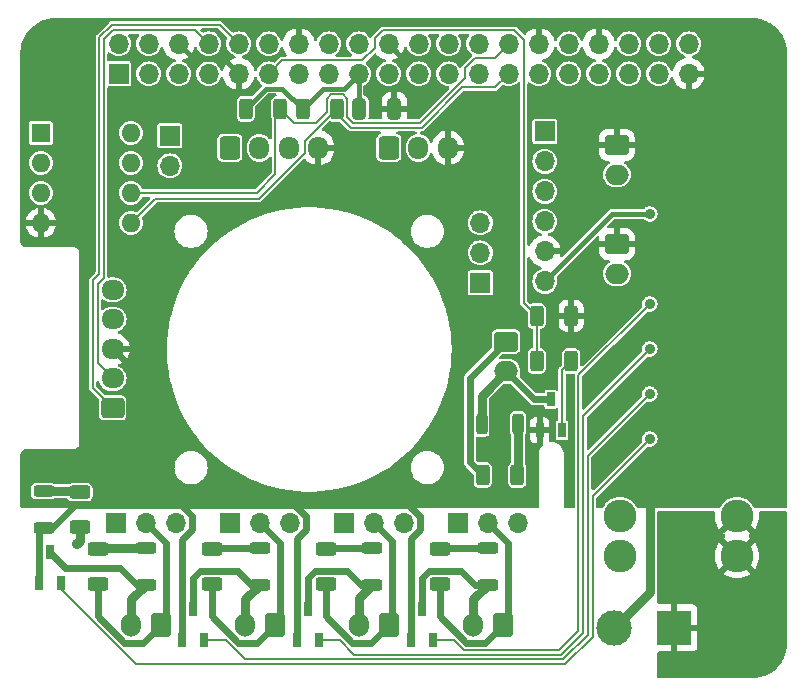
<source format=gbl>
G04 #@! TF.GenerationSoftware,KiCad,Pcbnew,(7.0.0-0)*
G04 #@! TF.CreationDate,2023-03-15T19:35:01+00:00*
G04 #@! TF.ProjectId,Klipper Expander Hat,4b6c6970-7065-4722-9045-7870616e6465,rev?*
G04 #@! TF.SameCoordinates,Original*
G04 #@! TF.FileFunction,Copper,L2,Bot*
G04 #@! TF.FilePolarity,Positive*
%FSLAX46Y46*%
G04 Gerber Fmt 4.6, Leading zero omitted, Abs format (unit mm)*
G04 Created by KiCad (PCBNEW (7.0.0-0)) date 2023-03-15 19:35:01*
%MOMM*%
%LPD*%
G01*
G04 APERTURE LIST*
G04 Aperture macros list*
%AMRoundRect*
0 Rectangle with rounded corners*
0 $1 Rounding radius*
0 $2 $3 $4 $5 $6 $7 $8 $9 X,Y pos of 4 corners*
0 Add a 4 corners polygon primitive as box body*
4,1,4,$2,$3,$4,$5,$6,$7,$8,$9,$2,$3,0*
0 Add four circle primitives for the rounded corners*
1,1,$1+$1,$2,$3*
1,1,$1+$1,$4,$5*
1,1,$1+$1,$6,$7*
1,1,$1+$1,$8,$9*
0 Add four rect primitives between the rounded corners*
20,1,$1+$1,$2,$3,$4,$5,0*
20,1,$1+$1,$4,$5,$6,$7,0*
20,1,$1+$1,$6,$7,$8,$9,0*
20,1,$1+$1,$8,$9,$2,$3,0*%
G04 Aperture macros list end*
G04 #@! TA.AperFunction,ComponentPad*
%ADD10RoundRect,0.250000X0.600000X0.750000X-0.600000X0.750000X-0.600000X-0.750000X0.600000X-0.750000X0*%
G04 #@! TD*
G04 #@! TA.AperFunction,ComponentPad*
%ADD11O,1.700000X2.000000*%
G04 #@! TD*
G04 #@! TA.AperFunction,ComponentPad*
%ADD12C,2.780000*%
G04 #@! TD*
G04 #@! TA.AperFunction,ComponentPad*
%ADD13RoundRect,0.250000X0.725000X-0.600000X0.725000X0.600000X-0.725000X0.600000X-0.725000X-0.600000X0*%
G04 #@! TD*
G04 #@! TA.AperFunction,ComponentPad*
%ADD14O,1.950000X1.700000*%
G04 #@! TD*
G04 #@! TA.AperFunction,ComponentPad*
%ADD15RoundRect,0.250000X-0.750000X0.600000X-0.750000X-0.600000X0.750000X-0.600000X0.750000X0.600000X0*%
G04 #@! TD*
G04 #@! TA.AperFunction,ComponentPad*
%ADD16O,2.000000X1.700000*%
G04 #@! TD*
G04 #@! TA.AperFunction,ComponentPad*
%ADD17R,1.700000X1.700000*%
G04 #@! TD*
G04 #@! TA.AperFunction,ComponentPad*
%ADD18O,1.700000X1.700000*%
G04 #@! TD*
G04 #@! TA.AperFunction,ComponentPad*
%ADD19RoundRect,0.250000X-0.600000X-0.725000X0.600000X-0.725000X0.600000X0.725000X-0.600000X0.725000X0*%
G04 #@! TD*
G04 #@! TA.AperFunction,ComponentPad*
%ADD20O,1.700000X1.950000*%
G04 #@! TD*
G04 #@! TA.AperFunction,ComponentPad*
%ADD21R,1.600000X1.600000*%
G04 #@! TD*
G04 #@! TA.AperFunction,ComponentPad*
%ADD22O,1.600000X1.600000*%
G04 #@! TD*
G04 #@! TA.AperFunction,ComponentPad*
%ADD23R,3.000000X3.000000*%
G04 #@! TD*
G04 #@! TA.AperFunction,ComponentPad*
%ADD24C,3.000000*%
G04 #@! TD*
G04 #@! TA.AperFunction,SMDPad,CuDef*
%ADD25R,0.650000X1.220000*%
G04 #@! TD*
G04 #@! TA.AperFunction,SMDPad,CuDef*
%ADD26RoundRect,0.190000X0.685000X-0.285000X0.685000X0.285000X-0.685000X0.285000X-0.685000X-0.285000X0*%
G04 #@! TD*
G04 #@! TA.AperFunction,SMDPad,CuDef*
%ADD27RoundRect,0.250000X0.625000X-0.312500X0.625000X0.312500X-0.625000X0.312500X-0.625000X-0.312500X0*%
G04 #@! TD*
G04 #@! TA.AperFunction,SMDPad,CuDef*
%ADD28RoundRect,0.250000X-0.312500X-0.625000X0.312500X-0.625000X0.312500X0.625000X-0.312500X0.625000X0*%
G04 #@! TD*
G04 #@! TA.AperFunction,SMDPad,CuDef*
%ADD29RoundRect,0.250000X-0.325000X-0.650000X0.325000X-0.650000X0.325000X0.650000X-0.325000X0.650000X0*%
G04 #@! TD*
G04 #@! TA.AperFunction,SMDPad,CuDef*
%ADD30RoundRect,0.190000X-0.285000X-0.685000X0.285000X-0.685000X0.285000X0.685000X-0.285000X0.685000X0*%
G04 #@! TD*
G04 #@! TA.AperFunction,ViaPad*
%ADD31C,0.900000*%
G04 #@! TD*
G04 #@! TA.AperFunction,Conductor*
%ADD32C,0.600000*%
G04 #@! TD*
G04 #@! TA.AperFunction,Conductor*
%ADD33C,0.800000*%
G04 #@! TD*
G04 #@! TA.AperFunction,Conductor*
%ADD34C,0.400000*%
G04 #@! TD*
G04 #@! TA.AperFunction,Conductor*
%ADD35C,0.200000*%
G04 #@! TD*
G04 APERTURE END LIST*
D10*
X111918000Y-95445000D03*
D11*
X109417999Y-95444999D03*
D12*
X150800000Y-86186000D03*
X150800000Y-89586000D03*
X160720000Y-86186000D03*
X160720000Y-89586000D03*
D13*
X107857000Y-77060000D03*
D14*
X107856999Y-74559999D03*
X107856999Y-72059999D03*
X107856999Y-69559999D03*
X107856999Y-67059999D03*
D15*
X150563000Y-63210000D03*
D16*
X150562999Y-65709999D03*
D17*
X127431999Y-86791999D03*
D18*
X129971999Y-86791999D03*
X132511999Y-86791999D03*
D19*
X117780000Y-55042000D03*
D20*
X120279999Y-55041999D03*
X122779999Y-55041999D03*
X125279999Y-55041999D03*
D17*
X138988999Y-66471999D03*
D18*
X138988999Y-63931999D03*
X138988999Y-61391999D03*
D17*
X112699999Y-54025999D03*
D18*
X112699999Y-56565999D03*
D15*
X141165000Y-71445000D03*
D16*
X141164999Y-73944999D03*
D17*
X117779999Y-86791999D03*
D18*
X120319999Y-86791999D03*
X122859999Y-86791999D03*
D15*
X150546000Y-54802600D03*
D16*
X150545999Y-57302599D03*
D17*
X108142999Y-86791999D03*
D18*
X110682999Y-86791999D03*
X113222999Y-86791999D03*
D19*
X131242000Y-55042000D03*
D20*
X133741999Y-55041999D03*
X136241999Y-55041999D03*
D21*
X101787999Y-53781999D03*
D22*
X101787999Y-56321999D03*
X101787999Y-58861999D03*
X101787999Y-61401999D03*
X109407999Y-61401999D03*
X109407999Y-58861999D03*
X109407999Y-56321999D03*
X109407999Y-53781999D03*
D17*
X137083999Y-86791999D03*
D18*
X139623999Y-86791999D03*
X142163999Y-86791999D03*
D10*
X121570000Y-95445000D03*
D11*
X119069999Y-95444999D03*
D17*
X144449999Y-53644999D03*
D18*
X144449999Y-56184999D03*
X144449999Y-58724999D03*
X144449999Y-61264999D03*
X144449999Y-63804999D03*
X144449999Y-66344999D03*
D10*
X131222000Y-95445000D03*
D11*
X128721999Y-95444999D03*
D23*
X155371999Y-95681999D03*
D24*
X150292000Y-95682000D03*
D10*
X140874000Y-95445000D03*
D11*
X138373999Y-95444999D03*
D17*
X108369999Y-48769999D03*
D18*
X108369999Y-46229999D03*
X110909999Y-48769999D03*
X110909999Y-46229999D03*
X113449999Y-48769999D03*
X113449999Y-46229999D03*
X115989999Y-48769999D03*
X115989999Y-46229999D03*
X118529999Y-48769999D03*
X118529999Y-46229999D03*
X121069999Y-48769999D03*
X121069999Y-46229999D03*
X123609999Y-48769999D03*
X123609999Y-46229999D03*
X126149999Y-48769999D03*
X126149999Y-46229999D03*
X128689999Y-48769999D03*
X128689999Y-46229999D03*
X131229999Y-48769999D03*
X131229999Y-46229999D03*
X133769999Y-48769999D03*
X133769999Y-46229999D03*
X136309999Y-48769999D03*
X136309999Y-46229999D03*
X138849999Y-48769999D03*
X138849999Y-46229999D03*
X141389999Y-48769999D03*
X141389999Y-46229999D03*
X143929999Y-48769999D03*
X143929999Y-46229999D03*
X146469999Y-48769999D03*
X146469999Y-46229999D03*
X149009999Y-48769999D03*
X149009999Y-46229999D03*
X151549999Y-48769999D03*
X151549999Y-46229999D03*
X154089999Y-48769999D03*
X154089999Y-46229999D03*
X156629999Y-48769999D03*
X156629999Y-46229999D03*
D25*
X103489999Y-91911999D03*
X101589999Y-91911999D03*
X102539999Y-89291999D03*
D26*
X110668000Y-92025000D03*
X110668000Y-88925000D03*
X139624000Y-92025000D03*
X139624000Y-88925000D03*
D27*
X116256000Y-91937500D03*
X116256000Y-89012500D03*
X106604000Y-91937500D03*
X106604000Y-89012500D03*
D26*
X102032000Y-87199000D03*
X102032000Y-84099000D03*
D27*
X105080000Y-87111500D03*
X105080000Y-84186500D03*
D26*
X120320000Y-92025000D03*
X120320000Y-88925000D03*
D25*
X125333999Y-96697999D03*
X123433999Y-96697999D03*
X124383999Y-94077999D03*
D28*
X143749500Y-69266000D03*
X146674500Y-69266000D03*
D29*
X128751000Y-51740000D03*
X131701000Y-51740000D03*
D25*
X145907999Y-78957999D03*
X144007999Y-78957999D03*
X144957999Y-76337999D03*
D27*
X135560000Y-91937500D03*
X135560000Y-89012500D03*
D25*
X134985999Y-96737999D03*
X133085999Y-96737999D03*
X134035999Y-94117999D03*
X115615999Y-96737999D03*
X113715999Y-96737999D03*
X114665999Y-94117999D03*
D27*
X125908000Y-91937500D03*
X125908000Y-89012500D03*
D28*
X143749500Y-73076000D03*
X146674500Y-73076000D03*
D30*
X139090000Y-78410000D03*
X142190000Y-78410000D03*
D28*
X139177500Y-82728000D03*
X142102500Y-82728000D03*
X119111500Y-51740000D03*
X122036500Y-51740000D03*
X123937500Y-51740000D03*
X126862500Y-51740000D03*
D26*
X129845000Y-92025000D03*
X129845000Y-88925000D03*
D31*
X153340000Y-51994000D03*
X153340000Y-83490000D03*
X153340000Y-60630000D03*
X104826000Y-88570000D03*
X153340000Y-79680000D03*
X153340000Y-75870000D03*
X153340000Y-72060000D03*
X153340000Y-68250000D03*
D32*
X134036000Y-94118000D02*
X134036000Y-91463340D01*
X134036000Y-91463340D02*
X134624340Y-90875000D01*
X134624340Y-90875000D02*
X137357000Y-90875000D01*
X137357000Y-90875000D02*
X138507000Y-92025000D01*
X138507000Y-92025000D02*
X139624000Y-92025000D01*
X135560000Y-91937500D02*
X135560000Y-94690188D01*
X135560000Y-94690188D02*
X137814812Y-96945000D01*
X137814812Y-96945000D02*
X139374000Y-96945000D01*
X139374000Y-96945000D02*
X140874000Y-95445000D01*
X139624000Y-88925000D02*
X135647500Y-88925000D01*
X135647500Y-88925000D02*
X135560000Y-89012500D01*
X144958000Y-76338000D02*
X143558000Y-76338000D01*
X143558000Y-76338000D02*
X141165000Y-73945000D01*
X120320000Y-88925000D02*
X116343500Y-88925000D01*
X116343500Y-88925000D02*
X116256000Y-89012500D01*
X114666000Y-94118000D02*
X114666000Y-91430000D01*
X114666000Y-91430000D02*
X115221000Y-90875000D01*
X115221000Y-90875000D02*
X118440101Y-90875000D01*
X119590101Y-92025000D02*
X120320000Y-92025000D01*
X118440101Y-90875000D02*
X119590101Y-92025000D01*
X116256000Y-91937500D02*
X116256000Y-94690188D01*
X116256000Y-94690188D02*
X118510812Y-96945000D01*
X118510812Y-96945000D02*
X120070000Y-96945000D01*
X120070000Y-96945000D02*
X121570000Y-95445000D01*
X129845000Y-88925000D02*
X125995500Y-88925000D01*
X125995500Y-88925000D02*
X125908000Y-89012500D01*
X124384000Y-94078000D02*
X124384000Y-91463340D01*
X124384000Y-91463340D02*
X124972340Y-90875000D01*
X128855000Y-92025000D02*
X129845000Y-92025000D01*
X124972340Y-90875000D02*
X127705000Y-90875000D01*
X127705000Y-90875000D02*
X128855000Y-92025000D01*
X125908000Y-91937500D02*
X125908000Y-94690188D01*
X125908000Y-94690188D02*
X128162812Y-96945000D01*
X128162812Y-96945000D02*
X129722000Y-96945000D01*
X129722000Y-96945000D02*
X131222000Y-95445000D01*
X102540000Y-89292000D02*
X103850000Y-90602000D01*
X108515101Y-90602000D02*
X109938101Y-92025000D01*
X103850000Y-90602000D02*
X108515101Y-90602000D01*
X109938101Y-92025000D02*
X110668000Y-92025000D01*
D33*
X142102500Y-82728000D02*
X142190000Y-82640500D01*
X142190000Y-82640500D02*
X142190000Y-78410000D01*
X139090000Y-78410000D02*
X139090000Y-76020000D01*
X139090000Y-76020000D02*
X141165000Y-73945000D01*
D32*
X141165000Y-71445000D02*
X138115000Y-74495000D01*
X138115000Y-81665500D02*
X139177500Y-82728000D01*
X138115000Y-74495000D02*
X138115000Y-81665500D01*
X106604000Y-91937500D02*
X106604000Y-94690188D01*
X106604000Y-94690188D02*
X108858812Y-96945000D01*
X108858812Y-96945000D02*
X110418000Y-96945000D01*
X110418000Y-96945000D02*
X111918000Y-95445000D01*
X112368000Y-88477000D02*
X112368000Y-94995000D01*
X110683000Y-86792000D02*
X112368000Y-88477000D01*
D33*
X105080000Y-87111500D02*
X105080000Y-88316000D01*
X105080000Y-88316000D02*
X104826000Y-88570000D01*
D32*
X101590000Y-91912000D02*
X101590000Y-87641000D01*
X101590000Y-87641000D02*
X102032000Y-87199000D01*
D33*
X102032000Y-84099000D02*
X104992500Y-84099000D01*
X104992500Y-84099000D02*
X105080000Y-84186500D01*
X110668000Y-88925000D02*
X106691500Y-88925000D01*
X106691500Y-88925000D02*
X106604000Y-89012500D01*
X110668000Y-92025000D02*
X109418000Y-93275000D01*
X109418000Y-93275000D02*
X109418000Y-95445000D01*
X120320000Y-92025000D02*
X119070000Y-93275000D01*
X119070000Y-93275000D02*
X119070000Y-95445000D01*
X138374000Y-95445000D02*
X138374000Y-93275000D01*
X138374000Y-93275000D02*
X139624000Y-92025000D01*
X128722000Y-95445000D02*
X128722000Y-93148000D01*
X128722000Y-93148000D02*
X129845000Y-92025000D01*
D32*
X109332000Y-85202000D02*
X109398000Y-85268000D01*
D33*
X153340000Y-92634000D02*
X153340000Y-83490000D01*
D32*
X114573000Y-86232811D02*
X114573000Y-87351189D01*
X123245189Y-85268000D02*
X132897189Y-85268000D01*
X109332000Y-83490000D02*
X109332000Y-85202000D01*
X111430000Y-85268000D02*
X109398000Y-85268000D01*
X111430000Y-85268000D02*
X113608189Y-85268000D01*
X104692899Y-85268000D02*
X102761899Y-87199000D01*
D33*
X150292000Y-95682000D02*
X153340000Y-92634000D01*
D32*
X133862000Y-87351189D02*
X133862000Y-86232810D01*
D34*
X114740000Y-47520000D02*
X117280000Y-47520000D01*
D32*
X109398000Y-85268000D02*
X104692899Y-85268000D01*
X113608189Y-85268000D02*
X123245189Y-85268000D01*
X107857000Y-72060000D02*
X109332000Y-73535000D01*
X133086000Y-88127189D02*
X133862000Y-87351189D01*
X102761899Y-87199000D02*
X102032000Y-87199000D01*
D34*
X131701000Y-51740000D02*
X131701000Y-50066767D01*
D32*
X123434000Y-88127189D02*
X123434000Y-96698000D01*
X123245189Y-85268000D02*
X124210000Y-86232811D01*
X133086000Y-96738000D02*
X133086000Y-88127189D01*
X123434000Y-88127189D02*
X124210000Y-87351189D01*
D34*
X117280000Y-47520000D02*
X118530000Y-48770000D01*
X113450000Y-46230000D02*
X114740000Y-47520000D01*
D32*
X124210000Y-87351189D02*
X124210000Y-86232811D01*
X132897189Y-85268000D02*
X133862000Y-86232811D01*
X133862000Y-86232810D02*
X132897189Y-85268000D01*
D34*
X132480000Y-47480000D02*
X131230000Y-46230000D01*
D32*
X109332000Y-73535000D02*
X109332000Y-83490000D01*
D34*
X131701000Y-50066767D02*
X132480000Y-49287767D01*
D32*
X113716000Y-88208189D02*
X113716000Y-96738000D01*
X113608189Y-85268000D02*
X114573000Y-86232811D01*
X114573000Y-87351189D02*
X113716000Y-88208189D01*
D34*
X132480000Y-49287767D02*
X132480000Y-47480000D01*
D35*
X115990000Y-46230000D02*
X114840000Y-45080000D01*
X114840000Y-45080000D02*
X107893654Y-45080000D01*
X107112000Y-66053654D02*
X106582000Y-66583654D01*
X106582000Y-73285000D02*
X107857000Y-74560000D01*
X106582000Y-66583654D02*
X106582000Y-73285000D01*
X107112000Y-45861654D02*
X107112000Y-66053654D01*
X107893654Y-45080000D02*
X107112000Y-45861654D01*
X118530000Y-46230000D02*
X116928000Y-44628000D01*
X106182000Y-75385000D02*
X107857000Y-77060000D01*
X106712000Y-45695969D02*
X106712000Y-65710000D01*
X106182000Y-66240000D02*
X106182000Y-75385000D01*
X116928000Y-44628000D02*
X107779969Y-44628000D01*
X107779969Y-44628000D02*
X106712000Y-45695969D01*
X106712000Y-65710000D02*
X106182000Y-66240000D01*
X142672000Y-68188500D02*
X143749500Y-69266000D01*
X129012000Y-47620000D02*
X130080000Y-46552000D01*
X130080000Y-46552000D02*
X130080000Y-45753654D01*
X130753654Y-45080000D02*
X141866346Y-45080000D01*
X130080000Y-45753654D02*
X130753654Y-45080000D01*
X143749500Y-69266000D02*
X143749500Y-73076000D01*
X142672000Y-45885654D02*
X142672000Y-68188500D01*
X121070000Y-48770000D02*
X122220000Y-47620000D01*
X141866346Y-45080000D02*
X142672000Y-45885654D01*
X122220000Y-47620000D02*
X129012000Y-47620000D01*
X140240000Y-49920000D02*
X141390000Y-48770000D01*
X126862500Y-51740000D02*
X126862500Y-52170003D01*
X124130000Y-55443346D02*
X124130000Y-54440654D01*
X128032498Y-53340000D02*
X134017686Y-53340000D01*
X109408000Y-61402000D02*
X111450000Y-59360000D01*
X134017686Y-53340000D02*
X137437686Y-49920000D01*
X126830654Y-51740000D02*
X126862500Y-51740000D01*
X124130000Y-54440654D02*
X126830654Y-51740000D01*
X126862500Y-52170003D02*
X128032498Y-53340000D01*
X111450000Y-59360000D02*
X120213346Y-59360000D01*
X120213346Y-59360000D02*
X124130000Y-55443346D01*
X137437686Y-49920000D02*
X140240000Y-49920000D01*
X123211500Y-52915000D02*
X122036500Y-51740000D01*
X133852000Y-52940000D02*
X128198183Y-52940000D01*
X138571654Y-47422000D02*
X137700000Y-48293654D01*
X141390000Y-46230000D02*
X140198000Y-47422000D01*
X125089968Y-52915000D02*
X123211500Y-52915000D01*
X126000000Y-52004968D02*
X125089968Y-52915000D01*
X127725000Y-50887183D02*
X127357817Y-50520000D01*
X140198000Y-47422000D02*
X138571654Y-47422000D01*
X127357817Y-50520000D02*
X126366000Y-50520000D01*
X128198183Y-52940000D02*
X127725000Y-52466817D01*
X137700000Y-48293654D02*
X137700000Y-49092000D01*
X127725000Y-52466817D02*
X127725000Y-50887183D01*
X120056000Y-58862000D02*
X121630000Y-57288000D01*
X126000000Y-50886000D02*
X126000000Y-52004968D01*
X121630000Y-57288000D02*
X121630000Y-52146500D01*
X109408000Y-58862000D02*
X120056000Y-58862000D01*
X121630000Y-52146500D02*
X122036500Y-51740000D01*
X137700000Y-49092000D02*
X133852000Y-52940000D01*
X126366000Y-50520000D02*
X126000000Y-50886000D01*
D34*
X120831500Y-50020000D02*
X122217500Y-50020000D01*
X150165000Y-60630000D02*
X153340000Y-60630000D01*
X144450000Y-66345000D02*
X150165000Y-60630000D01*
X128690000Y-51679000D02*
X128751000Y-51740000D01*
X128690000Y-48770000D02*
X128690000Y-51679000D01*
X127440000Y-50020000D02*
X125657500Y-50020000D01*
X128690000Y-48770000D02*
X127440000Y-50020000D01*
X125657500Y-50020000D02*
X123937500Y-51740000D01*
X119111500Y-51740000D02*
X120831500Y-50020000D01*
X122217500Y-50020000D02*
X123937500Y-51740000D01*
D32*
X112368000Y-94995000D02*
X111918000Y-95445000D01*
X120320000Y-86792000D02*
X122020000Y-88492000D01*
X122020000Y-88492000D02*
X122020000Y-94995000D01*
X122020000Y-94995000D02*
X121570000Y-95445000D01*
X129972000Y-86792000D02*
X131545000Y-88365000D01*
X131545000Y-95122000D02*
X131222000Y-95445000D01*
X131545000Y-88365000D02*
X131545000Y-95122000D01*
X141324000Y-88492000D02*
X141324000Y-94995000D01*
X141324000Y-94995000D02*
X140874000Y-95445000D01*
X139624000Y-86792000D02*
X141324000Y-88492000D01*
D35*
X148492000Y-84528000D02*
X153340000Y-79680000D01*
X103490000Y-91912000D02*
X103490000Y-92424716D01*
X146174586Y-98745000D02*
X148492000Y-96427585D01*
X148492000Y-96427585D02*
X148492000Y-84528000D01*
X109810284Y-98745000D02*
X146174586Y-98745000D01*
X103490000Y-92424716D02*
X109810284Y-98745000D01*
X119062284Y-98345000D02*
X146008898Y-98345000D01*
X148092000Y-96261899D02*
X148092000Y-81118000D01*
X146008898Y-98345000D02*
X148092000Y-96261899D01*
X148092000Y-81118000D02*
X153340000Y-75870000D01*
X117455284Y-96738000D02*
X119062284Y-98345000D01*
X115616000Y-96738000D02*
X117455284Y-96738000D01*
X125334000Y-96698000D02*
X127067284Y-96698000D01*
X145843212Y-97945000D02*
X147692000Y-96096213D01*
X127067284Y-96698000D02*
X128314284Y-97945000D01*
X128314284Y-97945000D02*
X145843212Y-97945000D01*
X147692000Y-96096213D02*
X147692000Y-77708000D01*
X147692000Y-77708000D02*
X153340000Y-72060000D01*
X145677526Y-97545000D02*
X147292000Y-95930527D01*
X147292000Y-74298000D02*
X153340000Y-68250000D01*
X147292000Y-95930527D02*
X147292000Y-74298000D01*
X137566284Y-97545000D02*
X145677526Y-97545000D01*
X136759284Y-96738000D02*
X137566284Y-97545000D01*
X134986000Y-96738000D02*
X136759284Y-96738000D01*
X146674500Y-73076000D02*
X145908000Y-73842500D01*
X145908000Y-73842500D02*
X145908000Y-78958000D01*
G04 #@! TA.AperFunction,Conductor*
G36*
X158788891Y-85795684D02*
G01*
X158834646Y-85848487D01*
X158844401Y-85916333D01*
X158844459Y-85916338D01*
X158844440Y-85916601D01*
X158844590Y-85917644D01*
X158844143Y-85920750D01*
X158825488Y-86181582D01*
X158825488Y-86190418D01*
X158844142Y-86451239D01*
X158845401Y-86459995D01*
X158900985Y-86715509D01*
X158903471Y-86723978D01*
X158994856Y-86968991D01*
X158998527Y-86977029D01*
X159123842Y-87206527D01*
X159128626Y-87213970D01*
X159207780Y-87319706D01*
X159218891Y-87328024D01*
X159231072Y-87321372D01*
X160632318Y-85920127D01*
X160687905Y-85888033D01*
X160752093Y-85888033D01*
X160807680Y-85920127D01*
X162208926Y-87321372D01*
X162221107Y-87328024D01*
X162232219Y-87319705D01*
X162311374Y-87213969D01*
X162316154Y-87206532D01*
X162441472Y-86977029D01*
X162445143Y-86968991D01*
X162536528Y-86723978D01*
X162539014Y-86715509D01*
X162594598Y-86459995D01*
X162595857Y-86451239D01*
X162614512Y-86190418D01*
X162614512Y-86181582D01*
X162595856Y-85920750D01*
X162595410Y-85917644D01*
X162595559Y-85916601D01*
X162595541Y-85916338D01*
X162595598Y-85916333D01*
X162605354Y-85848487D01*
X162651109Y-85795684D01*
X162718148Y-85776000D01*
X164825500Y-85776000D01*
X164887500Y-85792613D01*
X164932887Y-85838000D01*
X164949500Y-85900000D01*
X164949500Y-96996519D01*
X164949305Y-97003472D01*
X164931344Y-97323287D01*
X164929787Y-97337105D01*
X164876716Y-97649457D01*
X164873622Y-97663014D01*
X164785910Y-97967469D01*
X164781317Y-97980593D01*
X164660073Y-98273304D01*
X164654040Y-98285833D01*
X164500778Y-98563139D01*
X164493380Y-98574913D01*
X164310043Y-98833302D01*
X164301372Y-98844174D01*
X164090250Y-99080418D01*
X164080418Y-99090250D01*
X163844174Y-99301372D01*
X163833302Y-99310043D01*
X163574913Y-99493380D01*
X163563139Y-99500778D01*
X163285833Y-99654040D01*
X163273304Y-99660073D01*
X162980593Y-99781317D01*
X162967469Y-99785910D01*
X162663014Y-99873622D01*
X162649457Y-99876716D01*
X162337105Y-99929787D01*
X162323287Y-99931344D01*
X162003472Y-99949305D01*
X161996519Y-99949500D01*
X154099000Y-99949500D01*
X154037000Y-99932887D01*
X153991613Y-99887500D01*
X153975000Y-99825500D01*
X153975000Y-97806000D01*
X153991613Y-97744000D01*
X154037000Y-97698613D01*
X154099000Y-97682000D01*
X155105674Y-97682000D01*
X155118549Y-97678549D01*
X155122000Y-97665674D01*
X155622000Y-97665674D01*
X155625450Y-97678549D01*
X155638326Y-97682000D01*
X156916518Y-97682000D01*
X156923114Y-97681646D01*
X156971667Y-97676426D01*
X156986641Y-97672888D01*
X157105777Y-97628452D01*
X157121189Y-97620037D01*
X157222092Y-97544501D01*
X157234501Y-97532092D01*
X157310037Y-97431189D01*
X157318452Y-97415777D01*
X157362888Y-97296641D01*
X157366426Y-97281667D01*
X157371646Y-97233114D01*
X157372000Y-97226518D01*
X157372000Y-95948326D01*
X157368549Y-95935450D01*
X157355674Y-95932000D01*
X155638326Y-95932000D01*
X155625450Y-95935450D01*
X155622000Y-95948326D01*
X155622000Y-97665674D01*
X155122000Y-97665674D01*
X155122000Y-95415674D01*
X155622000Y-95415674D01*
X155625450Y-95428549D01*
X155638326Y-95432000D01*
X157355674Y-95432000D01*
X157368549Y-95428549D01*
X157372000Y-95415674D01*
X157372000Y-94137482D01*
X157371646Y-94130885D01*
X157366426Y-94082332D01*
X157362888Y-94067358D01*
X157318452Y-93948222D01*
X157310037Y-93932810D01*
X157234501Y-93831907D01*
X157222092Y-93819498D01*
X157121189Y-93743962D01*
X157105777Y-93735547D01*
X156986641Y-93691111D01*
X156971667Y-93687573D01*
X156923114Y-93682353D01*
X156916518Y-93682000D01*
X155638326Y-93682000D01*
X155625450Y-93685450D01*
X155622000Y-93698326D01*
X155622000Y-95415674D01*
X155122000Y-95415674D01*
X155122000Y-93698326D01*
X155118549Y-93685450D01*
X155105674Y-93682000D01*
X154099000Y-93682000D01*
X154037000Y-93665387D01*
X153991613Y-93620000D01*
X153975000Y-93558000D01*
X153975000Y-91087107D01*
X159577974Y-91087107D01*
X159586292Y-91098218D01*
X159692029Y-91177373D01*
X159699472Y-91182157D01*
X159928970Y-91307472D01*
X159937008Y-91311143D01*
X160182021Y-91402528D01*
X160190490Y-91405014D01*
X160446004Y-91460598D01*
X160454760Y-91461857D01*
X160715582Y-91480512D01*
X160724418Y-91480512D01*
X160985239Y-91461857D01*
X160993995Y-91460598D01*
X161249509Y-91405014D01*
X161257978Y-91402528D01*
X161502991Y-91311143D01*
X161511029Y-91307472D01*
X161740532Y-91182154D01*
X161747969Y-91177374D01*
X161853705Y-91098219D01*
X161862024Y-91087107D01*
X161855372Y-91074926D01*
X160731542Y-89951095D01*
X160719999Y-89944431D01*
X160708457Y-89951095D01*
X159584626Y-91074926D01*
X159577974Y-91087107D01*
X153975000Y-91087107D01*
X153975000Y-89590418D01*
X158825488Y-89590418D01*
X158844142Y-89851239D01*
X158845401Y-89859995D01*
X158900985Y-90115509D01*
X158903471Y-90123978D01*
X158994856Y-90368991D01*
X158998527Y-90377029D01*
X159123842Y-90606527D01*
X159128626Y-90613970D01*
X159207780Y-90719706D01*
X159218891Y-90728024D01*
X159231072Y-90721372D01*
X160354903Y-89597542D01*
X160361567Y-89586000D01*
X161078431Y-89586000D01*
X161085095Y-89597542D01*
X162208926Y-90721372D01*
X162221107Y-90728024D01*
X162232219Y-90719705D01*
X162311374Y-90613969D01*
X162316154Y-90606532D01*
X162441472Y-90377029D01*
X162445143Y-90368991D01*
X162536528Y-90123978D01*
X162539014Y-90115509D01*
X162594598Y-89859995D01*
X162595857Y-89851239D01*
X162614512Y-89590418D01*
X162614512Y-89581582D01*
X162595857Y-89320760D01*
X162594598Y-89312004D01*
X162539014Y-89056490D01*
X162536528Y-89048021D01*
X162445143Y-88803008D01*
X162441472Y-88794970D01*
X162316157Y-88565472D01*
X162311373Y-88558029D01*
X162232218Y-88452292D01*
X162221107Y-88443974D01*
X162208926Y-88450626D01*
X161085095Y-89574457D01*
X161078431Y-89586000D01*
X160361567Y-89586000D01*
X160354903Y-89574457D01*
X159231072Y-88450626D01*
X159218890Y-88443974D01*
X159207781Y-88452291D01*
X159128626Y-88558029D01*
X159123842Y-88565472D01*
X158998527Y-88794970D01*
X158994856Y-88803008D01*
X158903471Y-89048021D01*
X158900985Y-89056490D01*
X158845401Y-89312004D01*
X158844142Y-89320760D01*
X158825488Y-89581582D01*
X158825488Y-89590418D01*
X153975000Y-89590418D01*
X153975000Y-88084890D01*
X159577974Y-88084890D01*
X159584626Y-88097072D01*
X160708457Y-89220903D01*
X160720000Y-89227567D01*
X160731542Y-89220903D01*
X161855372Y-88097072D01*
X161862024Y-88084891D01*
X161853706Y-88073780D01*
X161747962Y-87994620D01*
X161741262Y-87990314D01*
X161699469Y-87945424D01*
X161684302Y-87885995D01*
X161699473Y-87826567D01*
X161741269Y-87781679D01*
X161747979Y-87777366D01*
X161853705Y-87698219D01*
X161862024Y-87687107D01*
X161855372Y-87674926D01*
X160731542Y-86551095D01*
X160720000Y-86544431D01*
X160708457Y-86551095D01*
X159584626Y-87674926D01*
X159577974Y-87687107D01*
X159586292Y-87698218D01*
X159692036Y-87777379D01*
X159698727Y-87781678D01*
X159740525Y-87826564D01*
X159755697Y-87885991D01*
X159740533Y-87945420D01*
X159698741Y-87990311D01*
X159692043Y-87994615D01*
X159586291Y-88073781D01*
X159577974Y-88084890D01*
X153975000Y-88084890D01*
X153975000Y-85900000D01*
X153991613Y-85838000D01*
X154037000Y-85792613D01*
X154099000Y-85776000D01*
X158721852Y-85776000D01*
X158788891Y-85795684D01*
G37*
G04 #@! TD.AperFunction*
G04 #@! TA.AperFunction,Conductor*
G36*
X135452358Y-45399738D02*
G01*
X135498113Y-45451483D01*
X135509086Y-45519678D01*
X135481872Y-45583164D01*
X135436178Y-45638842D01*
X135436174Y-45638846D01*
X135432315Y-45643550D01*
X135429447Y-45648915D01*
X135429444Y-45648920D01*
X135337640Y-45820671D01*
X135337636Y-45820679D01*
X135334768Y-45826046D01*
X135332999Y-45831875D01*
X135332999Y-45831877D01*
X135276468Y-46018235D01*
X135276466Y-46018242D01*
X135274700Y-46024066D01*
X135274103Y-46030122D01*
X135274102Y-46030130D01*
X135273866Y-46032530D01*
X135254417Y-46230000D01*
X135255014Y-46236061D01*
X135274102Y-46429869D01*
X135274103Y-46429875D01*
X135274700Y-46435934D01*
X135276467Y-46441759D01*
X135276468Y-46441764D01*
X135315778Y-46571351D01*
X135334768Y-46633954D01*
X135337638Y-46639323D01*
X135337640Y-46639328D01*
X135385731Y-46729298D01*
X135432315Y-46816450D01*
X135436178Y-46821157D01*
X135553011Y-46963520D01*
X135563590Y-46976410D01*
X135723550Y-47107685D01*
X135906046Y-47205232D01*
X136104066Y-47265300D01*
X136310000Y-47285583D01*
X136515934Y-47265300D01*
X136713954Y-47205232D01*
X136896450Y-47107685D01*
X137056410Y-46976410D01*
X137187685Y-46816450D01*
X137285232Y-46633954D01*
X137345300Y-46435934D01*
X137365583Y-46230000D01*
X137345300Y-46024066D01*
X137285232Y-45826046D01*
X137187685Y-45643550D01*
X137139004Y-45584232D01*
X137138128Y-45583164D01*
X137110914Y-45519678D01*
X137121887Y-45451483D01*
X137167642Y-45399738D01*
X137233982Y-45380500D01*
X137926018Y-45380500D01*
X137992358Y-45399738D01*
X138038113Y-45451483D01*
X138049086Y-45519678D01*
X138021872Y-45583164D01*
X137976178Y-45638842D01*
X137976174Y-45638846D01*
X137972315Y-45643550D01*
X137969447Y-45648915D01*
X137969444Y-45648920D01*
X137877640Y-45820671D01*
X137877636Y-45820679D01*
X137874768Y-45826046D01*
X137872999Y-45831875D01*
X137872999Y-45831877D01*
X137816468Y-46018235D01*
X137816466Y-46018242D01*
X137814700Y-46024066D01*
X137814103Y-46030122D01*
X137814102Y-46030130D01*
X137813866Y-46032530D01*
X137794417Y-46230000D01*
X137795014Y-46236061D01*
X137814102Y-46429869D01*
X137814103Y-46429875D01*
X137814700Y-46435934D01*
X137816467Y-46441759D01*
X137816468Y-46441764D01*
X137855778Y-46571351D01*
X137874768Y-46633954D01*
X137877638Y-46639323D01*
X137877640Y-46639328D01*
X137925731Y-46729298D01*
X137972315Y-46816450D01*
X137976178Y-46821157D01*
X138093011Y-46963520D01*
X138103590Y-46976410D01*
X138108296Y-46980272D01*
X138263550Y-47107685D01*
X138262713Y-47108704D01*
X138294173Y-47141742D01*
X138311222Y-47193339D01*
X138304573Y-47247270D01*
X138275501Y-47293180D01*
X137524187Y-48044494D01*
X137521471Y-48046857D01*
X137515772Y-48049696D01*
X137508039Y-48058177D01*
X137508034Y-48058182D01*
X137484521Y-48083974D01*
X137480575Y-48088106D01*
X137471877Y-48096805D01*
X137471873Y-48096809D01*
X137467826Y-48100857D01*
X137464592Y-48105575D01*
X137464006Y-48106282D01*
X137460259Y-48110588D01*
X137448796Y-48123164D01*
X137440084Y-48132721D01*
X137435935Y-48143427D01*
X137431956Y-48149855D01*
X137429894Y-48153768D01*
X137426834Y-48160697D01*
X137420344Y-48170173D01*
X137417714Y-48181352D01*
X137415932Y-48185389D01*
X137372130Y-48237905D01*
X137307150Y-48259215D01*
X137240755Y-48242837D01*
X137193139Y-48193753D01*
X137190557Y-48188923D01*
X137190555Y-48188920D01*
X137187685Y-48183550D01*
X137056410Y-48023590D01*
X136896450Y-47892315D01*
X136809650Y-47845919D01*
X136719328Y-47797640D01*
X136719323Y-47797638D01*
X136713954Y-47794768D01*
X136650264Y-47775448D01*
X136521764Y-47736468D01*
X136521759Y-47736467D01*
X136515934Y-47734700D01*
X136509875Y-47734103D01*
X136509869Y-47734102D01*
X136316061Y-47715014D01*
X136310000Y-47714417D01*
X136303939Y-47715014D01*
X136110130Y-47734102D01*
X136110122Y-47734103D01*
X136104066Y-47734700D01*
X136098242Y-47736466D01*
X136098235Y-47736468D01*
X135911877Y-47792999D01*
X135911875Y-47792999D01*
X135906046Y-47794768D01*
X135900679Y-47797636D01*
X135900671Y-47797640D01*
X135728920Y-47889444D01*
X135728915Y-47889447D01*
X135723550Y-47892315D01*
X135718846Y-47896174D01*
X135718842Y-47896178D01*
X135568296Y-48019727D01*
X135568290Y-48019732D01*
X135563590Y-48023590D01*
X135559732Y-48028290D01*
X135559727Y-48028296D01*
X135436178Y-48178842D01*
X135436174Y-48178846D01*
X135432315Y-48183550D01*
X135429447Y-48188915D01*
X135429444Y-48188920D01*
X135337640Y-48360671D01*
X135337636Y-48360679D01*
X135334768Y-48366046D01*
X135332999Y-48371875D01*
X135332999Y-48371877D01*
X135276468Y-48558235D01*
X135276466Y-48558242D01*
X135274700Y-48564066D01*
X135274103Y-48570122D01*
X135274102Y-48570130D01*
X135266827Y-48644000D01*
X135254417Y-48770000D01*
X135255014Y-48776061D01*
X135274102Y-48969869D01*
X135274103Y-48969875D01*
X135274700Y-48975934D01*
X135276467Y-48981759D01*
X135276468Y-48981764D01*
X135315778Y-49111351D01*
X135334768Y-49173954D01*
X135337638Y-49179323D01*
X135337640Y-49179328D01*
X135385731Y-49269298D01*
X135432315Y-49356450D01*
X135436178Y-49361157D01*
X135553011Y-49503520D01*
X135563590Y-49516410D01*
X135723550Y-49647685D01*
X135906046Y-49745232D01*
X136104066Y-49805300D01*
X136259782Y-49820636D01*
X136323914Y-49846284D01*
X136364377Y-49902264D01*
X136368613Y-49971207D01*
X136335307Y-50031720D01*
X133763848Y-52603181D01*
X133723620Y-52630061D01*
X133676167Y-52639500D01*
X132892930Y-52639500D01*
X132827322Y-52620722D01*
X132781585Y-52570074D01*
X132769572Y-52502897D01*
X132775680Y-52443108D01*
X132776000Y-52436832D01*
X132776000Y-52006326D01*
X132772549Y-51993450D01*
X132759674Y-51990000D01*
X130642327Y-51990000D01*
X130629451Y-51993450D01*
X130626001Y-52006326D01*
X130626001Y-52436829D01*
X130626320Y-52443108D01*
X130632429Y-52502898D01*
X130620416Y-52570074D01*
X130574679Y-52620722D01*
X130509071Y-52639500D01*
X129640721Y-52639500D01*
X129587181Y-52627346D01*
X129544137Y-52593265D01*
X129520026Y-52543940D01*
X129519577Y-52489039D01*
X129521152Y-52481825D01*
X129523646Y-52474699D01*
X129526500Y-52444266D01*
X129526500Y-51473674D01*
X130626000Y-51473674D01*
X130629450Y-51486549D01*
X130642326Y-51490000D01*
X131434674Y-51490000D01*
X131447549Y-51486549D01*
X131451000Y-51473674D01*
X131951000Y-51473674D01*
X131954450Y-51486549D01*
X131967326Y-51490000D01*
X132759673Y-51490000D01*
X132772548Y-51486549D01*
X132775999Y-51473674D01*
X132775999Y-51043171D01*
X132775678Y-51036888D01*
X132766194Y-50944040D01*
X132763376Y-50930877D01*
X132712629Y-50777732D01*
X132706567Y-50764733D01*
X132622109Y-50627805D01*
X132613205Y-50616544D01*
X132499455Y-50502794D01*
X132488194Y-50493890D01*
X132351266Y-50409432D01*
X132338267Y-50403370D01*
X132185125Y-50352624D01*
X132171958Y-50349805D01*
X132079109Y-50340319D01*
X132072832Y-50340000D01*
X131967326Y-50340000D01*
X131954450Y-50343450D01*
X131951000Y-50356326D01*
X131951000Y-51473674D01*
X131451000Y-51473674D01*
X131451000Y-50356327D01*
X131447549Y-50343451D01*
X131434674Y-50340001D01*
X131329171Y-50340001D01*
X131322888Y-50340321D01*
X131230040Y-50349805D01*
X131216877Y-50352623D01*
X131063732Y-50403370D01*
X131050733Y-50409432D01*
X130913805Y-50493890D01*
X130902544Y-50502794D01*
X130788794Y-50616544D01*
X130779890Y-50627805D01*
X130695432Y-50764733D01*
X130689370Y-50777732D01*
X130638624Y-50930874D01*
X130635805Y-50944041D01*
X130626319Y-51036890D01*
X130626000Y-51043168D01*
X130626000Y-51473674D01*
X129526500Y-51473674D01*
X129526500Y-51035734D01*
X129523646Y-51005301D01*
X129478793Y-50877118D01*
X129398150Y-50767850D01*
X129356312Y-50736972D01*
X129296358Y-50692724D01*
X129296355Y-50692722D01*
X129288882Y-50687207D01*
X129280115Y-50684139D01*
X129280109Y-50684136D01*
X129173545Y-50646848D01*
X129130158Y-50620705D01*
X129100846Y-50579394D01*
X129090500Y-50529807D01*
X129090500Y-49821401D01*
X129108142Y-49757653D01*
X129156046Y-49712043D01*
X129189298Y-49694269D01*
X129276450Y-49647685D01*
X129436410Y-49516410D01*
X129567685Y-49356450D01*
X129665232Y-49173954D01*
X129725300Y-48975934D01*
X129745583Y-48770000D01*
X129725300Y-48564066D01*
X129665232Y-48366046D01*
X129567685Y-48183550D01*
X129436410Y-48023590D01*
X129320804Y-47928715D01*
X129282050Y-47872721D01*
X129278708Y-47804705D01*
X129311786Y-47745183D01*
X129990207Y-47066762D01*
X130035472Y-47037925D01*
X130088689Y-47030919D01*
X130139881Y-47047059D01*
X130179456Y-47083322D01*
X130188779Y-47096637D01*
X130195719Y-47104907D01*
X130355090Y-47264278D01*
X130363356Y-47271215D01*
X130547991Y-47400498D01*
X130557323Y-47405886D01*
X130761602Y-47501143D01*
X130771738Y-47504832D01*
X130888648Y-47536158D01*
X130943660Y-47567680D01*
X130975899Y-47622274D01*
X130976937Y-47685668D01*
X130946502Y-47741289D01*
X130892551Y-47774593D01*
X130831883Y-47792996D01*
X130831870Y-47793001D01*
X130826046Y-47794768D01*
X130820679Y-47797636D01*
X130820671Y-47797640D01*
X130648920Y-47889444D01*
X130648915Y-47889447D01*
X130643550Y-47892315D01*
X130638846Y-47896174D01*
X130638842Y-47896178D01*
X130488296Y-48019727D01*
X130488290Y-48019732D01*
X130483590Y-48023590D01*
X130479732Y-48028290D01*
X130479727Y-48028296D01*
X130356178Y-48178842D01*
X130356174Y-48178846D01*
X130352315Y-48183550D01*
X130349447Y-48188915D01*
X130349444Y-48188920D01*
X130257640Y-48360671D01*
X130257636Y-48360679D01*
X130254768Y-48366046D01*
X130252999Y-48371875D01*
X130252999Y-48371877D01*
X130196468Y-48558235D01*
X130196466Y-48558242D01*
X130194700Y-48564066D01*
X130194103Y-48570122D01*
X130194102Y-48570130D01*
X130186827Y-48644000D01*
X130174417Y-48770000D01*
X130175014Y-48776061D01*
X130194102Y-48969869D01*
X130194103Y-48969875D01*
X130194700Y-48975934D01*
X130196467Y-48981759D01*
X130196468Y-48981764D01*
X130235778Y-49111351D01*
X130254768Y-49173954D01*
X130257638Y-49179323D01*
X130257640Y-49179328D01*
X130305731Y-49269298D01*
X130352315Y-49356450D01*
X130356178Y-49361157D01*
X130473011Y-49503520D01*
X130483590Y-49516410D01*
X130643550Y-49647685D01*
X130826046Y-49745232D01*
X131024066Y-49805300D01*
X131230000Y-49825583D01*
X131435934Y-49805300D01*
X131633954Y-49745232D01*
X131816450Y-49647685D01*
X131976410Y-49516410D01*
X132107685Y-49356450D01*
X132205232Y-49173954D01*
X132265300Y-48975934D01*
X132285583Y-48770000D01*
X132714417Y-48770000D01*
X132715014Y-48776061D01*
X132734102Y-48969869D01*
X132734103Y-48969875D01*
X132734700Y-48975934D01*
X132736467Y-48981759D01*
X132736468Y-48981764D01*
X132775778Y-49111351D01*
X132794768Y-49173954D01*
X132797638Y-49179323D01*
X132797640Y-49179328D01*
X132845731Y-49269298D01*
X132892315Y-49356450D01*
X132896178Y-49361157D01*
X133013011Y-49503520D01*
X133023590Y-49516410D01*
X133183550Y-49647685D01*
X133366046Y-49745232D01*
X133564066Y-49805300D01*
X133770000Y-49825583D01*
X133975934Y-49805300D01*
X134173954Y-49745232D01*
X134356450Y-49647685D01*
X134516410Y-49516410D01*
X134647685Y-49356450D01*
X134745232Y-49173954D01*
X134805300Y-48975934D01*
X134825583Y-48770000D01*
X134805300Y-48564066D01*
X134745232Y-48366046D01*
X134647685Y-48183550D01*
X134516410Y-48023590D01*
X134356450Y-47892315D01*
X134269650Y-47845919D01*
X134179328Y-47797640D01*
X134179323Y-47797638D01*
X134173954Y-47794768D01*
X134110264Y-47775448D01*
X133981764Y-47736468D01*
X133981759Y-47736467D01*
X133975934Y-47734700D01*
X133969875Y-47734103D01*
X133969869Y-47734102D01*
X133776061Y-47715014D01*
X133770000Y-47714417D01*
X133763939Y-47715014D01*
X133570130Y-47734102D01*
X133570122Y-47734103D01*
X133564066Y-47734700D01*
X133558242Y-47736466D01*
X133558235Y-47736468D01*
X133371877Y-47792999D01*
X133371875Y-47792999D01*
X133366046Y-47794768D01*
X133360679Y-47797636D01*
X133360671Y-47797640D01*
X133188920Y-47889444D01*
X133188915Y-47889447D01*
X133183550Y-47892315D01*
X133178846Y-47896174D01*
X133178842Y-47896178D01*
X133028296Y-48019727D01*
X133028290Y-48019732D01*
X133023590Y-48023590D01*
X133019732Y-48028290D01*
X133019727Y-48028296D01*
X132896178Y-48178842D01*
X132896174Y-48178846D01*
X132892315Y-48183550D01*
X132889447Y-48188915D01*
X132889444Y-48188920D01*
X132797640Y-48360671D01*
X132797636Y-48360679D01*
X132794768Y-48366046D01*
X132792999Y-48371875D01*
X132792999Y-48371877D01*
X132736468Y-48558235D01*
X132736466Y-48558242D01*
X132734700Y-48564066D01*
X132734103Y-48570122D01*
X132734102Y-48570130D01*
X132726827Y-48644000D01*
X132714417Y-48770000D01*
X132285583Y-48770000D01*
X132265300Y-48564066D01*
X132205232Y-48366046D01*
X132107685Y-48183550D01*
X131976410Y-48023590D01*
X131816450Y-47892315D01*
X131729650Y-47845919D01*
X131639328Y-47797640D01*
X131639323Y-47797638D01*
X131633954Y-47794768D01*
X131570264Y-47775448D01*
X131567449Y-47774594D01*
X131513498Y-47741289D01*
X131483062Y-47685669D01*
X131484100Y-47622274D01*
X131516339Y-47567679D01*
X131571351Y-47536158D01*
X131688261Y-47504832D01*
X131698397Y-47501143D01*
X131902676Y-47405886D01*
X131912008Y-47400498D01*
X132096643Y-47271215D01*
X132104909Y-47264278D01*
X132264278Y-47104909D01*
X132271215Y-47096643D01*
X132400498Y-46912008D01*
X132405886Y-46902676D01*
X132501143Y-46698397D01*
X132504832Y-46688261D01*
X132536158Y-46571351D01*
X132567679Y-46516339D01*
X132622274Y-46484100D01*
X132685669Y-46483062D01*
X132741289Y-46513498D01*
X132774594Y-46567449D01*
X132775778Y-46571351D01*
X132794768Y-46633954D01*
X132797638Y-46639323D01*
X132797640Y-46639328D01*
X132845731Y-46729298D01*
X132892315Y-46816450D01*
X132896178Y-46821157D01*
X133013011Y-46963520D01*
X133023590Y-46976410D01*
X133183550Y-47107685D01*
X133366046Y-47205232D01*
X133564066Y-47265300D01*
X133770000Y-47285583D01*
X133975934Y-47265300D01*
X134173954Y-47205232D01*
X134356450Y-47107685D01*
X134516410Y-46976410D01*
X134647685Y-46816450D01*
X134745232Y-46633954D01*
X134805300Y-46435934D01*
X134825583Y-46230000D01*
X134805300Y-46024066D01*
X134745232Y-45826046D01*
X134647685Y-45643550D01*
X134599004Y-45584232D01*
X134598128Y-45583164D01*
X134570914Y-45519678D01*
X134581887Y-45451483D01*
X134627642Y-45399738D01*
X134693982Y-45380500D01*
X135386018Y-45380500D01*
X135452358Y-45399738D01*
G37*
G04 #@! TD.AperFunction*
G04 #@! TA.AperFunction,Conductor*
G36*
X162003472Y-44050695D02*
G01*
X162323297Y-44068656D01*
X162337094Y-44070210D01*
X162649457Y-44123283D01*
X162663014Y-44126377D01*
X162967469Y-44214089D01*
X162980593Y-44218682D01*
X163124416Y-44278255D01*
X163246404Y-44328784D01*
X163273304Y-44339926D01*
X163285826Y-44345955D01*
X163474397Y-44450175D01*
X163563139Y-44499221D01*
X163574900Y-44506611D01*
X163833314Y-44689966D01*
X163844174Y-44698627D01*
X164080418Y-44909749D01*
X164090250Y-44919581D01*
X164301372Y-45155825D01*
X164310035Y-45166687D01*
X164493385Y-45425094D01*
X164500778Y-45436860D01*
X164582228Y-45584232D01*
X164644818Y-45697481D01*
X164654040Y-45714166D01*
X164660073Y-45726695D01*
X164781317Y-46019406D01*
X164785910Y-46032530D01*
X164873622Y-46336985D01*
X164876716Y-46350542D01*
X164929787Y-46662894D01*
X164931344Y-46676712D01*
X164949305Y-46996528D01*
X164949500Y-47003481D01*
X164949500Y-85398000D01*
X164932887Y-85460000D01*
X164887500Y-85505387D01*
X164825500Y-85522000D01*
X162247813Y-85522000D01*
X162183026Y-85503729D01*
X162143212Y-85460662D01*
X162141528Y-85461695D01*
X162010720Y-85248237D01*
X161848131Y-85057869D01*
X161721247Y-84949500D01*
X161661473Y-84898448D01*
X161661468Y-84898444D01*
X161657763Y-84895280D01*
X161653607Y-84892733D01*
X161653604Y-84892731D01*
X161448463Y-84767020D01*
X161448462Y-84767019D01*
X161444305Y-84764472D01*
X161213011Y-84668667D01*
X161208282Y-84667531D01*
X161208274Y-84667529D01*
X160974311Y-84611360D01*
X160974307Y-84611359D01*
X160969578Y-84610224D01*
X160964727Y-84609842D01*
X160964726Y-84609842D01*
X160724854Y-84590964D01*
X160720000Y-84590582D01*
X160715146Y-84590964D01*
X160475273Y-84609842D01*
X160475270Y-84609842D01*
X160470422Y-84610224D01*
X160465694Y-84611358D01*
X160465688Y-84611360D01*
X160231725Y-84667529D01*
X160231713Y-84667532D01*
X160226989Y-84668667D01*
X160222492Y-84670529D01*
X160222488Y-84670531D01*
X160000199Y-84762606D01*
X160000194Y-84762608D01*
X159995695Y-84764472D01*
X159991542Y-84767016D01*
X159991536Y-84767020D01*
X159786395Y-84892731D01*
X159786386Y-84892737D01*
X159782237Y-84895280D01*
X159778537Y-84898439D01*
X159778526Y-84898448D01*
X159595576Y-85054702D01*
X159595569Y-85054708D01*
X159591869Y-85057869D01*
X159588708Y-85061569D01*
X159588702Y-85061576D01*
X159432448Y-85244526D01*
X159432439Y-85244537D01*
X159429280Y-85248237D01*
X159426737Y-85252386D01*
X159426731Y-85252395D01*
X159298472Y-85461695D01*
X159296787Y-85460662D01*
X159256974Y-85503729D01*
X159192187Y-85522000D01*
X152327813Y-85522000D01*
X152263026Y-85503729D01*
X152223212Y-85460662D01*
X152221528Y-85461695D01*
X152090720Y-85248237D01*
X151928131Y-85057869D01*
X151801247Y-84949500D01*
X151741473Y-84898448D01*
X151741468Y-84898444D01*
X151737763Y-84895280D01*
X151733607Y-84892733D01*
X151733604Y-84892731D01*
X151528463Y-84767020D01*
X151528462Y-84767019D01*
X151524305Y-84764472D01*
X151293011Y-84668667D01*
X151288282Y-84667531D01*
X151288274Y-84667529D01*
X151054311Y-84611360D01*
X151054307Y-84611359D01*
X151049578Y-84610224D01*
X151044727Y-84609842D01*
X151044726Y-84609842D01*
X150804854Y-84590964D01*
X150800000Y-84590582D01*
X150795146Y-84590964D01*
X150555273Y-84609842D01*
X150555270Y-84609842D01*
X150550422Y-84610224D01*
X150545694Y-84611358D01*
X150545688Y-84611360D01*
X150311725Y-84667529D01*
X150311713Y-84667532D01*
X150306989Y-84668667D01*
X150302492Y-84670529D01*
X150302488Y-84670531D01*
X150080199Y-84762606D01*
X150080194Y-84762608D01*
X150075695Y-84764472D01*
X150071542Y-84767016D01*
X150071536Y-84767020D01*
X149866395Y-84892731D01*
X149866386Y-84892737D01*
X149862237Y-84895280D01*
X149858537Y-84898439D01*
X149858526Y-84898448D01*
X149675576Y-85054702D01*
X149675569Y-85054708D01*
X149671869Y-85057869D01*
X149668708Y-85061569D01*
X149668702Y-85061576D01*
X149512448Y-85244526D01*
X149512439Y-85244537D01*
X149509280Y-85248237D01*
X149506737Y-85252386D01*
X149506731Y-85252395D01*
X149378472Y-85461695D01*
X149376787Y-85460662D01*
X149336974Y-85503729D01*
X149272187Y-85522000D01*
X148916500Y-85522000D01*
X148854500Y-85505387D01*
X148809113Y-85460000D01*
X148792500Y-85398000D01*
X148792500Y-84703833D01*
X148801939Y-84656380D01*
X148828819Y-84616152D01*
X149893121Y-83551850D01*
X153093997Y-80350972D01*
X153148379Y-80319209D01*
X153211351Y-80318259D01*
X153261015Y-80330500D01*
X153411485Y-80330500D01*
X153418985Y-80330500D01*
X153572365Y-80292696D01*
X153712240Y-80219283D01*
X153830483Y-80114530D01*
X153920220Y-79984523D01*
X153976237Y-79836818D01*
X153995278Y-79680000D01*
X153976237Y-79523182D01*
X153920220Y-79375477D01*
X153830483Y-79245470D01*
X153779153Y-79199996D01*
X153717856Y-79145692D01*
X153717854Y-79145690D01*
X153712240Y-79140717D01*
X153705595Y-79137229D01*
X153705593Y-79137228D01*
X153579006Y-79070789D01*
X153579002Y-79070787D01*
X153572365Y-79067304D01*
X153565087Y-79065510D01*
X153565084Y-79065509D01*
X153426267Y-79031294D01*
X153426260Y-79031293D01*
X153418985Y-79029500D01*
X153261015Y-79029500D01*
X153253740Y-79031292D01*
X153253732Y-79031294D01*
X153114915Y-79065509D01*
X153114909Y-79065510D01*
X153107635Y-79067304D01*
X153101000Y-79070786D01*
X153100993Y-79070789D01*
X152974406Y-79137228D01*
X152974400Y-79137231D01*
X152967760Y-79140717D01*
X152962148Y-79145687D01*
X152962143Y-79145692D01*
X152855127Y-79240499D01*
X152855122Y-79240503D01*
X152849517Y-79245470D01*
X152845262Y-79251634D01*
X152845257Y-79251640D01*
X152764043Y-79369300D01*
X152764040Y-79369303D01*
X152759780Y-79375477D01*
X152757120Y-79382488D01*
X152757118Y-79382494D01*
X152708289Y-79511248D01*
X152703763Y-79523182D01*
X152702859Y-79530622D01*
X152702858Y-79530629D01*
X152692115Y-79619114D01*
X152684722Y-79680000D01*
X152685626Y-79687445D01*
X152702380Y-79825434D01*
X152696501Y-79880829D01*
X152666965Y-79928061D01*
X148604181Y-83990848D01*
X148554818Y-84021098D01*
X148497102Y-84025640D01*
X148443615Y-84003485D01*
X148406015Y-83959462D01*
X148392500Y-83903167D01*
X148392500Y-81293833D01*
X148401939Y-81246380D01*
X148428819Y-81206152D01*
X149584471Y-80050500D01*
X153093997Y-76540972D01*
X153148379Y-76509209D01*
X153211351Y-76508259D01*
X153261015Y-76520500D01*
X153411485Y-76520500D01*
X153418985Y-76520500D01*
X153572365Y-76482696D01*
X153712240Y-76409283D01*
X153830483Y-76304530D01*
X153920220Y-76174523D01*
X153976237Y-76026818D01*
X153995278Y-75870000D01*
X153976237Y-75713182D01*
X153920220Y-75565477D01*
X153853196Y-75468375D01*
X153834742Y-75441640D01*
X153834741Y-75441639D01*
X153830483Y-75435470D01*
X153812697Y-75419713D01*
X153717856Y-75335692D01*
X153717854Y-75335690D01*
X153712240Y-75330717D01*
X153705595Y-75327229D01*
X153705593Y-75327228D01*
X153579006Y-75260789D01*
X153579002Y-75260787D01*
X153572365Y-75257304D01*
X153565087Y-75255510D01*
X153565084Y-75255509D01*
X153426267Y-75221294D01*
X153426260Y-75221293D01*
X153418985Y-75219500D01*
X153261015Y-75219500D01*
X153253740Y-75221292D01*
X153253732Y-75221294D01*
X153114915Y-75255509D01*
X153114909Y-75255510D01*
X153107635Y-75257304D01*
X153101000Y-75260786D01*
X153100993Y-75260789D01*
X152974406Y-75327228D01*
X152974400Y-75327231D01*
X152967760Y-75330717D01*
X152962148Y-75335687D01*
X152962143Y-75335692D01*
X152855127Y-75430499D01*
X152855122Y-75430503D01*
X152849517Y-75435470D01*
X152845262Y-75441634D01*
X152845257Y-75441640D01*
X152764043Y-75559300D01*
X152764040Y-75559303D01*
X152759780Y-75565477D01*
X152757120Y-75572488D01*
X152757118Y-75572494D01*
X152707901Y-75702271D01*
X152703763Y-75713182D01*
X152702859Y-75720622D01*
X152702858Y-75720629D01*
X152696196Y-75775500D01*
X152684722Y-75870000D01*
X152685626Y-75877445D01*
X152685626Y-75877446D01*
X152702380Y-76015435D01*
X152696501Y-76070831D01*
X152666965Y-76118062D01*
X148204181Y-80580848D01*
X148154818Y-80611098D01*
X148097102Y-80615640D01*
X148043615Y-80593485D01*
X148006015Y-80549462D01*
X147992500Y-80493167D01*
X147992500Y-77883833D01*
X148001939Y-77836380D01*
X148028819Y-77796152D01*
X149283997Y-76540974D01*
X153093997Y-72730972D01*
X153148379Y-72699209D01*
X153211351Y-72698259D01*
X153261015Y-72710500D01*
X153411485Y-72710500D01*
X153418985Y-72710500D01*
X153572365Y-72672696D01*
X153712240Y-72599283D01*
X153830483Y-72494530D01*
X153920220Y-72364523D01*
X153976237Y-72216818D01*
X153995278Y-72060000D01*
X153976237Y-71903182D01*
X153920220Y-71755477D01*
X153830483Y-71625470D01*
X153712240Y-71520717D01*
X153705595Y-71517229D01*
X153705593Y-71517228D01*
X153579006Y-71450789D01*
X153579002Y-71450787D01*
X153572365Y-71447304D01*
X153565087Y-71445510D01*
X153565084Y-71445509D01*
X153426267Y-71411294D01*
X153426260Y-71411293D01*
X153418985Y-71409500D01*
X153261015Y-71409500D01*
X153253740Y-71411292D01*
X153253732Y-71411294D01*
X153114915Y-71445509D01*
X153114909Y-71445510D01*
X153107635Y-71447304D01*
X153101000Y-71450786D01*
X153100993Y-71450789D01*
X152974406Y-71517228D01*
X152974400Y-71517231D01*
X152967760Y-71520717D01*
X152962148Y-71525687D01*
X152962143Y-71525692D01*
X152855127Y-71620499D01*
X152855122Y-71620503D01*
X152849517Y-71625470D01*
X152845262Y-71631634D01*
X152845257Y-71631640D01*
X152764043Y-71749300D01*
X152764040Y-71749303D01*
X152759780Y-71755477D01*
X152757120Y-71762488D01*
X152757118Y-71762494D01*
X152710156Y-71886325D01*
X152703763Y-71903182D01*
X152702859Y-71910622D01*
X152702858Y-71910629D01*
X152686527Y-72045138D01*
X152684722Y-72060000D01*
X152685626Y-72067445D01*
X152685626Y-72067446D01*
X152702380Y-72205435D01*
X152696501Y-72260831D01*
X152666965Y-72308062D01*
X147804181Y-77170848D01*
X147754818Y-77201098D01*
X147697102Y-77205640D01*
X147643615Y-77183485D01*
X147606015Y-77139462D01*
X147592500Y-77083167D01*
X147592500Y-74473833D01*
X147601939Y-74426380D01*
X147628819Y-74386152D01*
X150265671Y-71749300D01*
X153093997Y-68920973D01*
X153148378Y-68889210D01*
X153211350Y-68888259D01*
X153261015Y-68900500D01*
X153411485Y-68900500D01*
X153418985Y-68900500D01*
X153572365Y-68862696D01*
X153712240Y-68789283D01*
X153830483Y-68684530D01*
X153920220Y-68554523D01*
X153976237Y-68406818D01*
X153995278Y-68250000D01*
X153976237Y-68093182D01*
X153920220Y-67945477D01*
X153830483Y-67815470D01*
X153712240Y-67710717D01*
X153705595Y-67707229D01*
X153705593Y-67707228D01*
X153579006Y-67640789D01*
X153579002Y-67640787D01*
X153572365Y-67637304D01*
X153565087Y-67635510D01*
X153565084Y-67635509D01*
X153426267Y-67601294D01*
X153426260Y-67601293D01*
X153418985Y-67599500D01*
X153261015Y-67599500D01*
X153253740Y-67601292D01*
X153253732Y-67601294D01*
X153114915Y-67635509D01*
X153114909Y-67635510D01*
X153107635Y-67637304D01*
X153101000Y-67640786D01*
X153100993Y-67640789D01*
X152974406Y-67707228D01*
X152974400Y-67707231D01*
X152967760Y-67710717D01*
X152962148Y-67715687D01*
X152962143Y-67715692D01*
X152855127Y-67810499D01*
X152855122Y-67810503D01*
X152849517Y-67815470D01*
X152845262Y-67821634D01*
X152845257Y-67821640D01*
X152764043Y-67939300D01*
X152764040Y-67939303D01*
X152759780Y-67945477D01*
X152757120Y-67952488D01*
X152757118Y-67952494D01*
X152715291Y-68062785D01*
X152703763Y-68093182D01*
X152702859Y-68100622D01*
X152702858Y-68100629D01*
X152687324Y-68228572D01*
X152684722Y-68250000D01*
X152685626Y-68257445D01*
X152685626Y-68257446D01*
X152702380Y-68395435D01*
X152696501Y-68450831D01*
X152666965Y-68498062D01*
X147649181Y-73515848D01*
X147599818Y-73546098D01*
X147542102Y-73550640D01*
X147488615Y-73528485D01*
X147451015Y-73484462D01*
X147437500Y-73428167D01*
X147437500Y-72399627D01*
X147437500Y-72396734D01*
X147434646Y-72366301D01*
X147389793Y-72238118D01*
X147309150Y-72128850D01*
X147300122Y-72122187D01*
X147207358Y-72053724D01*
X147207355Y-72053722D01*
X147199882Y-72048207D01*
X147191116Y-72045139D01*
X147191113Y-72045138D01*
X147078817Y-72005844D01*
X147078811Y-72005842D01*
X147071699Y-72003354D01*
X147064191Y-72002649D01*
X147064187Y-72002649D01*
X147044149Y-72000770D01*
X147044141Y-72000769D01*
X147041266Y-72000500D01*
X146307734Y-72000500D01*
X146304859Y-72000769D01*
X146304850Y-72000770D01*
X146284812Y-72002649D01*
X146284807Y-72002650D01*
X146277301Y-72003354D01*
X146270189Y-72005842D01*
X146270182Y-72005844D01*
X146157886Y-72045138D01*
X146157880Y-72045140D01*
X146149118Y-72048207D01*
X146141646Y-72053720D01*
X146141641Y-72053724D01*
X146047327Y-72123331D01*
X146047324Y-72123333D01*
X146039850Y-72128850D01*
X146034333Y-72136324D01*
X146034331Y-72136327D01*
X145964724Y-72230641D01*
X145964720Y-72230646D01*
X145959207Y-72238118D01*
X145956140Y-72246880D01*
X145956138Y-72246886D01*
X145916844Y-72359182D01*
X145916842Y-72359189D01*
X145914354Y-72366301D01*
X145913650Y-72373807D01*
X145913649Y-72373812D01*
X145911770Y-72393850D01*
X145911500Y-72396734D01*
X145911500Y-72399627D01*
X145911500Y-73362667D01*
X145902061Y-73410120D01*
X145875183Y-73450345D01*
X145753227Y-73572301D01*
X145732187Y-73593341D01*
X145729473Y-73595702D01*
X145723772Y-73598542D01*
X145716039Y-73607023D01*
X145716034Y-73607028D01*
X145692521Y-73632820D01*
X145688575Y-73636952D01*
X145679877Y-73645651D01*
X145679873Y-73645655D01*
X145675826Y-73649703D01*
X145672592Y-73654421D01*
X145672006Y-73655128D01*
X145668259Y-73659434D01*
X145655822Y-73673078D01*
X145648084Y-73681567D01*
X145643935Y-73692273D01*
X145639956Y-73698701D01*
X145637895Y-73702612D01*
X145634834Y-73709543D01*
X145628344Y-73719019D01*
X145625714Y-73730196D01*
X145625711Y-73730205D01*
X145622228Y-73745016D01*
X145617150Y-73761415D01*
X145611651Y-73775609D01*
X145611650Y-73775614D01*
X145607500Y-73786327D01*
X145607500Y-73797817D01*
X145606103Y-73805291D01*
X145605603Y-73809594D01*
X145605251Y-73817197D01*
X145602621Y-73828381D01*
X145604208Y-73839758D01*
X145604208Y-73839762D01*
X145606311Y-73854833D01*
X145607500Y-73871965D01*
X145607500Y-75471698D01*
X145589858Y-75535447D01*
X145541953Y-75581057D01*
X145477414Y-75595549D01*
X145414608Y-75574799D01*
X145371385Y-75545917D01*
X145371381Y-75545915D01*
X145361231Y-75539133D01*
X145349253Y-75536750D01*
X145349252Y-75536750D01*
X145308728Y-75528689D01*
X145308723Y-75528688D01*
X145302748Y-75527500D01*
X144613252Y-75527500D01*
X144607277Y-75528688D01*
X144607271Y-75528689D01*
X144566747Y-75536750D01*
X144566745Y-75536750D01*
X144554769Y-75539133D01*
X144544618Y-75545915D01*
X144544615Y-75545917D01*
X144498601Y-75576663D01*
X144498598Y-75576665D01*
X144488448Y-75583448D01*
X144481665Y-75593598D01*
X144481663Y-75593601D01*
X144450917Y-75639615D01*
X144450915Y-75639618D01*
X144444133Y-75649769D01*
X144441750Y-75661745D01*
X144441750Y-75661747D01*
X144433689Y-75702271D01*
X144433688Y-75702277D01*
X144432500Y-75708252D01*
X144432500Y-75714345D01*
X144431903Y-75720408D01*
X144430681Y-75720287D01*
X144415887Y-75775500D01*
X144370500Y-75820887D01*
X144308500Y-75837500D01*
X143816676Y-75837500D01*
X143769223Y-75828061D01*
X143728995Y-75801181D01*
X142339652Y-74411838D01*
X142307049Y-74354286D01*
X142308671Y-74288165D01*
X142350300Y-74150934D01*
X142370583Y-73945000D01*
X142350300Y-73739066D01*
X142290232Y-73541046D01*
X142192685Y-73358550D01*
X142061410Y-73198590D01*
X141901450Y-73067315D01*
X141896079Y-73064444D01*
X141724328Y-72972640D01*
X141724323Y-72972638D01*
X141718954Y-72969768D01*
X141682356Y-72958666D01*
X141526764Y-72911468D01*
X141526759Y-72911467D01*
X141520934Y-72909700D01*
X141514875Y-72909103D01*
X141514869Y-72909102D01*
X141369641Y-72894798D01*
X141369626Y-72894797D01*
X141366608Y-72894500D01*
X140963392Y-72894500D01*
X140960374Y-72894797D01*
X140960358Y-72894798D01*
X140815130Y-72909102D01*
X140815122Y-72909103D01*
X140809066Y-72909700D01*
X140803240Y-72911467D01*
X140803231Y-72911469D01*
X140707243Y-72940586D01*
X140642301Y-72942499D01*
X140585305Y-72911310D01*
X140551904Y-72855583D01*
X140551267Y-72790616D01*
X140583566Y-72734246D01*
X140785994Y-72531818D01*
X140826222Y-72504939D01*
X140873675Y-72495500D01*
X141966373Y-72495500D01*
X141969266Y-72495500D01*
X141999699Y-72492646D01*
X142127882Y-72447793D01*
X142237150Y-72367150D01*
X142317793Y-72257882D01*
X142362646Y-72129699D01*
X142365500Y-72099266D01*
X142365500Y-70790734D01*
X142362646Y-70760301D01*
X142317793Y-70632118D01*
X142237150Y-70522850D01*
X142229672Y-70517331D01*
X142135358Y-70447724D01*
X142135355Y-70447722D01*
X142127882Y-70442207D01*
X142119116Y-70439139D01*
X142119113Y-70439138D01*
X142006817Y-70399844D01*
X142006811Y-70399842D01*
X141999699Y-70397354D01*
X141992191Y-70396649D01*
X141992187Y-70396649D01*
X141972149Y-70394770D01*
X141972141Y-70394769D01*
X141969266Y-70394500D01*
X140360734Y-70394500D01*
X140357859Y-70394769D01*
X140357850Y-70394770D01*
X140337812Y-70396649D01*
X140337807Y-70396650D01*
X140330301Y-70397354D01*
X140323189Y-70399842D01*
X140323182Y-70399844D01*
X140210886Y-70439138D01*
X140210880Y-70439140D01*
X140202118Y-70442207D01*
X140194646Y-70447720D01*
X140194641Y-70447724D01*
X140100327Y-70517331D01*
X140100324Y-70517333D01*
X140092850Y-70522850D01*
X140087333Y-70530324D01*
X140087331Y-70530327D01*
X140017724Y-70624641D01*
X140017720Y-70624646D01*
X140012207Y-70632118D01*
X140009140Y-70640880D01*
X140009138Y-70640886D01*
X139969844Y-70753182D01*
X139969842Y-70753189D01*
X139967354Y-70760301D01*
X139966650Y-70767807D01*
X139966649Y-70767812D01*
X139964770Y-70787850D01*
X139964500Y-70790734D01*
X139964500Y-70793627D01*
X139964500Y-71886325D01*
X139955061Y-71933778D01*
X139928181Y-71974006D01*
X137808570Y-74093614D01*
X137797957Y-74102167D01*
X137798033Y-74102255D01*
X137791328Y-74108064D01*
X137783872Y-74112857D01*
X137778067Y-74119555D01*
X137778066Y-74119557D01*
X137751353Y-74150385D01*
X137745327Y-74156858D01*
X137738907Y-74163278D01*
X137738902Y-74163283D01*
X137735779Y-74166407D01*
X137733132Y-74169942D01*
X137733117Y-74169960D01*
X137727674Y-74177230D01*
X137722132Y-74184107D01*
X137695429Y-74214925D01*
X137695425Y-74214930D01*
X137689623Y-74221627D01*
X137685940Y-74229689D01*
X137681144Y-74237153D01*
X137681048Y-74237091D01*
X137680667Y-74237732D01*
X137680768Y-74237787D01*
X137676519Y-74245568D01*
X137671204Y-74252669D01*
X137668105Y-74260976D01*
X137668104Y-74260979D01*
X137653852Y-74299191D01*
X137650466Y-74307366D01*
X137633518Y-74344476D01*
X137633516Y-74344482D01*
X137629835Y-74352543D01*
X137628572Y-74361319D01*
X137626075Y-74369827D01*
X137625964Y-74369794D01*
X137625779Y-74370520D01*
X137625892Y-74370545D01*
X137624007Y-74379208D01*
X137620909Y-74387517D01*
X137620276Y-74396360D01*
X137620276Y-74396362D01*
X137617365Y-74437054D01*
X137616420Y-74445843D01*
X137614500Y-74459201D01*
X137614500Y-74463630D01*
X137614500Y-74472692D01*
X137614184Y-74481539D01*
X137611273Y-74522226D01*
X137611273Y-74522231D01*
X137610641Y-74531073D01*
X137612525Y-74539737D01*
X137613159Y-74548586D01*
X137613043Y-74548594D01*
X137614500Y-74562144D01*
X137614500Y-81598356D01*
X137613043Y-81611905D01*
X137613159Y-81611914D01*
X137612525Y-81620762D01*
X137610641Y-81629427D01*
X137611273Y-81638267D01*
X137611273Y-81638273D01*
X137614184Y-81678961D01*
X137614500Y-81687808D01*
X137614500Y-81701299D01*
X137615130Y-81705680D01*
X137616420Y-81714655D01*
X137617365Y-81723446D01*
X137620909Y-81772983D01*
X137624006Y-81781289D01*
X137625892Y-81789955D01*
X137625779Y-81789979D01*
X137625964Y-81790703D01*
X137626075Y-81790671D01*
X137628572Y-81799176D01*
X137629835Y-81807957D01*
X137633519Y-81816024D01*
X137633520Y-81816027D01*
X137650457Y-81853113D01*
X137653845Y-81861290D01*
X137668104Y-81899521D01*
X137668105Y-81899523D01*
X137671204Y-81907831D01*
X137676519Y-81914931D01*
X137680768Y-81922712D01*
X137680666Y-81922767D01*
X137681046Y-81923407D01*
X137681143Y-81923345D01*
X137685939Y-81930807D01*
X137689623Y-81938873D01*
X137722147Y-81976407D01*
X137727688Y-81983285D01*
X137735779Y-81994093D01*
X137738915Y-81997229D01*
X137738916Y-81997230D01*
X137745322Y-82003636D01*
X137751354Y-82010115D01*
X137778065Y-82040942D01*
X137778067Y-82040944D01*
X137783872Y-82047643D01*
X137791328Y-82052434D01*
X137798037Y-82058248D01*
X137797961Y-82058335D01*
X137808571Y-82066885D01*
X138378181Y-82636495D01*
X138405061Y-82676723D01*
X138414500Y-82724176D01*
X138414500Y-83407266D01*
X138414769Y-83410141D01*
X138414770Y-83410149D01*
X138416649Y-83430187D01*
X138416649Y-83430191D01*
X138417354Y-83437699D01*
X138419842Y-83444811D01*
X138419844Y-83444817D01*
X138459138Y-83557113D01*
X138459139Y-83557116D01*
X138462207Y-83565882D01*
X138467722Y-83573355D01*
X138467724Y-83573358D01*
X138472170Y-83579382D01*
X138542850Y-83675150D01*
X138652118Y-83755793D01*
X138780301Y-83800646D01*
X138810734Y-83803500D01*
X139541373Y-83803500D01*
X139544266Y-83803500D01*
X139574699Y-83800646D01*
X139702882Y-83755793D01*
X139812150Y-83675150D01*
X139892793Y-83565882D01*
X139937646Y-83437699D01*
X139940500Y-83407266D01*
X141339500Y-83407266D01*
X141339769Y-83410141D01*
X141339770Y-83410149D01*
X141341649Y-83430187D01*
X141341649Y-83430191D01*
X141342354Y-83437699D01*
X141344842Y-83444811D01*
X141344844Y-83444817D01*
X141384138Y-83557113D01*
X141384139Y-83557116D01*
X141387207Y-83565882D01*
X141392722Y-83573355D01*
X141392724Y-83573358D01*
X141397170Y-83579382D01*
X141467850Y-83675150D01*
X141577118Y-83755793D01*
X141705301Y-83800646D01*
X141735734Y-83803500D01*
X142466373Y-83803500D01*
X142469266Y-83803500D01*
X142499699Y-83800646D01*
X142627882Y-83755793D01*
X142737150Y-83675150D01*
X142817793Y-83565882D01*
X142862646Y-83437699D01*
X142865500Y-83407266D01*
X142865500Y-82048734D01*
X142862646Y-82018301D01*
X142817793Y-81890118D01*
X142812275Y-81882641D01*
X142807934Y-81874428D01*
X142808589Y-81874081D01*
X142796714Y-81851095D01*
X142790500Y-81812335D01*
X142790500Y-79612518D01*
X143183000Y-79612518D01*
X143183353Y-79619114D01*
X143188573Y-79667667D01*
X143192111Y-79682641D01*
X143236547Y-79801777D01*
X143244962Y-79817189D01*
X143320498Y-79918092D01*
X143332907Y-79930501D01*
X143433810Y-80006037D01*
X143449222Y-80014452D01*
X143568358Y-80058888D01*
X143583332Y-80062426D01*
X143631885Y-80067646D01*
X143638482Y-80068000D01*
X143741674Y-80068000D01*
X143754549Y-80064549D01*
X143758000Y-80051674D01*
X143758000Y-79224326D01*
X143754549Y-79211450D01*
X143741674Y-79208000D01*
X143199326Y-79208000D01*
X143186450Y-79211450D01*
X143183000Y-79224326D01*
X143183000Y-79612518D01*
X142790500Y-79612518D01*
X142790500Y-79365716D01*
X142804015Y-79309421D01*
X142846586Y-79225871D01*
X142846585Y-79225871D01*
X142851017Y-79217175D01*
X142865500Y-79125735D01*
X142865500Y-78691674D01*
X143183000Y-78691674D01*
X143186450Y-78704549D01*
X143199326Y-78708000D01*
X143741674Y-78708000D01*
X143754549Y-78704549D01*
X143758000Y-78691674D01*
X144258000Y-78691674D01*
X144261450Y-78704549D01*
X144274326Y-78708000D01*
X144816674Y-78708000D01*
X144829549Y-78704549D01*
X144833000Y-78691674D01*
X144833000Y-78303482D01*
X144832646Y-78296885D01*
X144827426Y-78248330D01*
X144823888Y-78233358D01*
X144779452Y-78114222D01*
X144771037Y-78098810D01*
X144695501Y-77997907D01*
X144683092Y-77985498D01*
X144582189Y-77909962D01*
X144566777Y-77901547D01*
X144447641Y-77857111D01*
X144432667Y-77853573D01*
X144384114Y-77848353D01*
X144377518Y-77848000D01*
X144274326Y-77848000D01*
X144261450Y-77851450D01*
X144258000Y-77864326D01*
X144258000Y-78691674D01*
X143758000Y-78691674D01*
X143758000Y-77864326D01*
X143754549Y-77851450D01*
X143741674Y-77848000D01*
X143638482Y-77848000D01*
X143631885Y-77848353D01*
X143583332Y-77853573D01*
X143568358Y-77857111D01*
X143449222Y-77901547D01*
X143433810Y-77909962D01*
X143332907Y-77985498D01*
X143320498Y-77997907D01*
X143244962Y-78098810D01*
X143236547Y-78114222D01*
X143192111Y-78233358D01*
X143188574Y-78248330D01*
X143183353Y-78296885D01*
X143183000Y-78303482D01*
X143183000Y-78691674D01*
X142865500Y-78691674D01*
X142865499Y-77694266D01*
X142851017Y-77602825D01*
X142794859Y-77492609D01*
X142707391Y-77405141D01*
X142597175Y-77348983D01*
X142587537Y-77347456D01*
X142587533Y-77347455D01*
X142510555Y-77335263D01*
X142510549Y-77335262D01*
X142505735Y-77334500D01*
X142500856Y-77334500D01*
X141879135Y-77334500D01*
X141879122Y-77334500D01*
X141874266Y-77334501D01*
X141869462Y-77335261D01*
X141869459Y-77335262D01*
X141792461Y-77347456D01*
X141792455Y-77347457D01*
X141782825Y-77348983D01*
X141774135Y-77353410D01*
X141774131Y-77353412D01*
X141681304Y-77400710D01*
X141681300Y-77400712D01*
X141672609Y-77405141D01*
X141665710Y-77412039D01*
X141665707Y-77412042D01*
X141592042Y-77485707D01*
X141592039Y-77485710D01*
X141585141Y-77492609D01*
X141580712Y-77501300D01*
X141580710Y-77501304D01*
X141533414Y-77594128D01*
X141528983Y-77602825D01*
X141527456Y-77612460D01*
X141527455Y-77612466D01*
X141515263Y-77689444D01*
X141515262Y-77689451D01*
X141514500Y-77694265D01*
X141514500Y-77699142D01*
X141514500Y-77699143D01*
X141514500Y-79120864D01*
X141514500Y-79120876D01*
X141514501Y-79125734D01*
X141515261Y-79130538D01*
X141515262Y-79130540D01*
X141527456Y-79207538D01*
X141527457Y-79207542D01*
X141528983Y-79217175D01*
X141533411Y-79225866D01*
X141533412Y-79225868D01*
X141575985Y-79309421D01*
X141589500Y-79365716D01*
X141589500Y-81628471D01*
X141576195Y-81684352D01*
X141539133Y-81728241D01*
X141475327Y-81775331D01*
X141475324Y-81775333D01*
X141467850Y-81780850D01*
X141462333Y-81788324D01*
X141462331Y-81788327D01*
X141392724Y-81882641D01*
X141392720Y-81882646D01*
X141387207Y-81890118D01*
X141384140Y-81898880D01*
X141384138Y-81898886D01*
X141344844Y-82011182D01*
X141344842Y-82011189D01*
X141342354Y-82018301D01*
X141341650Y-82025807D01*
X141341649Y-82025812D01*
X141339770Y-82045850D01*
X141339500Y-82048734D01*
X141339500Y-83407266D01*
X139940500Y-83407266D01*
X139940500Y-82048734D01*
X139937646Y-82018301D01*
X139892793Y-81890118D01*
X139881213Y-81874428D01*
X139817668Y-81788327D01*
X139812150Y-81780850D01*
X139734370Y-81723446D01*
X139710358Y-81705724D01*
X139710355Y-81705722D01*
X139702882Y-81700207D01*
X139694116Y-81697139D01*
X139694113Y-81697138D01*
X139581817Y-81657844D01*
X139581811Y-81657842D01*
X139574699Y-81655354D01*
X139567191Y-81654649D01*
X139567187Y-81654649D01*
X139547149Y-81652770D01*
X139547141Y-81652769D01*
X139544266Y-81652500D01*
X138861176Y-81652500D01*
X138813723Y-81643061D01*
X138773495Y-81616181D01*
X138651819Y-81494505D01*
X138624939Y-81454277D01*
X138615500Y-81406824D01*
X138615500Y-79605539D01*
X138626890Y-79553625D01*
X138658969Y-79511248D01*
X138705842Y-79486194D01*
X138758898Y-79483066D01*
X138774265Y-79485500D01*
X139405734Y-79485499D01*
X139497175Y-79471017D01*
X139607391Y-79414859D01*
X139694859Y-79327391D01*
X139751017Y-79217175D01*
X139765500Y-79125735D01*
X139765499Y-77694266D01*
X139751017Y-77602825D01*
X139704014Y-77510578D01*
X139690500Y-77454284D01*
X139690500Y-76320097D01*
X139699939Y-76272644D01*
X139726819Y-76232416D01*
X140927416Y-75031819D01*
X140967644Y-75004939D01*
X141015097Y-74995500D01*
X141363559Y-74995500D01*
X141366608Y-74995500D01*
X141436673Y-74988598D01*
X141490598Y-74995249D01*
X141536506Y-75024320D01*
X143156613Y-76644427D01*
X143165164Y-76655038D01*
X143165252Y-76654963D01*
X143171063Y-76661668D01*
X143175857Y-76669128D01*
X143213400Y-76701658D01*
X143219862Y-76707676D01*
X143229407Y-76717221D01*
X143237390Y-76723197D01*
X143240207Y-76725306D01*
X143247099Y-76730860D01*
X143277919Y-76757566D01*
X143277925Y-76757570D01*
X143284627Y-76763377D01*
X143292694Y-76767061D01*
X143300154Y-76771855D01*
X143300090Y-76771953D01*
X143300729Y-76772332D01*
X143300785Y-76772230D01*
X143308565Y-76776478D01*
X143315669Y-76781796D01*
X143362222Y-76799159D01*
X143370360Y-76802530D01*
X143415543Y-76823165D01*
X143424326Y-76824427D01*
X143432832Y-76826925D01*
X143432798Y-76827037D01*
X143433515Y-76827220D01*
X143433540Y-76827106D01*
X143442204Y-76828990D01*
X143450517Y-76832091D01*
X143500052Y-76835633D01*
X143508837Y-76836578D01*
X143522201Y-76838500D01*
X143535692Y-76838500D01*
X143544538Y-76838815D01*
X143594073Y-76842359D01*
X143602739Y-76840473D01*
X143611586Y-76839841D01*
X143611594Y-76839956D01*
X143625144Y-76838500D01*
X144308500Y-76838500D01*
X144370500Y-76855113D01*
X144415887Y-76900500D01*
X144430681Y-76955712D01*
X144431903Y-76955592D01*
X144432500Y-76961654D01*
X144432500Y-76967748D01*
X144444133Y-77026231D01*
X144488448Y-77092552D01*
X144554769Y-77136867D01*
X144613252Y-77148500D01*
X145296652Y-77148500D01*
X145302748Y-77148500D01*
X145361231Y-77136867D01*
X145414608Y-77101200D01*
X145477414Y-77080451D01*
X145541953Y-77094943D01*
X145589858Y-77140553D01*
X145607500Y-77204302D01*
X145607500Y-78036935D01*
X145594711Y-78091782D01*
X145558982Y-78135314D01*
X145527074Y-78149769D01*
X145528030Y-78152077D01*
X145516746Y-78156750D01*
X145504769Y-78159133D01*
X145494618Y-78165915D01*
X145494615Y-78165917D01*
X145448601Y-78196663D01*
X145448598Y-78196665D01*
X145438448Y-78203448D01*
X145431665Y-78213598D01*
X145431663Y-78213601D01*
X145400917Y-78259615D01*
X145400915Y-78259618D01*
X145394133Y-78269769D01*
X145391750Y-78281745D01*
X145391750Y-78281747D01*
X145383689Y-78322271D01*
X145383688Y-78322277D01*
X145382500Y-78328252D01*
X145382500Y-79587748D01*
X145383688Y-79593723D01*
X145383689Y-79593728D01*
X145387427Y-79612518D01*
X145394133Y-79646231D01*
X145438448Y-79712552D01*
X145504769Y-79756867D01*
X145563252Y-79768500D01*
X146246652Y-79768500D01*
X146252748Y-79768500D01*
X146311231Y-79756867D01*
X146377552Y-79712552D01*
X146421867Y-79646231D01*
X146433500Y-79587748D01*
X146433500Y-78328252D01*
X146421867Y-78269769D01*
X146377552Y-78203448D01*
X146311231Y-78159133D01*
X146299253Y-78156750D01*
X146287970Y-78152077D01*
X146288925Y-78149769D01*
X146257018Y-78135314D01*
X146221289Y-78091782D01*
X146208500Y-78036935D01*
X146208500Y-74275500D01*
X146225113Y-74213500D01*
X146270500Y-74168113D01*
X146332500Y-74151500D01*
X146864990Y-74151500D01*
X146928637Y-74169081D01*
X146974236Y-74216838D01*
X146988065Y-74277739D01*
X146986621Y-74283881D01*
X146988208Y-74295258D01*
X146988208Y-74295263D01*
X146990311Y-74310333D01*
X146991500Y-74327465D01*
X146991500Y-85398000D01*
X146974887Y-85460000D01*
X146929500Y-85505387D01*
X146867500Y-85522000D01*
X146174500Y-85522000D01*
X146112500Y-85505387D01*
X146067113Y-85460000D01*
X146050500Y-85398000D01*
X146050500Y-80908386D01*
X146050500Y-80902657D01*
X146014726Y-80711286D01*
X145944397Y-80529746D01*
X145841908Y-80364220D01*
X145778566Y-80294737D01*
X145714615Y-80224586D01*
X145714610Y-80224582D01*
X145710749Y-80220346D01*
X145706176Y-80216892D01*
X145706171Y-80216888D01*
X145570626Y-80114530D01*
X145555386Y-80103021D01*
X145381110Y-80016242D01*
X145375597Y-80014673D01*
X145375591Y-80014671D01*
X145199377Y-79964533D01*
X145199367Y-79964531D01*
X145193856Y-79962963D01*
X145188143Y-79962433D01*
X145188140Y-79962433D01*
X145005709Y-79945529D01*
X145000000Y-79945000D01*
X144994291Y-79945529D01*
X144994290Y-79945529D01*
X144912858Y-79953074D01*
X144851688Y-79943194D01*
X144802936Y-79904951D01*
X144778774Y-79847893D01*
X144785236Y-79786269D01*
X144823888Y-79682638D01*
X144827426Y-79667667D01*
X144832646Y-79619114D01*
X144833000Y-79612518D01*
X144833000Y-79224326D01*
X144829549Y-79211450D01*
X144816674Y-79208000D01*
X144274326Y-79208000D01*
X144261450Y-79211450D01*
X144258000Y-79224326D01*
X144258000Y-80051674D01*
X144261788Y-80065813D01*
X144266127Y-80070152D01*
X144297712Y-80123899D01*
X144299152Y-80186223D01*
X144270083Y-80241371D01*
X144161952Y-80359985D01*
X144161948Y-80359989D01*
X144158092Y-80364220D01*
X144155080Y-80369083D01*
X144155075Y-80369091D01*
X144058621Y-80524871D01*
X144055603Y-80529746D01*
X144053535Y-80535083D01*
X144053533Y-80535088D01*
X143987345Y-80705938D01*
X143987342Y-80705946D01*
X143985274Y-80711286D01*
X143984220Y-80716920D01*
X143984220Y-80716923D01*
X143951330Y-80892869D01*
X143949500Y-80902657D01*
X143949500Y-80908386D01*
X143949500Y-85398000D01*
X143932887Y-85460000D01*
X143887500Y-85505387D01*
X143825500Y-85522000D01*
X100174500Y-85522000D01*
X100112500Y-85505387D01*
X100067113Y-85460000D01*
X100050500Y-85398000D01*
X100050500Y-84409876D01*
X100956500Y-84409876D01*
X100956501Y-84414734D01*
X100957261Y-84419538D01*
X100957262Y-84419540D01*
X100969456Y-84496538D01*
X100969457Y-84496542D01*
X100970983Y-84506175D01*
X100975411Y-84514866D01*
X100975412Y-84514868D01*
X101014110Y-84590817D01*
X101027141Y-84616391D01*
X101114609Y-84703859D01*
X101224825Y-84760017D01*
X101316265Y-84774500D01*
X102747734Y-84774499D01*
X102839175Y-84760017D01*
X102931421Y-84713014D01*
X102987716Y-84699500D01*
X103980471Y-84699500D01*
X104036352Y-84712805D01*
X104080241Y-84749867D01*
X104132850Y-84821150D01*
X104242118Y-84901793D01*
X104370301Y-84946646D01*
X104400734Y-84949500D01*
X105756373Y-84949500D01*
X105759266Y-84949500D01*
X105789699Y-84946646D01*
X105917882Y-84901793D01*
X106027150Y-84821150D01*
X106107793Y-84711882D01*
X106152646Y-84583699D01*
X106155500Y-84553266D01*
X106155500Y-83819734D01*
X106152646Y-83789301D01*
X106107793Y-83661118D01*
X106027150Y-83551850D01*
X106019672Y-83546331D01*
X105925358Y-83476724D01*
X105925355Y-83476722D01*
X105917882Y-83471207D01*
X105909116Y-83468139D01*
X105909113Y-83468138D01*
X105796817Y-83428844D01*
X105796811Y-83428842D01*
X105789699Y-83426354D01*
X105782191Y-83425649D01*
X105782187Y-83425649D01*
X105762149Y-83423770D01*
X105762141Y-83423769D01*
X105759266Y-83423500D01*
X104400734Y-83423500D01*
X104397859Y-83423769D01*
X104397850Y-83423770D01*
X104377812Y-83425649D01*
X104377807Y-83425650D01*
X104370301Y-83426354D01*
X104363189Y-83428842D01*
X104363182Y-83428844D01*
X104250886Y-83468138D01*
X104250880Y-83468140D01*
X104242118Y-83471207D01*
X104234643Y-83476723D01*
X104226428Y-83481066D01*
X104226081Y-83480410D01*
X104203095Y-83492286D01*
X104164335Y-83498500D01*
X102987716Y-83498500D01*
X102931421Y-83484985D01*
X102847871Y-83442413D01*
X102847866Y-83442411D01*
X102839175Y-83437983D01*
X102829537Y-83436456D01*
X102829533Y-83436455D01*
X102752555Y-83424263D01*
X102752549Y-83424262D01*
X102747735Y-83423500D01*
X102742856Y-83423500D01*
X101321135Y-83423500D01*
X101321122Y-83423500D01*
X101316266Y-83423501D01*
X101311462Y-83424261D01*
X101311459Y-83424262D01*
X101234461Y-83436456D01*
X101234455Y-83436457D01*
X101224825Y-83437983D01*
X101216135Y-83442410D01*
X101216131Y-83442412D01*
X101123304Y-83489710D01*
X101123300Y-83489712D01*
X101114609Y-83494141D01*
X101107710Y-83501039D01*
X101107707Y-83501042D01*
X101034042Y-83574707D01*
X101034039Y-83574710D01*
X101027141Y-83581609D01*
X101022712Y-83590300D01*
X101022710Y-83590304D01*
X100975414Y-83683128D01*
X100970983Y-83691825D01*
X100969456Y-83701460D01*
X100969455Y-83701466D01*
X100957263Y-83778444D01*
X100957262Y-83778451D01*
X100956500Y-83783265D01*
X100956500Y-83788142D01*
X100956500Y-83788143D01*
X100956500Y-84409864D01*
X100956500Y-84409876D01*
X100050500Y-84409876D01*
X100050500Y-82114000D01*
X113094700Y-82114000D01*
X113095124Y-82119117D01*
X113113441Y-82340186D01*
X113113442Y-82340195D01*
X113113866Y-82345305D01*
X113115123Y-82350272D01*
X113115125Y-82350279D01*
X113167843Y-82558455D01*
X113170843Y-82570300D01*
X113172903Y-82574996D01*
X113262016Y-82778154D01*
X113262019Y-82778159D01*
X113264076Y-82782849D01*
X113327548Y-82880001D01*
X113388219Y-82972865D01*
X113388222Y-82972869D01*
X113391021Y-82977153D01*
X113548216Y-83147913D01*
X113731374Y-83290470D01*
X113935497Y-83400936D01*
X114155019Y-83476298D01*
X114383951Y-83514500D01*
X114610916Y-83514500D01*
X114616049Y-83514500D01*
X114844981Y-83476298D01*
X115064503Y-83400936D01*
X115268626Y-83290470D01*
X115451784Y-83147913D01*
X115608979Y-82977153D01*
X115735924Y-82782849D01*
X115829157Y-82570300D01*
X115886134Y-82345305D01*
X115905300Y-82114000D01*
X115886134Y-81882695D01*
X115829157Y-81657700D01*
X115735924Y-81445151D01*
X115608979Y-81250847D01*
X115451784Y-81080087D01*
X115268626Y-80937530D01*
X115169318Y-80883787D01*
X115069007Y-80829501D01*
X115069002Y-80829499D01*
X115064503Y-80827064D01*
X115059657Y-80825400D01*
X115059654Y-80825399D01*
X114849834Y-80753368D01*
X114849833Y-80753367D01*
X114844981Y-80751702D01*
X114839931Y-80750859D01*
X114839922Y-80750857D01*
X114621111Y-80714344D01*
X114621102Y-80714343D01*
X114616049Y-80713500D01*
X114383951Y-80713500D01*
X114378898Y-80714343D01*
X114378888Y-80714344D01*
X114160077Y-80750857D01*
X114160065Y-80750859D01*
X114155019Y-80751702D01*
X114150169Y-80753366D01*
X114150165Y-80753368D01*
X113940345Y-80825399D01*
X113940337Y-80825402D01*
X113935497Y-80827064D01*
X113931001Y-80829496D01*
X113930992Y-80829501D01*
X113735882Y-80935090D01*
X113735878Y-80935092D01*
X113731374Y-80937530D01*
X113727334Y-80940674D01*
X113727327Y-80940679D01*
X113552263Y-81076936D01*
X113552255Y-81076943D01*
X113548216Y-81080087D01*
X113544746Y-81083855D01*
X113544742Y-81083860D01*
X113394491Y-81247077D01*
X113394488Y-81247080D01*
X113391021Y-81250847D01*
X113388226Y-81255124D01*
X113388219Y-81255134D01*
X113289116Y-81406824D01*
X113264076Y-81445151D01*
X113262021Y-81449835D01*
X113262016Y-81449845D01*
X113172903Y-81653003D01*
X113170843Y-81657700D01*
X113169585Y-81662665D01*
X113169584Y-81662670D01*
X113115125Y-81877720D01*
X113115123Y-81877729D01*
X113113866Y-81882695D01*
X113113442Y-81887802D01*
X113113441Y-81887813D01*
X113098726Y-82065407D01*
X113094700Y-82114000D01*
X100050500Y-82114000D01*
X100050500Y-81008115D01*
X100051557Y-80991961D01*
X100063657Y-80899945D01*
X100072013Y-80868726D01*
X100104360Y-80790538D01*
X100120506Y-80762535D01*
X100171963Y-80695373D01*
X100194803Y-80672494D01*
X100261872Y-80620922D01*
X100289850Y-80604724D01*
X100367979Y-80572242D01*
X100399189Y-80563832D01*
X100457896Y-80556007D01*
X100491069Y-80551587D01*
X100507449Y-80550500D01*
X104555065Y-80550500D01*
X104562026Y-80550500D01*
X104682969Y-80522895D01*
X104794737Y-80469071D01*
X104891725Y-80391725D01*
X104969071Y-80294737D01*
X105022895Y-80182969D01*
X105050500Y-80062026D01*
X105050500Y-80000000D01*
X105050500Y-79983592D01*
X105050500Y-66225881D01*
X105876621Y-66225881D01*
X105878208Y-66237258D01*
X105878208Y-66237262D01*
X105880311Y-66252333D01*
X105881500Y-66269465D01*
X105881500Y-75333144D01*
X105881251Y-75336724D01*
X105879227Y-75342765D01*
X105879757Y-75354239D01*
X105879757Y-75354243D01*
X105881368Y-75389080D01*
X105881500Y-75394806D01*
X105881500Y-75412844D01*
X105882552Y-75418471D01*
X105882635Y-75419368D01*
X105883031Y-75425072D01*
X105883884Y-75443516D01*
X105884415Y-75454992D01*
X105889054Y-75465499D01*
X105890792Y-75472888D01*
X105892082Y-75477052D01*
X105894827Y-75484137D01*
X105896939Y-75495433D01*
X105911001Y-75518146D01*
X105919003Y-75533327D01*
X105925152Y-75547254D01*
X105925153Y-75547256D01*
X105929794Y-75557765D01*
X105937917Y-75565888D01*
X105942209Y-75572153D01*
X105944915Y-75575569D01*
X105950031Y-75581181D01*
X105956081Y-75590952D01*
X105965249Y-75597875D01*
X105977396Y-75607048D01*
X105990351Y-75618322D01*
X106648533Y-76276504D01*
X106677505Y-76322137D01*
X106684310Y-76375759D01*
X106681500Y-76405734D01*
X106681500Y-77714266D01*
X106681769Y-77717141D01*
X106681770Y-77717149D01*
X106683649Y-77737187D01*
X106683649Y-77737191D01*
X106684354Y-77744699D01*
X106686842Y-77751811D01*
X106686844Y-77751817D01*
X106726138Y-77864113D01*
X106726139Y-77864116D01*
X106729207Y-77872882D01*
X106734722Y-77880355D01*
X106734724Y-77880358D01*
X106756573Y-77909962D01*
X106809850Y-77982150D01*
X106919118Y-78062793D01*
X107047301Y-78107646D01*
X107077734Y-78110500D01*
X108633373Y-78110500D01*
X108636266Y-78110500D01*
X108666699Y-78107646D01*
X108794882Y-78062793D01*
X108904150Y-77982150D01*
X108984793Y-77872882D01*
X109029646Y-77744699D01*
X109032500Y-77714266D01*
X109032500Y-76405734D01*
X109029646Y-76375301D01*
X108984793Y-76247118D01*
X108973942Y-76232416D01*
X108909668Y-76145327D01*
X108904150Y-76137850D01*
X108877338Y-76118062D01*
X108802358Y-76062724D01*
X108802355Y-76062722D01*
X108794882Y-76057207D01*
X108786116Y-76054139D01*
X108786113Y-76054138D01*
X108673817Y-76014844D01*
X108673811Y-76014842D01*
X108666699Y-76012354D01*
X108659191Y-76011649D01*
X108659187Y-76011649D01*
X108639149Y-76009770D01*
X108639141Y-76009769D01*
X108636266Y-76009500D01*
X108633373Y-76009500D01*
X107282833Y-76009500D01*
X107235380Y-76000061D01*
X107195152Y-75973181D01*
X106518819Y-75296848D01*
X106491939Y-75256620D01*
X106482500Y-75209167D01*
X106482500Y-74895753D01*
X106502065Y-74828900D01*
X106554586Y-74783143D01*
X106623490Y-74772922D01*
X106687032Y-74801463D01*
X106725160Y-74859757D01*
X106756768Y-74963954D01*
X106759638Y-74969323D01*
X106759640Y-74969328D01*
X106793043Y-75031819D01*
X106854315Y-75146450D01*
X106985590Y-75306410D01*
X107145550Y-75437685D01*
X107328046Y-75535232D01*
X107526066Y-75595300D01*
X107680392Y-75610500D01*
X108030558Y-75610500D01*
X108033608Y-75610500D01*
X108187934Y-75595300D01*
X108385954Y-75535232D01*
X108568450Y-75437685D01*
X108728410Y-75306410D01*
X108859685Y-75146450D01*
X108957232Y-74963954D01*
X109017300Y-74765934D01*
X109037583Y-74560000D01*
X109017300Y-74354066D01*
X108957232Y-74156046D01*
X108859685Y-73973550D01*
X108728410Y-73813590D01*
X108721157Y-73807638D01*
X108591755Y-73701441D01*
X108568450Y-73682315D01*
X108518219Y-73655466D01*
X108484127Y-73637243D01*
X108385954Y-73584768D01*
X108380129Y-73583001D01*
X108377435Y-73581885D01*
X108328523Y-73545359D01*
X108302966Y-73489920D01*
X108306959Y-73429005D01*
X108339535Y-73377378D01*
X108392798Y-73347550D01*
X108440258Y-73334833D01*
X108450397Y-73331143D01*
X108654667Y-73235889D01*
X108664017Y-73230491D01*
X108848642Y-73101215D01*
X108856907Y-73094280D01*
X109016278Y-72934909D01*
X109023215Y-72926643D01*
X109152498Y-72742008D01*
X109157886Y-72732676D01*
X109253143Y-72528397D01*
X109256831Y-72518263D01*
X109308943Y-72323780D01*
X109309311Y-72312551D01*
X109298369Y-72310000D01*
X107731000Y-72310000D01*
X107669000Y-72293387D01*
X107623613Y-72248000D01*
X107607000Y-72186000D01*
X107607000Y-72114000D01*
X112444584Y-72114000D01*
X112444635Y-72115785D01*
X112461624Y-72710500D01*
X112464245Y-72802229D01*
X112464396Y-72803998D01*
X112464397Y-72803999D01*
X112498288Y-73198590D01*
X112523164Y-73488214D01*
X112523413Y-73489947D01*
X112523414Y-73489954D01*
X112619184Y-74156046D01*
X112621150Y-74169716D01*
X112621502Y-74171456D01*
X112621505Y-74171470D01*
X112757524Y-74842755D01*
X112757530Y-74842781D01*
X112757881Y-74844513D01*
X112758331Y-74846228D01*
X112758336Y-74846246D01*
X112932460Y-75508683D01*
X112932468Y-75508711D01*
X112932913Y-75510403D01*
X112933456Y-75512076D01*
X112933461Y-75512091D01*
X113139212Y-76145327D01*
X113145674Y-76165215D01*
X113146306Y-76166839D01*
X113146317Y-76166869D01*
X113394820Y-76805143D01*
X113394830Y-76805167D01*
X113395471Y-76806813D01*
X113396207Y-76808426D01*
X113396214Y-76808441D01*
X113671870Y-77412042D01*
X113681489Y-77433104D01*
X113682309Y-77434659D01*
X113682310Y-77434660D01*
X113917480Y-77880358D01*
X114002794Y-78042045D01*
X114059037Y-78135314D01*
X114357427Y-78630139D01*
X114357440Y-78630160D01*
X114358339Y-78631650D01*
X114359320Y-78633084D01*
X114359326Y-78633094D01*
X114692849Y-79120856D01*
X114746964Y-79199996D01*
X114748051Y-79201406D01*
X114748052Y-79201407D01*
X114966532Y-79484737D01*
X115167401Y-79745228D01*
X115168542Y-79746545D01*
X115168552Y-79746557D01*
X115448949Y-80070152D01*
X115618279Y-80265570D01*
X115619510Y-80266837D01*
X115619514Y-80266841D01*
X115953966Y-80610983D01*
X116098128Y-80759322D01*
X116099428Y-80760515D01*
X116099432Y-80760519D01*
X116174593Y-80829501D01*
X116605381Y-81224876D01*
X117138386Y-81660711D01*
X117695402Y-82065407D01*
X117696896Y-82066367D01*
X117696909Y-82066376D01*
X118138671Y-82350279D01*
X118274614Y-82437644D01*
X118874131Y-82776207D01*
X119491999Y-83079992D01*
X120126202Y-83348009D01*
X120774672Y-83579382D01*
X121435292Y-83773358D01*
X122105909Y-83929303D01*
X122784335Y-84046709D01*
X123468358Y-84125193D01*
X124155745Y-84164500D01*
X124842470Y-84164500D01*
X124844255Y-84164500D01*
X125531642Y-84125193D01*
X126215665Y-84046709D01*
X126894091Y-83929303D01*
X127564708Y-83773358D01*
X128225328Y-83579382D01*
X128873798Y-83348009D01*
X129508001Y-83079992D01*
X130125869Y-82776207D01*
X130725386Y-82437644D01*
X131228986Y-82114000D01*
X133094700Y-82114000D01*
X133095124Y-82119117D01*
X133113441Y-82340186D01*
X133113442Y-82340195D01*
X133113866Y-82345305D01*
X133115123Y-82350272D01*
X133115125Y-82350279D01*
X133167843Y-82558455D01*
X133170843Y-82570300D01*
X133172903Y-82574996D01*
X133262016Y-82778154D01*
X133262019Y-82778159D01*
X133264076Y-82782849D01*
X133327548Y-82880001D01*
X133388219Y-82972865D01*
X133388222Y-82972869D01*
X133391021Y-82977153D01*
X133548216Y-83147913D01*
X133731374Y-83290470D01*
X133935497Y-83400936D01*
X134155019Y-83476298D01*
X134383951Y-83514500D01*
X134610916Y-83514500D01*
X134616049Y-83514500D01*
X134844981Y-83476298D01*
X135064503Y-83400936D01*
X135268626Y-83290470D01*
X135451784Y-83147913D01*
X135608979Y-82977153D01*
X135735924Y-82782849D01*
X135829157Y-82570300D01*
X135886134Y-82345305D01*
X135905300Y-82114000D01*
X135886134Y-81882695D01*
X135829157Y-81657700D01*
X135735924Y-81445151D01*
X135608979Y-81250847D01*
X135451784Y-81080087D01*
X135268626Y-80937530D01*
X135169318Y-80883787D01*
X135069007Y-80829501D01*
X135069002Y-80829499D01*
X135064503Y-80827064D01*
X135059657Y-80825400D01*
X135059654Y-80825399D01*
X134849834Y-80753368D01*
X134849833Y-80753367D01*
X134844981Y-80751702D01*
X134839931Y-80750859D01*
X134839922Y-80750857D01*
X134621111Y-80714344D01*
X134621102Y-80714343D01*
X134616049Y-80713500D01*
X134383951Y-80713500D01*
X134378898Y-80714343D01*
X134378888Y-80714344D01*
X134160077Y-80750857D01*
X134160065Y-80750859D01*
X134155019Y-80751702D01*
X134150169Y-80753366D01*
X134150165Y-80753368D01*
X133940345Y-80825399D01*
X133940337Y-80825402D01*
X133935497Y-80827064D01*
X133931001Y-80829496D01*
X133930992Y-80829501D01*
X133735882Y-80935090D01*
X133735878Y-80935092D01*
X133731374Y-80937530D01*
X133727334Y-80940674D01*
X133727327Y-80940679D01*
X133552263Y-81076936D01*
X133552255Y-81076943D01*
X133548216Y-81080087D01*
X133544746Y-81083855D01*
X133544742Y-81083860D01*
X133394491Y-81247077D01*
X133394488Y-81247080D01*
X133391021Y-81250847D01*
X133388226Y-81255124D01*
X133388219Y-81255134D01*
X133289116Y-81406824D01*
X133264076Y-81445151D01*
X133262021Y-81449835D01*
X133262016Y-81449845D01*
X133172903Y-81653003D01*
X133170843Y-81657700D01*
X133169585Y-81662665D01*
X133169584Y-81662670D01*
X133115125Y-81877720D01*
X133115123Y-81877729D01*
X133113866Y-81882695D01*
X133113442Y-81887802D01*
X133113441Y-81887813D01*
X133098726Y-82065407D01*
X133094700Y-82114000D01*
X131228986Y-82114000D01*
X131304598Y-82065407D01*
X131861614Y-81660711D01*
X132394619Y-81224876D01*
X132901872Y-80759322D01*
X133381721Y-80265570D01*
X133832599Y-79745228D01*
X134253036Y-79199996D01*
X134641661Y-78631650D01*
X134997206Y-78042045D01*
X135318511Y-77433104D01*
X135604529Y-76806813D01*
X135854326Y-76165215D01*
X136067087Y-75510403D01*
X136242119Y-74844513D01*
X136378850Y-74169716D01*
X136476836Y-73488214D01*
X136535755Y-72802229D01*
X136555416Y-72114000D01*
X136535755Y-71425771D01*
X136476836Y-70739786D01*
X136378850Y-70058284D01*
X136242119Y-69383487D01*
X136107547Y-68871523D01*
X136067539Y-68719316D01*
X136067537Y-68719311D01*
X136067087Y-68717597D01*
X135854326Y-68062785D01*
X135853288Y-68060120D01*
X135605179Y-67422856D01*
X135605176Y-67422850D01*
X135604529Y-67421187D01*
X135568250Y-67341748D01*
X137938500Y-67341748D01*
X137939688Y-67347723D01*
X137939689Y-67347728D01*
X137946168Y-67380300D01*
X137950133Y-67400231D01*
X137956916Y-67410383D01*
X137956917Y-67410384D01*
X137964135Y-67421187D01*
X137994448Y-67466552D01*
X138060769Y-67510867D01*
X138119252Y-67522500D01*
X139852652Y-67522500D01*
X139858748Y-67522500D01*
X139917231Y-67510867D01*
X139983552Y-67466552D01*
X140027867Y-67400231D01*
X140039500Y-67341748D01*
X140039500Y-65602252D01*
X140027867Y-65543769D01*
X139983552Y-65477448D01*
X139964090Y-65464444D01*
X139927384Y-65439917D01*
X139927383Y-65439916D01*
X139917231Y-65433133D01*
X139905253Y-65430750D01*
X139905252Y-65430750D01*
X139864728Y-65422689D01*
X139864723Y-65422688D01*
X139858748Y-65421500D01*
X138119252Y-65421500D01*
X138113277Y-65422688D01*
X138113271Y-65422689D01*
X138072747Y-65430750D01*
X138072745Y-65430750D01*
X138060769Y-65433133D01*
X138050618Y-65439915D01*
X138050615Y-65439917D01*
X138004601Y-65470663D01*
X138004598Y-65470665D01*
X137994448Y-65477448D01*
X137987665Y-65487598D01*
X137987663Y-65487601D01*
X137956917Y-65533615D01*
X137956915Y-65533618D01*
X137950133Y-65543769D01*
X137947750Y-65555745D01*
X137947750Y-65555747D01*
X137939689Y-65596271D01*
X137939688Y-65596277D01*
X137938500Y-65602252D01*
X137938500Y-67341748D01*
X135568250Y-67341748D01*
X135318511Y-66794896D01*
X134997206Y-66185955D01*
X134770198Y-65809505D01*
X134642572Y-65597860D01*
X134642564Y-65597848D01*
X134641661Y-65596350D01*
X134253036Y-65028004D01*
X133832599Y-64482772D01*
X133828183Y-64477676D01*
X133473872Y-64068778D01*
X133381721Y-63962430D01*
X133352148Y-63932000D01*
X137933417Y-63932000D01*
X137934014Y-63938061D01*
X137953102Y-64131869D01*
X137953103Y-64131875D01*
X137953700Y-64137934D01*
X137955467Y-64143759D01*
X137955468Y-64143764D01*
X137992116Y-64264576D01*
X138013768Y-64335954D01*
X138016638Y-64341323D01*
X138016640Y-64341328D01*
X138092991Y-64484169D01*
X138111315Y-64518450D01*
X138242590Y-64678410D01*
X138402550Y-64809685D01*
X138585046Y-64907232D01*
X138783066Y-64967300D01*
X138989000Y-64987583D01*
X139194934Y-64967300D01*
X139392954Y-64907232D01*
X139575450Y-64809685D01*
X139735410Y-64678410D01*
X139866685Y-64518450D01*
X139964232Y-64335954D01*
X140024300Y-64137934D01*
X140044583Y-63932000D01*
X140024300Y-63726066D01*
X139964232Y-63528046D01*
X139866685Y-63345550D01*
X139735410Y-63185590D01*
X139693338Y-63151063D01*
X139580157Y-63058178D01*
X139575450Y-63054315D01*
X139481904Y-63004313D01*
X139398328Y-62959640D01*
X139398323Y-62959638D01*
X139392954Y-62956768D01*
X139349788Y-62943674D01*
X139200764Y-62898468D01*
X139200759Y-62898467D01*
X139194934Y-62896700D01*
X139188875Y-62896103D01*
X139188869Y-62896102D01*
X138995061Y-62877014D01*
X138989000Y-62876417D01*
X138982939Y-62877014D01*
X138789130Y-62896102D01*
X138789122Y-62896103D01*
X138783066Y-62896700D01*
X138777242Y-62898466D01*
X138777235Y-62898468D01*
X138590877Y-62954999D01*
X138590875Y-62954999D01*
X138585046Y-62956768D01*
X138579679Y-62959636D01*
X138579671Y-62959640D01*
X138407920Y-63051444D01*
X138407915Y-63051447D01*
X138402550Y-63054315D01*
X138397846Y-63058174D01*
X138397842Y-63058178D01*
X138247296Y-63181727D01*
X138247290Y-63181732D01*
X138242590Y-63185590D01*
X138238732Y-63190290D01*
X138238727Y-63190296D01*
X138115178Y-63340842D01*
X138115174Y-63340846D01*
X138111315Y-63345550D01*
X138108447Y-63350915D01*
X138108444Y-63350920D01*
X138016640Y-63522671D01*
X138016636Y-63522679D01*
X138013768Y-63528046D01*
X138011999Y-63533875D01*
X138011999Y-63533877D01*
X137955468Y-63720235D01*
X137955466Y-63720242D01*
X137953700Y-63726066D01*
X137953103Y-63732122D01*
X137953102Y-63732130D01*
X137940202Y-63863109D01*
X137933417Y-63932000D01*
X133352148Y-63932000D01*
X133279096Y-63856832D01*
X132903114Y-63469956D01*
X132901872Y-63468678D01*
X132880976Y-63449500D01*
X132652058Y-63239400D01*
X132394619Y-63003124D01*
X132390798Y-63000000D01*
X132240393Y-62877014D01*
X131861614Y-62567289D01*
X131304598Y-62162593D01*
X131303110Y-62161637D01*
X131303090Y-62161623D01*
X131228987Y-62114000D01*
X133094700Y-62114000D01*
X133095124Y-62119117D01*
X133113441Y-62340186D01*
X133113442Y-62340195D01*
X133113866Y-62345305D01*
X133115123Y-62350272D01*
X133115125Y-62350279D01*
X133167843Y-62558455D01*
X133170843Y-62570300D01*
X133172903Y-62574996D01*
X133262016Y-62778154D01*
X133262019Y-62778159D01*
X133264076Y-62782849D01*
X133325207Y-62876417D01*
X133388219Y-62972865D01*
X133388222Y-62972869D01*
X133391021Y-62977153D01*
X133548216Y-63147913D01*
X133731374Y-63290470D01*
X133935497Y-63400936D01*
X134155019Y-63476298D01*
X134383951Y-63514500D01*
X134610916Y-63514500D01*
X134616049Y-63514500D01*
X134844981Y-63476298D01*
X135064503Y-63400936D01*
X135268626Y-63290470D01*
X135451784Y-63147913D01*
X135608979Y-62977153D01*
X135735924Y-62782849D01*
X135829157Y-62570300D01*
X135886134Y-62345305D01*
X135905300Y-62114000D01*
X135886134Y-61882695D01*
X135829157Y-61657700D01*
X135735924Y-61445151D01*
X135701199Y-61392000D01*
X137933417Y-61392000D01*
X137934014Y-61398061D01*
X137953102Y-61591869D01*
X137953103Y-61591875D01*
X137953700Y-61597934D01*
X137955467Y-61603759D01*
X137955468Y-61603764D01*
X137983958Y-61697683D01*
X138013768Y-61795954D01*
X138016638Y-61801323D01*
X138016640Y-61801328D01*
X138057473Y-61877720D01*
X138111315Y-61978450D01*
X138242590Y-62138410D01*
X138402550Y-62269685D01*
X138585046Y-62367232D01*
X138783066Y-62427300D01*
X138989000Y-62447583D01*
X139194934Y-62427300D01*
X139392954Y-62367232D01*
X139575450Y-62269685D01*
X139735410Y-62138410D01*
X139866685Y-61978450D01*
X139964232Y-61795954D01*
X140024300Y-61597934D01*
X140044583Y-61392000D01*
X140024300Y-61186066D01*
X139964232Y-60988046D01*
X139866685Y-60805550D01*
X139735410Y-60645590D01*
X139716413Y-60630000D01*
X139580157Y-60518178D01*
X139575450Y-60514315D01*
X139522969Y-60486263D01*
X139398328Y-60419640D01*
X139398323Y-60419638D01*
X139392954Y-60416768D01*
X139326663Y-60396659D01*
X139200764Y-60358468D01*
X139200759Y-60358467D01*
X139194934Y-60356700D01*
X139188875Y-60356103D01*
X139188869Y-60356102D01*
X138995061Y-60337014D01*
X138989000Y-60336417D01*
X138982939Y-60337014D01*
X138789130Y-60356102D01*
X138789122Y-60356103D01*
X138783066Y-60356700D01*
X138777242Y-60358466D01*
X138777235Y-60358468D01*
X138590877Y-60414999D01*
X138590875Y-60414999D01*
X138585046Y-60416768D01*
X138579679Y-60419636D01*
X138579671Y-60419640D01*
X138407920Y-60511444D01*
X138407915Y-60511447D01*
X138402550Y-60514315D01*
X138397846Y-60518174D01*
X138397842Y-60518178D01*
X138247296Y-60641727D01*
X138247290Y-60641732D01*
X138242590Y-60645590D01*
X138238732Y-60650290D01*
X138238727Y-60650296D01*
X138115178Y-60800842D01*
X138115174Y-60800846D01*
X138111315Y-60805550D01*
X138108447Y-60810915D01*
X138108444Y-60810920D01*
X138016640Y-60982671D01*
X138016636Y-60982679D01*
X138013768Y-60988046D01*
X138011999Y-60993875D01*
X138011999Y-60993877D01*
X137955468Y-61180235D01*
X137955466Y-61180242D01*
X137953700Y-61186066D01*
X137953103Y-61192122D01*
X137953102Y-61192130D01*
X137944399Y-61280500D01*
X137933417Y-61392000D01*
X135701199Y-61392000D01*
X135627175Y-61278698D01*
X135611780Y-61255134D01*
X135611778Y-61255132D01*
X135608979Y-61250847D01*
X135451784Y-61080087D01*
X135434737Y-61066819D01*
X135272672Y-60940679D01*
X135272671Y-60940678D01*
X135268626Y-60937530D01*
X135186100Y-60892869D01*
X135069007Y-60829501D01*
X135069002Y-60829499D01*
X135064503Y-60827064D01*
X135059657Y-60825400D01*
X135059654Y-60825399D01*
X134849834Y-60753368D01*
X134849833Y-60753367D01*
X134844981Y-60751702D01*
X134839931Y-60750859D01*
X134839922Y-60750857D01*
X134621111Y-60714344D01*
X134621102Y-60714343D01*
X134616049Y-60713500D01*
X134383951Y-60713500D01*
X134378898Y-60714343D01*
X134378888Y-60714344D01*
X134160077Y-60750857D01*
X134160065Y-60750859D01*
X134155019Y-60751702D01*
X134150169Y-60753366D01*
X134150165Y-60753368D01*
X133940345Y-60825399D01*
X133940337Y-60825402D01*
X133935497Y-60827064D01*
X133931001Y-60829496D01*
X133930992Y-60829501D01*
X133735882Y-60935090D01*
X133735878Y-60935092D01*
X133731374Y-60937530D01*
X133727334Y-60940674D01*
X133727327Y-60940679D01*
X133552263Y-61076936D01*
X133552255Y-61076943D01*
X133548216Y-61080087D01*
X133544746Y-61083855D01*
X133544742Y-61083860D01*
X133394491Y-61247077D01*
X133394488Y-61247080D01*
X133391021Y-61250847D01*
X133388226Y-61255124D01*
X133388219Y-61255134D01*
X133302761Y-61385939D01*
X133264076Y-61445151D01*
X133262021Y-61449835D01*
X133262016Y-61449845D01*
X133174957Y-61648320D01*
X133170843Y-61657700D01*
X133169585Y-61662665D01*
X133169584Y-61662670D01*
X133115125Y-61877720D01*
X133115123Y-61877729D01*
X133113866Y-61882695D01*
X133113442Y-61887802D01*
X133113441Y-61887813D01*
X133095200Y-62107955D01*
X133094700Y-62114000D01*
X131228987Y-62114000D01*
X130726891Y-61791323D01*
X130726885Y-61791319D01*
X130725386Y-61790356D01*
X130125869Y-61451793D01*
X130124276Y-61451010D01*
X130124267Y-61451005D01*
X129709497Y-61247077D01*
X129508001Y-61148008D01*
X129506374Y-61147320D01*
X129506360Y-61147314D01*
X128875434Y-60880682D01*
X128875422Y-60880677D01*
X128873798Y-60879991D01*
X128744647Y-60833910D01*
X128227000Y-60649214D01*
X128226982Y-60649208D01*
X128225328Y-60648618D01*
X127621842Y-60471418D01*
X127566394Y-60455137D01*
X127566392Y-60455136D01*
X127564708Y-60454642D01*
X127563014Y-60454248D01*
X127562991Y-60454242D01*
X126895815Y-60299098D01*
X126895818Y-60299098D01*
X126894091Y-60298697D01*
X126892374Y-60298399D01*
X126892355Y-60298396D01*
X126217417Y-60181594D01*
X126217410Y-60181593D01*
X126215665Y-60181291D01*
X126213911Y-60181089D01*
X126213899Y-60181088D01*
X125533386Y-60103007D01*
X125533382Y-60103006D01*
X125531642Y-60102807D01*
X125529909Y-60102707D01*
X125529887Y-60102706D01*
X124846032Y-60063601D01*
X124846010Y-60063600D01*
X124844255Y-60063500D01*
X124155745Y-60063500D01*
X124153990Y-60063600D01*
X124153967Y-60063601D01*
X123470112Y-60102706D01*
X123470087Y-60102708D01*
X123468358Y-60102807D01*
X123466620Y-60103006D01*
X123466613Y-60103007D01*
X122786100Y-60181088D01*
X122786083Y-60181090D01*
X122784335Y-60181291D01*
X122782594Y-60181592D01*
X122782582Y-60181594D01*
X122107644Y-60298396D01*
X122107618Y-60298401D01*
X122105909Y-60298697D01*
X122104188Y-60299097D01*
X122104184Y-60299098D01*
X121437008Y-60454242D01*
X121436976Y-60454250D01*
X121435292Y-60454642D01*
X121433616Y-60455134D01*
X121433605Y-60455137D01*
X120776381Y-60648116D01*
X120776374Y-60648117D01*
X120774672Y-60648618D01*
X120773027Y-60649204D01*
X120772999Y-60649214D01*
X120127869Y-60879396D01*
X120127862Y-60879398D01*
X120126202Y-60879991D01*
X120124589Y-60880672D01*
X120124565Y-60880682D01*
X119493639Y-61147314D01*
X119493612Y-61147326D01*
X119491999Y-61148008D01*
X119490397Y-61148795D01*
X119490394Y-61148797D01*
X118875732Y-61451005D01*
X118875708Y-61451017D01*
X118874131Y-61451793D01*
X118872591Y-61452662D01*
X118872579Y-61452669D01*
X118276168Y-61789478D01*
X118276157Y-61789484D01*
X118274614Y-61790356D01*
X118273129Y-61791310D01*
X118273108Y-61791323D01*
X117696909Y-62161623D01*
X117696872Y-62161647D01*
X117695402Y-62162593D01*
X117693969Y-62163633D01*
X117693956Y-62163643D01*
X117152702Y-62556888D01*
X117138386Y-62567289D01*
X117137030Y-62568397D01*
X117137018Y-62568407D01*
X116606746Y-63002007D01*
X116606728Y-63002022D01*
X116605381Y-63003124D01*
X116604094Y-63004305D01*
X116604085Y-63004313D01*
X116099432Y-63467480D01*
X116099409Y-63467501D01*
X116098128Y-63468678D01*
X116096902Y-63469938D01*
X116096885Y-63469956D01*
X115619514Y-63961158D01*
X115619493Y-63961179D01*
X115618279Y-63962430D01*
X115617137Y-63963747D01*
X115617125Y-63963761D01*
X115168552Y-64481442D01*
X115168527Y-64481471D01*
X115167401Y-64482772D01*
X115166336Y-64484152D01*
X115166323Y-64484169D01*
X114748052Y-65026592D01*
X114748038Y-65026610D01*
X114746964Y-65028004D01*
X114745973Y-65029452D01*
X114745963Y-65029467D01*
X114359326Y-65594905D01*
X114359309Y-65594930D01*
X114358339Y-65596350D01*
X114357450Y-65597823D01*
X114357427Y-65597860D01*
X114010540Y-66173109D01*
X114002794Y-66185955D01*
X114001975Y-66187505D01*
X114001966Y-66187523D01*
X113682310Y-66793339D01*
X113682302Y-66793354D01*
X113681489Y-66794896D01*
X113680763Y-66796485D01*
X113680754Y-66796504D01*
X113396214Y-67419558D01*
X113396202Y-67419585D01*
X113395471Y-67421187D01*
X113394835Y-67422820D01*
X113394820Y-67422856D01*
X113146317Y-68061130D01*
X113146302Y-68061171D01*
X113145674Y-68062785D01*
X113145131Y-68064453D01*
X113145126Y-68064470D01*
X112933461Y-68715908D01*
X112933453Y-68715933D01*
X112932913Y-68717597D01*
X112932470Y-68719278D01*
X112932460Y-68719316D01*
X112758336Y-69381753D01*
X112758329Y-69381779D01*
X112757881Y-69383487D01*
X112757531Y-69385211D01*
X112757524Y-69385244D01*
X112621505Y-70056529D01*
X112621501Y-70056549D01*
X112621150Y-70058284D01*
X112620898Y-70060035D01*
X112620896Y-70060048D01*
X112523414Y-70738045D01*
X112523164Y-70739786D01*
X112523013Y-70741539D01*
X112523013Y-70741543D01*
X112465643Y-71409500D01*
X112464245Y-71425771D01*
X112464194Y-71427545D01*
X112464194Y-71427551D01*
X112452794Y-71826613D01*
X112444584Y-72114000D01*
X107607000Y-72114000D01*
X107607000Y-71934000D01*
X107623613Y-71872000D01*
X107669000Y-71826613D01*
X107731000Y-71810000D01*
X109298369Y-71810000D01*
X109309311Y-71807448D01*
X109308943Y-71796219D01*
X109256831Y-71601736D01*
X109253143Y-71591602D01*
X109157889Y-71387332D01*
X109152491Y-71377982D01*
X109023215Y-71193357D01*
X109016280Y-71185092D01*
X108856907Y-71025719D01*
X108848642Y-71018784D01*
X108664017Y-70889508D01*
X108654667Y-70884110D01*
X108450397Y-70788856D01*
X108440263Y-70785168D01*
X108392796Y-70772449D01*
X108339533Y-70742619D01*
X108306958Y-70690990D01*
X108302967Y-70630074D01*
X108328526Y-70574636D01*
X108377440Y-70538112D01*
X108380120Y-70537001D01*
X108385954Y-70535232D01*
X108568450Y-70437685D01*
X108728410Y-70306410D01*
X108859685Y-70146450D01*
X108957232Y-69963954D01*
X109017300Y-69765934D01*
X109037583Y-69560000D01*
X109017300Y-69354066D01*
X108957232Y-69156046D01*
X108859685Y-68973550D01*
X108728410Y-68813590D01*
X108568450Y-68682315D01*
X108561049Y-68678359D01*
X108391328Y-68587640D01*
X108391323Y-68587638D01*
X108385954Y-68584768D01*
X108316871Y-68563812D01*
X108193764Y-68526468D01*
X108193759Y-68526467D01*
X108187934Y-68524700D01*
X108181875Y-68524103D01*
X108181869Y-68524102D01*
X108036641Y-68509798D01*
X108036626Y-68509797D01*
X108033608Y-68509500D01*
X107680392Y-68509500D01*
X107677374Y-68509797D01*
X107677358Y-68509798D01*
X107532130Y-68524102D01*
X107532122Y-68524103D01*
X107526066Y-68524700D01*
X107520242Y-68526466D01*
X107520235Y-68526468D01*
X107333877Y-68582999D01*
X107333875Y-68582999D01*
X107328046Y-68584768D01*
X107322679Y-68587636D01*
X107322671Y-68587640D01*
X107150920Y-68679444D01*
X107150915Y-68679447D01*
X107145550Y-68682315D01*
X107140846Y-68686174D01*
X107140842Y-68686178D01*
X107085164Y-68731872D01*
X107021678Y-68759086D01*
X106953483Y-68748113D01*
X106901738Y-68702358D01*
X106882500Y-68636018D01*
X106882500Y-67983982D01*
X106901738Y-67917642D01*
X106953483Y-67871887D01*
X107021678Y-67860914D01*
X107085164Y-67888128D01*
X107089055Y-67891321D01*
X107145550Y-67937685D01*
X107328046Y-68035232D01*
X107526066Y-68095300D01*
X107680392Y-68110500D01*
X108030558Y-68110500D01*
X108033608Y-68110500D01*
X108187934Y-68095300D01*
X108385954Y-68035232D01*
X108568450Y-67937685D01*
X108728410Y-67806410D01*
X108859685Y-67646450D01*
X108957232Y-67463954D01*
X109017300Y-67265934D01*
X109037583Y-67060000D01*
X109017300Y-66854066D01*
X108957232Y-66656046D01*
X108859685Y-66473550D01*
X108728410Y-66313590D01*
X108568450Y-66182315D01*
X108524672Y-66158915D01*
X108391328Y-66087640D01*
X108391323Y-66087638D01*
X108385954Y-66084768D01*
X108339175Y-66070578D01*
X108193764Y-66026468D01*
X108193759Y-66026467D01*
X108187934Y-66024700D01*
X108181875Y-66024103D01*
X108181869Y-66024102D01*
X108036641Y-66009798D01*
X108036626Y-66009797D01*
X108033608Y-66009500D01*
X107680392Y-66009500D01*
X107677375Y-66009797D01*
X107677357Y-66009798D01*
X107548654Y-66022475D01*
X107481656Y-66010284D01*
X107431199Y-65964552D01*
X107412500Y-65899072D01*
X107412500Y-56322000D01*
X108402659Y-56322000D01*
X108403256Y-56328062D01*
X108421378Y-56512067D01*
X108421379Y-56512073D01*
X108421976Y-56518132D01*
X108423743Y-56523957D01*
X108423744Y-56523962D01*
X108445090Y-56594328D01*
X108479186Y-56706727D01*
X108482055Y-56712095D01*
X108482057Y-56712099D01*
X108569215Y-56875161D01*
X108569219Y-56875167D01*
X108572090Y-56880538D01*
X108697117Y-57032883D01*
X108849462Y-57157910D01*
X108854834Y-57160781D01*
X108854838Y-57160784D01*
X108962876Y-57218531D01*
X109023273Y-57250814D01*
X109211868Y-57308024D01*
X109408000Y-57327341D01*
X109604132Y-57308024D01*
X109792727Y-57250814D01*
X109966538Y-57157910D01*
X110118883Y-57032883D01*
X110243910Y-56880538D01*
X110336814Y-56706727D01*
X110379503Y-56566000D01*
X111644417Y-56566000D01*
X111645014Y-56572061D01*
X111664102Y-56765869D01*
X111664103Y-56765875D01*
X111664700Y-56771934D01*
X111666467Y-56777759D01*
X111666468Y-56777764D01*
X111701507Y-56893271D01*
X111724768Y-56969954D01*
X111727638Y-56975323D01*
X111727640Y-56975328D01*
X111795739Y-57102730D01*
X111822315Y-57152450D01*
X111953590Y-57312410D01*
X112113550Y-57443685D01*
X112296046Y-57541232D01*
X112494066Y-57601300D01*
X112700000Y-57621583D01*
X112905934Y-57601300D01*
X113103954Y-57541232D01*
X113286450Y-57443685D01*
X113446410Y-57312410D01*
X113577685Y-57152450D01*
X113675232Y-56969954D01*
X113735300Y-56771934D01*
X113755583Y-56566000D01*
X113735300Y-56360066D01*
X113675232Y-56162046D01*
X113577685Y-55979550D01*
X113447785Y-55821266D01*
X116729500Y-55821266D01*
X116729769Y-55824141D01*
X116729770Y-55824149D01*
X116731649Y-55844187D01*
X116731649Y-55844191D01*
X116732354Y-55851699D01*
X116734842Y-55858811D01*
X116734844Y-55858817D01*
X116774138Y-55971113D01*
X116774139Y-55971116D01*
X116777207Y-55979882D01*
X116782722Y-55987355D01*
X116782724Y-55987358D01*
X116852331Y-56081672D01*
X116857850Y-56089150D01*
X116865327Y-56094668D01*
X116943388Y-56152280D01*
X116967118Y-56169793D01*
X117095301Y-56214646D01*
X117125734Y-56217500D01*
X118431373Y-56217500D01*
X118434266Y-56217500D01*
X118464699Y-56214646D01*
X118592882Y-56169793D01*
X118702150Y-56089150D01*
X118782793Y-55979882D01*
X118827646Y-55851699D01*
X118830500Y-55821266D01*
X118830500Y-54262734D01*
X118827646Y-54232301D01*
X118782793Y-54104118D01*
X118702150Y-53994850D01*
X118671280Y-53972067D01*
X118600358Y-53919724D01*
X118600355Y-53919722D01*
X118592882Y-53914207D01*
X118584116Y-53911139D01*
X118584113Y-53911138D01*
X118471817Y-53871844D01*
X118471811Y-53871842D01*
X118464699Y-53869354D01*
X118457191Y-53868649D01*
X118457187Y-53868649D01*
X118437149Y-53866770D01*
X118437141Y-53866769D01*
X118434266Y-53866500D01*
X117125734Y-53866500D01*
X117122859Y-53866769D01*
X117122850Y-53866770D01*
X117102812Y-53868649D01*
X117102807Y-53868650D01*
X117095301Y-53869354D01*
X117088189Y-53871842D01*
X117088182Y-53871844D01*
X116975886Y-53911138D01*
X116975880Y-53911140D01*
X116967118Y-53914207D01*
X116959646Y-53919720D01*
X116959641Y-53919724D01*
X116865327Y-53989331D01*
X116865324Y-53989333D01*
X116857850Y-53994850D01*
X116852333Y-54002324D01*
X116852331Y-54002327D01*
X116782724Y-54096641D01*
X116782720Y-54096646D01*
X116777207Y-54104118D01*
X116774140Y-54112880D01*
X116774138Y-54112886D01*
X116734844Y-54225182D01*
X116734842Y-54225189D01*
X116732354Y-54232301D01*
X116731650Y-54239807D01*
X116731649Y-54239812D01*
X116729770Y-54259850D01*
X116729500Y-54262734D01*
X116729500Y-55821266D01*
X113447785Y-55821266D01*
X113446410Y-55819590D01*
X113437144Y-55811986D01*
X113291157Y-55692178D01*
X113286450Y-55688315D01*
X113281079Y-55685444D01*
X113109328Y-55593640D01*
X113109323Y-55593638D01*
X113103954Y-55590768D01*
X113056341Y-55576325D01*
X112911764Y-55532468D01*
X112911759Y-55532467D01*
X112905934Y-55530700D01*
X112899875Y-55530103D01*
X112899869Y-55530102D01*
X112706061Y-55511014D01*
X112700000Y-55510417D01*
X112693939Y-55511014D01*
X112500130Y-55530102D01*
X112500122Y-55530103D01*
X112494066Y-55530700D01*
X112488242Y-55532466D01*
X112488235Y-55532468D01*
X112301877Y-55588999D01*
X112301875Y-55588999D01*
X112296046Y-55590768D01*
X112290679Y-55593636D01*
X112290671Y-55593640D01*
X112118920Y-55685444D01*
X112118915Y-55685447D01*
X112113550Y-55688315D01*
X112108846Y-55692174D01*
X112108842Y-55692178D01*
X111958296Y-55815727D01*
X111958290Y-55815732D01*
X111953590Y-55819590D01*
X111949732Y-55824290D01*
X111949727Y-55824296D01*
X111826178Y-55974842D01*
X111826174Y-55974846D01*
X111822315Y-55979550D01*
X111819447Y-55984915D01*
X111819444Y-55984920D01*
X111727640Y-56156671D01*
X111727636Y-56156679D01*
X111724768Y-56162046D01*
X111722999Y-56167875D01*
X111722999Y-56167877D01*
X111666468Y-56354235D01*
X111666466Y-56354242D01*
X111664700Y-56360066D01*
X111664103Y-56366122D01*
X111664102Y-56366130D01*
X111651514Y-56493943D01*
X111644417Y-56566000D01*
X110379503Y-56566000D01*
X110394024Y-56518132D01*
X110413341Y-56322000D01*
X110394024Y-56125868D01*
X110336814Y-55937273D01*
X110321543Y-55908703D01*
X110246784Y-55768838D01*
X110246781Y-55768834D01*
X110243910Y-55763462D01*
X110118883Y-55611117D01*
X110110551Y-55604279D01*
X109971250Y-55489957D01*
X109971249Y-55489956D01*
X109966538Y-55486090D01*
X109961167Y-55483219D01*
X109961161Y-55483215D01*
X109798099Y-55396057D01*
X109798095Y-55396055D01*
X109792727Y-55393186D01*
X109786899Y-55391418D01*
X109609962Y-55337744D01*
X109609957Y-55337743D01*
X109604132Y-55335976D01*
X109598073Y-55335379D01*
X109598067Y-55335378D01*
X109414062Y-55317256D01*
X109408000Y-55316659D01*
X109401938Y-55317256D01*
X109217932Y-55335378D01*
X109217924Y-55335379D01*
X109211868Y-55335976D01*
X109206044Y-55337742D01*
X109206037Y-55337744D01*
X109029100Y-55391418D01*
X109029096Y-55391419D01*
X109023273Y-55393186D01*
X109017907Y-55396053D01*
X109017900Y-55396057D01*
X108854838Y-55483215D01*
X108854827Y-55483222D01*
X108849462Y-55486090D01*
X108844754Y-55489953D01*
X108844749Y-55489957D01*
X108701823Y-55607254D01*
X108701818Y-55607258D01*
X108697117Y-55611117D01*
X108693258Y-55615818D01*
X108693254Y-55615823D01*
X108575957Y-55758749D01*
X108575953Y-55758754D01*
X108572090Y-55763462D01*
X108569222Y-55768827D01*
X108569215Y-55768838D01*
X108482057Y-55931900D01*
X108482053Y-55931907D01*
X108479186Y-55937273D01*
X108477419Y-55943096D01*
X108477418Y-55943100D01*
X108423744Y-56120037D01*
X108423742Y-56120044D01*
X108421976Y-56125868D01*
X108421379Y-56131924D01*
X108421378Y-56131932D01*
X108411168Y-56235603D01*
X108402659Y-56322000D01*
X107412500Y-56322000D01*
X107412500Y-54895748D01*
X111649500Y-54895748D01*
X111661133Y-54954231D01*
X111705448Y-55020552D01*
X111771769Y-55064867D01*
X111830252Y-55076500D01*
X113563652Y-55076500D01*
X113569748Y-55076500D01*
X113628231Y-55064867D01*
X113694552Y-55020552D01*
X113738867Y-54954231D01*
X113750500Y-54895748D01*
X113750500Y-53156252D01*
X113738867Y-53097769D01*
X113694552Y-53031448D01*
X113628231Y-52987133D01*
X113616253Y-52984750D01*
X113616252Y-52984750D01*
X113575728Y-52976689D01*
X113575723Y-52976688D01*
X113569748Y-52975500D01*
X111830252Y-52975500D01*
X111824277Y-52976688D01*
X111824271Y-52976689D01*
X111783747Y-52984750D01*
X111783745Y-52984750D01*
X111771769Y-52987133D01*
X111761618Y-52993915D01*
X111761615Y-52993917D01*
X111715601Y-53024663D01*
X111715598Y-53024665D01*
X111705448Y-53031448D01*
X111698665Y-53041598D01*
X111698663Y-53041601D01*
X111667917Y-53087615D01*
X111667915Y-53087618D01*
X111661133Y-53097769D01*
X111658750Y-53109745D01*
X111658750Y-53109747D01*
X111650689Y-53150271D01*
X111650688Y-53150277D01*
X111649500Y-53156252D01*
X111649500Y-54895748D01*
X107412500Y-54895748D01*
X107412500Y-53782000D01*
X108402659Y-53782000D01*
X108403256Y-53788062D01*
X108421378Y-53972067D01*
X108421379Y-53972073D01*
X108421976Y-53978132D01*
X108423743Y-53983957D01*
X108423744Y-53983962D01*
X108477418Y-54160899D01*
X108479186Y-54166727D01*
X108482055Y-54172095D01*
X108482057Y-54172099D01*
X108569215Y-54335161D01*
X108569219Y-54335167D01*
X108572090Y-54340538D01*
X108575956Y-54345249D01*
X108575957Y-54345250D01*
X108608153Y-54384481D01*
X108697117Y-54492883D01*
X108849462Y-54617910D01*
X108854834Y-54620781D01*
X108854838Y-54620784D01*
X108928639Y-54660231D01*
X109023273Y-54710814D01*
X109211868Y-54768024D01*
X109408000Y-54787341D01*
X109604132Y-54768024D01*
X109792727Y-54710814D01*
X109966538Y-54617910D01*
X110118883Y-54492883D01*
X110243910Y-54340538D01*
X110336814Y-54166727D01*
X110394024Y-53978132D01*
X110413341Y-53782000D01*
X110394024Y-53585868D01*
X110336814Y-53397273D01*
X110266976Y-53266615D01*
X110246784Y-53228838D01*
X110246781Y-53228834D01*
X110243910Y-53223462D01*
X110118883Y-53071117D01*
X110082918Y-53041601D01*
X109971250Y-52949957D01*
X109971249Y-52949956D01*
X109966538Y-52946090D01*
X109961167Y-52943219D01*
X109961161Y-52943215D01*
X109798099Y-52856057D01*
X109798095Y-52856055D01*
X109792727Y-52853186D01*
X109774316Y-52847601D01*
X109609962Y-52797744D01*
X109609957Y-52797743D01*
X109604132Y-52795976D01*
X109598073Y-52795379D01*
X109598067Y-52795378D01*
X109414062Y-52777256D01*
X109408000Y-52776659D01*
X109401938Y-52777256D01*
X109217932Y-52795378D01*
X109217924Y-52795379D01*
X109211868Y-52795976D01*
X109206044Y-52797742D01*
X109206037Y-52797744D01*
X109029100Y-52851418D01*
X109029096Y-52851419D01*
X109023273Y-52853186D01*
X109017907Y-52856053D01*
X109017900Y-52856057D01*
X108854838Y-52943215D01*
X108854827Y-52943222D01*
X108849462Y-52946090D01*
X108844754Y-52949953D01*
X108844749Y-52949957D01*
X108701823Y-53067254D01*
X108701818Y-53067258D01*
X108697117Y-53071117D01*
X108693258Y-53075818D01*
X108693254Y-53075823D01*
X108575957Y-53218749D01*
X108575953Y-53218754D01*
X108572090Y-53223462D01*
X108569222Y-53228827D01*
X108569215Y-53228838D01*
X108482057Y-53391900D01*
X108482053Y-53391907D01*
X108479186Y-53397273D01*
X108477419Y-53403096D01*
X108477418Y-53403100D01*
X108423744Y-53580037D01*
X108423742Y-53580044D01*
X108421976Y-53585868D01*
X108421379Y-53591924D01*
X108421378Y-53591932D01*
X108403256Y-53775938D01*
X108402659Y-53782000D01*
X107412500Y-53782000D01*
X107412500Y-49944500D01*
X107429113Y-49882500D01*
X107474500Y-49837113D01*
X107536500Y-49820500D01*
X109233652Y-49820500D01*
X109239748Y-49820500D01*
X109298231Y-49808867D01*
X109364552Y-49764552D01*
X109408867Y-49698231D01*
X109420500Y-49639748D01*
X109420500Y-48770000D01*
X109854417Y-48770000D01*
X109855014Y-48776061D01*
X109874102Y-48969869D01*
X109874103Y-48969875D01*
X109874700Y-48975934D01*
X109876467Y-48981759D01*
X109876468Y-48981764D01*
X109915778Y-49111351D01*
X109934768Y-49173954D01*
X109937638Y-49179323D01*
X109937640Y-49179328D01*
X109985731Y-49269298D01*
X110032315Y-49356450D01*
X110036178Y-49361157D01*
X110153011Y-49503520D01*
X110163590Y-49516410D01*
X110323550Y-49647685D01*
X110506046Y-49745232D01*
X110704066Y-49805300D01*
X110910000Y-49825583D01*
X111115934Y-49805300D01*
X111313954Y-49745232D01*
X111496450Y-49647685D01*
X111656410Y-49516410D01*
X111787685Y-49356450D01*
X111885232Y-49173954D01*
X111945300Y-48975934D01*
X111965583Y-48770000D01*
X111945300Y-48564066D01*
X111885232Y-48366046D01*
X111787685Y-48183550D01*
X111656410Y-48023590D01*
X111496450Y-47892315D01*
X111409650Y-47845919D01*
X111319328Y-47797640D01*
X111319323Y-47797638D01*
X111313954Y-47794768D01*
X111250264Y-47775448D01*
X111121764Y-47736468D01*
X111121759Y-47736467D01*
X111115934Y-47734700D01*
X111109875Y-47734103D01*
X111109869Y-47734102D01*
X110916061Y-47715014D01*
X110910000Y-47714417D01*
X110903939Y-47715014D01*
X110710130Y-47734102D01*
X110710122Y-47734103D01*
X110704066Y-47734700D01*
X110698242Y-47736466D01*
X110698235Y-47736468D01*
X110511877Y-47792999D01*
X110511875Y-47792999D01*
X110506046Y-47794768D01*
X110500679Y-47797636D01*
X110500671Y-47797640D01*
X110328920Y-47889444D01*
X110328915Y-47889447D01*
X110323550Y-47892315D01*
X110318846Y-47896174D01*
X110318842Y-47896178D01*
X110168296Y-48019727D01*
X110168290Y-48019732D01*
X110163590Y-48023590D01*
X110159732Y-48028290D01*
X110159727Y-48028296D01*
X110036178Y-48178842D01*
X110036174Y-48178846D01*
X110032315Y-48183550D01*
X110029447Y-48188915D01*
X110029444Y-48188920D01*
X109937640Y-48360671D01*
X109937636Y-48360679D01*
X109934768Y-48366046D01*
X109932999Y-48371875D01*
X109932999Y-48371877D01*
X109876468Y-48558235D01*
X109876466Y-48558242D01*
X109874700Y-48564066D01*
X109874103Y-48570122D01*
X109874102Y-48570130D01*
X109866827Y-48644000D01*
X109854417Y-48770000D01*
X109420500Y-48770000D01*
X109420500Y-47900252D01*
X109408867Y-47841769D01*
X109364552Y-47775448D01*
X109298231Y-47731133D01*
X109286253Y-47728750D01*
X109286252Y-47728750D01*
X109245728Y-47720689D01*
X109245723Y-47720688D01*
X109239748Y-47719500D01*
X107536500Y-47719500D01*
X107474500Y-47702887D01*
X107429113Y-47657500D01*
X107412500Y-47595500D01*
X107412500Y-47063838D01*
X107426015Y-47007543D01*
X107463615Y-46963520D01*
X107517102Y-46941365D01*
X107574818Y-46945907D01*
X107622574Y-46975172D01*
X107623590Y-46976410D01*
X107783550Y-47107685D01*
X107966046Y-47205232D01*
X108164066Y-47265300D01*
X108370000Y-47285583D01*
X108575934Y-47265300D01*
X108773954Y-47205232D01*
X108956450Y-47107685D01*
X109116410Y-46976410D01*
X109247685Y-46816450D01*
X109345232Y-46633954D01*
X109405300Y-46435934D01*
X109425583Y-46230000D01*
X109405300Y-46024066D01*
X109345232Y-45826046D01*
X109247685Y-45643550D01*
X109199004Y-45584232D01*
X109198128Y-45583164D01*
X109170914Y-45519678D01*
X109181887Y-45451483D01*
X109227642Y-45399738D01*
X109293982Y-45380500D01*
X109986018Y-45380500D01*
X110052358Y-45399738D01*
X110098113Y-45451483D01*
X110109086Y-45519678D01*
X110081872Y-45583164D01*
X110036178Y-45638842D01*
X110036174Y-45638846D01*
X110032315Y-45643550D01*
X110029447Y-45648915D01*
X110029444Y-45648920D01*
X109937640Y-45820671D01*
X109937636Y-45820679D01*
X109934768Y-45826046D01*
X109932999Y-45831875D01*
X109932999Y-45831877D01*
X109876468Y-46018235D01*
X109876466Y-46018242D01*
X109874700Y-46024066D01*
X109874103Y-46030122D01*
X109874102Y-46030130D01*
X109873866Y-46032530D01*
X109854417Y-46230000D01*
X109855014Y-46236061D01*
X109874102Y-46429869D01*
X109874103Y-46429875D01*
X109874700Y-46435934D01*
X109876467Y-46441759D01*
X109876468Y-46441764D01*
X109915778Y-46571351D01*
X109934768Y-46633954D01*
X109937638Y-46639323D01*
X109937640Y-46639328D01*
X109985731Y-46729298D01*
X110032315Y-46816450D01*
X110036178Y-46821157D01*
X110153011Y-46963520D01*
X110163590Y-46976410D01*
X110323550Y-47107685D01*
X110506046Y-47205232D01*
X110704066Y-47265300D01*
X110910000Y-47285583D01*
X111115934Y-47265300D01*
X111313954Y-47205232D01*
X111496450Y-47107685D01*
X111656410Y-46976410D01*
X111787685Y-46816450D01*
X111885232Y-46633954D01*
X111905406Y-46567448D01*
X111938709Y-46513499D01*
X111994329Y-46483062D01*
X112057724Y-46484099D01*
X112112319Y-46516338D01*
X112143841Y-46571350D01*
X112175168Y-46688263D01*
X112178856Y-46698397D01*
X112274113Y-46902676D01*
X112279501Y-46912008D01*
X112408784Y-47096643D01*
X112415721Y-47104909D01*
X112575090Y-47264278D01*
X112583356Y-47271215D01*
X112767991Y-47400498D01*
X112777323Y-47405886D01*
X112981602Y-47501143D01*
X112991738Y-47504832D01*
X113108648Y-47536158D01*
X113163660Y-47567680D01*
X113195899Y-47622274D01*
X113196937Y-47685668D01*
X113166502Y-47741289D01*
X113112551Y-47774593D01*
X113051883Y-47792996D01*
X113051870Y-47793001D01*
X113046046Y-47794768D01*
X113040679Y-47797636D01*
X113040671Y-47797640D01*
X112868920Y-47889444D01*
X112868915Y-47889447D01*
X112863550Y-47892315D01*
X112858846Y-47896174D01*
X112858842Y-47896178D01*
X112708296Y-48019727D01*
X112708290Y-48019732D01*
X112703590Y-48023590D01*
X112699732Y-48028290D01*
X112699727Y-48028296D01*
X112576178Y-48178842D01*
X112576174Y-48178846D01*
X112572315Y-48183550D01*
X112569447Y-48188915D01*
X112569444Y-48188920D01*
X112477640Y-48360671D01*
X112477636Y-48360679D01*
X112474768Y-48366046D01*
X112472999Y-48371875D01*
X112472999Y-48371877D01*
X112416468Y-48558235D01*
X112416466Y-48558242D01*
X112414700Y-48564066D01*
X112414103Y-48570122D01*
X112414102Y-48570130D01*
X112406827Y-48644000D01*
X112394417Y-48770000D01*
X112395014Y-48776061D01*
X112414102Y-48969869D01*
X112414103Y-48969875D01*
X112414700Y-48975934D01*
X112416467Y-48981759D01*
X112416468Y-48981764D01*
X112455778Y-49111351D01*
X112474768Y-49173954D01*
X112477638Y-49179323D01*
X112477640Y-49179328D01*
X112525731Y-49269298D01*
X112572315Y-49356450D01*
X112576178Y-49361157D01*
X112693011Y-49503520D01*
X112703590Y-49516410D01*
X112863550Y-49647685D01*
X113046046Y-49745232D01*
X113244066Y-49805300D01*
X113450000Y-49825583D01*
X113655934Y-49805300D01*
X113853954Y-49745232D01*
X114036450Y-49647685D01*
X114196410Y-49516410D01*
X114327685Y-49356450D01*
X114425232Y-49173954D01*
X114485300Y-48975934D01*
X114505583Y-48770000D01*
X114485300Y-48564066D01*
X114425232Y-48366046D01*
X114327685Y-48183550D01*
X114196410Y-48023590D01*
X114036450Y-47892315D01*
X113949650Y-47845919D01*
X113859328Y-47797640D01*
X113859323Y-47797638D01*
X113853954Y-47794768D01*
X113790264Y-47775448D01*
X113787449Y-47774594D01*
X113733498Y-47741289D01*
X113703062Y-47685669D01*
X113704100Y-47622274D01*
X113736339Y-47567679D01*
X113791351Y-47536158D01*
X113908261Y-47504832D01*
X113918397Y-47501143D01*
X114122676Y-47405886D01*
X114132008Y-47400498D01*
X114316643Y-47271215D01*
X114324909Y-47264278D01*
X114484278Y-47104909D01*
X114491215Y-47096643D01*
X114620498Y-46912008D01*
X114625886Y-46902676D01*
X114721143Y-46698397D01*
X114724832Y-46688261D01*
X114756158Y-46571351D01*
X114787679Y-46516339D01*
X114842274Y-46484100D01*
X114905669Y-46483062D01*
X114961289Y-46513498D01*
X114994594Y-46567449D01*
X114995778Y-46571351D01*
X115014768Y-46633954D01*
X115017638Y-46639323D01*
X115017640Y-46639328D01*
X115065731Y-46729298D01*
X115112315Y-46816450D01*
X115116178Y-46821157D01*
X115233011Y-46963520D01*
X115243590Y-46976410D01*
X115403550Y-47107685D01*
X115586046Y-47205232D01*
X115784066Y-47265300D01*
X115990000Y-47285583D01*
X116195934Y-47265300D01*
X116393954Y-47205232D01*
X116576450Y-47107685D01*
X116736410Y-46976410D01*
X116867685Y-46816450D01*
X116965232Y-46633954D01*
X117025300Y-46435934D01*
X117045583Y-46230000D01*
X117025300Y-46024066D01*
X116965232Y-45826046D01*
X116867685Y-45643550D01*
X116736410Y-45483590D01*
X116672049Y-45430771D01*
X116581157Y-45356178D01*
X116576450Y-45352315D01*
X116571079Y-45349444D01*
X116399328Y-45257640D01*
X116399323Y-45257638D01*
X116393954Y-45254768D01*
X116347581Y-45240701D01*
X116201764Y-45196468D01*
X116201759Y-45196467D01*
X116195934Y-45194700D01*
X116189875Y-45194103D01*
X116189869Y-45194102D01*
X116005087Y-45175903D01*
X115990000Y-45170365D01*
X115974913Y-45175903D01*
X115790130Y-45194102D01*
X115790122Y-45194103D01*
X115784066Y-45194700D01*
X115778242Y-45196466D01*
X115778235Y-45196468D01*
X115591873Y-45253000D01*
X115591869Y-45253001D01*
X115586046Y-45254768D01*
X115580679Y-45257636D01*
X115580666Y-45257642D01*
X115571800Y-45262381D01*
X115521459Y-45276755D01*
X115469672Y-45269072D01*
X115425672Y-45240701D01*
X115325152Y-45140181D01*
X115294902Y-45090818D01*
X115290360Y-45033102D01*
X115312515Y-44979615D01*
X115356538Y-44942015D01*
X115412833Y-44928500D01*
X115962759Y-44928500D01*
X115989999Y-44935560D01*
X116017241Y-44928500D01*
X116752167Y-44928500D01*
X116799620Y-44937939D01*
X116839848Y-44964819D01*
X117540701Y-45665672D01*
X117569072Y-45709672D01*
X117576755Y-45761459D01*
X117562381Y-45811800D01*
X117557642Y-45820666D01*
X117557636Y-45820679D01*
X117554768Y-45826046D01*
X117553001Y-45831869D01*
X117553000Y-45831873D01*
X117496468Y-46018235D01*
X117496466Y-46018242D01*
X117494700Y-46024066D01*
X117494103Y-46030122D01*
X117494102Y-46030130D01*
X117493866Y-46032530D01*
X117474417Y-46230000D01*
X117475014Y-46236061D01*
X117494102Y-46429869D01*
X117494103Y-46429875D01*
X117494700Y-46435934D01*
X117496467Y-46441759D01*
X117496468Y-46441764D01*
X117535778Y-46571351D01*
X117554768Y-46633954D01*
X117557638Y-46639323D01*
X117557640Y-46639328D01*
X117605731Y-46729298D01*
X117652315Y-46816450D01*
X117656178Y-46821157D01*
X117773011Y-46963520D01*
X117783590Y-46976410D01*
X117943550Y-47107685D01*
X118126046Y-47205232D01*
X118192549Y-47225405D01*
X118246501Y-47258709D01*
X118276937Y-47314329D01*
X118275900Y-47377724D01*
X118243661Y-47432319D01*
X118188649Y-47463841D01*
X118071736Y-47495168D01*
X118061602Y-47498856D01*
X117857332Y-47594110D01*
X117847982Y-47599508D01*
X117663357Y-47728784D01*
X117655092Y-47735719D01*
X117495719Y-47895092D01*
X117488784Y-47903357D01*
X117359508Y-48087982D01*
X117354110Y-48097332D01*
X117258856Y-48301602D01*
X117255168Y-48311736D01*
X117223841Y-48428649D01*
X117192319Y-48483661D01*
X117137724Y-48515900D01*
X117074329Y-48516937D01*
X117018709Y-48486501D01*
X116985405Y-48432549D01*
X116971500Y-48386709D01*
X116965232Y-48366046D01*
X116867685Y-48183550D01*
X116736410Y-48023590D01*
X116576450Y-47892315D01*
X116489650Y-47845919D01*
X116399328Y-47797640D01*
X116399323Y-47797638D01*
X116393954Y-47794768D01*
X116330264Y-47775448D01*
X116201764Y-47736468D01*
X116201759Y-47736467D01*
X116195934Y-47734700D01*
X116189875Y-47734103D01*
X116189869Y-47734102D01*
X115996061Y-47715014D01*
X115990000Y-47714417D01*
X115983939Y-47715014D01*
X115790130Y-47734102D01*
X115790122Y-47734103D01*
X115784066Y-47734700D01*
X115778242Y-47736466D01*
X115778235Y-47736468D01*
X115591877Y-47792999D01*
X115591875Y-47792999D01*
X115586046Y-47794768D01*
X115580679Y-47797636D01*
X115580671Y-47797640D01*
X115408920Y-47889444D01*
X115408915Y-47889447D01*
X115403550Y-47892315D01*
X115398846Y-47896174D01*
X115398842Y-47896178D01*
X115248296Y-48019727D01*
X115248290Y-48019732D01*
X115243590Y-48023590D01*
X115239732Y-48028290D01*
X115239727Y-48028296D01*
X115116178Y-48178842D01*
X115116174Y-48178846D01*
X115112315Y-48183550D01*
X115109447Y-48188915D01*
X115109444Y-48188920D01*
X115017640Y-48360671D01*
X115017636Y-48360679D01*
X115014768Y-48366046D01*
X115012999Y-48371875D01*
X115012999Y-48371877D01*
X114956468Y-48558235D01*
X114956466Y-48558242D01*
X114954700Y-48564066D01*
X114954103Y-48570122D01*
X114954102Y-48570130D01*
X114946827Y-48644000D01*
X114934417Y-48770000D01*
X114935014Y-48776061D01*
X114954102Y-48969869D01*
X114954103Y-48969875D01*
X114954700Y-48975934D01*
X114956467Y-48981759D01*
X114956468Y-48981764D01*
X114995778Y-49111351D01*
X115014768Y-49173954D01*
X115017638Y-49179323D01*
X115017640Y-49179328D01*
X115065731Y-49269298D01*
X115112315Y-49356450D01*
X115116178Y-49361157D01*
X115233011Y-49503520D01*
X115243590Y-49516410D01*
X115403550Y-49647685D01*
X115586046Y-49745232D01*
X115784066Y-49805300D01*
X115990000Y-49825583D01*
X116195934Y-49805300D01*
X116393954Y-49745232D01*
X116576450Y-49647685D01*
X116736410Y-49516410D01*
X116867685Y-49356450D01*
X116965232Y-49173954D01*
X116985406Y-49107448D01*
X117018709Y-49053499D01*
X117074329Y-49023062D01*
X117137724Y-49024099D01*
X117192319Y-49056338D01*
X117223841Y-49111350D01*
X117255168Y-49228263D01*
X117258856Y-49238397D01*
X117354113Y-49442676D01*
X117359501Y-49452008D01*
X117488784Y-49636643D01*
X117495721Y-49644909D01*
X117655090Y-49804278D01*
X117663356Y-49811215D01*
X117847991Y-49940498D01*
X117857323Y-49945886D01*
X118061602Y-50041143D01*
X118071736Y-50044831D01*
X118266219Y-50096943D01*
X118277448Y-50097311D01*
X118280000Y-50086369D01*
X118280000Y-48644000D01*
X118296613Y-48582000D01*
X118342000Y-48536613D01*
X118404000Y-48520000D01*
X118656000Y-48520000D01*
X118718000Y-48536613D01*
X118763387Y-48582000D01*
X118780000Y-48644000D01*
X118780000Y-50086369D01*
X118782551Y-50097311D01*
X118793780Y-50096943D01*
X118988263Y-50044831D01*
X118998397Y-50041143D01*
X119202676Y-49945886D01*
X119212008Y-49940498D01*
X119396643Y-49811215D01*
X119404909Y-49804278D01*
X119564278Y-49644909D01*
X119571215Y-49636643D01*
X119700498Y-49452008D01*
X119705886Y-49442676D01*
X119801143Y-49238397D01*
X119804832Y-49228261D01*
X119836158Y-49111351D01*
X119867679Y-49056339D01*
X119922274Y-49024100D01*
X119985669Y-49023062D01*
X120041289Y-49053498D01*
X120074594Y-49107449D01*
X120075778Y-49111351D01*
X120094768Y-49173954D01*
X120097638Y-49179323D01*
X120097640Y-49179328D01*
X120145731Y-49269298D01*
X120192315Y-49356450D01*
X120196178Y-49361157D01*
X120313011Y-49503520D01*
X120323590Y-49516410D01*
X120328296Y-49520272D01*
X120328297Y-49520273D01*
X120462306Y-49630251D01*
X120501060Y-49686245D01*
X120504402Y-49754261D01*
X120471322Y-49813785D01*
X119644578Y-50640528D01*
X119584488Y-50673738D01*
X119523444Y-50670308D01*
X119523194Y-50671456D01*
X119516034Y-50669892D01*
X119515939Y-50669887D01*
X119515820Y-50669845D01*
X119515814Y-50669843D01*
X119508699Y-50667354D01*
X119501191Y-50666649D01*
X119501187Y-50666649D01*
X119481149Y-50664770D01*
X119481141Y-50664769D01*
X119478266Y-50664500D01*
X118744734Y-50664500D01*
X118741859Y-50664769D01*
X118741850Y-50664770D01*
X118721812Y-50666649D01*
X118721807Y-50666650D01*
X118714301Y-50667354D01*
X118707189Y-50669842D01*
X118707182Y-50669844D01*
X118594886Y-50709138D01*
X118594880Y-50709140D01*
X118586118Y-50712207D01*
X118578646Y-50717720D01*
X118578641Y-50717724D01*
X118484327Y-50787331D01*
X118484324Y-50787333D01*
X118476850Y-50792850D01*
X118471333Y-50800324D01*
X118471331Y-50800327D01*
X118401724Y-50894641D01*
X118401720Y-50894646D01*
X118396207Y-50902118D01*
X118393140Y-50910880D01*
X118393138Y-50910886D01*
X118353844Y-51023182D01*
X118353842Y-51023189D01*
X118351354Y-51030301D01*
X118350650Y-51037807D01*
X118350649Y-51037812D01*
X118348770Y-51057850D01*
X118348500Y-51060734D01*
X118348500Y-52419266D01*
X118348769Y-52422141D01*
X118348770Y-52422149D01*
X118350649Y-52442187D01*
X118350649Y-52442191D01*
X118351354Y-52449699D01*
X118353842Y-52456811D01*
X118353844Y-52456817D01*
X118393138Y-52569113D01*
X118393139Y-52569116D01*
X118396207Y-52577882D01*
X118401722Y-52585355D01*
X118401724Y-52585358D01*
X118441683Y-52639500D01*
X118476850Y-52687150D01*
X118484327Y-52692668D01*
X118541561Y-52734909D01*
X118586118Y-52767793D01*
X118714301Y-52812646D01*
X118744734Y-52815500D01*
X119475373Y-52815500D01*
X119478266Y-52815500D01*
X119508699Y-52812646D01*
X119636882Y-52767793D01*
X119746150Y-52687150D01*
X119826793Y-52577882D01*
X119871646Y-52449699D01*
X119874500Y-52419266D01*
X119874500Y-51594754D01*
X119883939Y-51547302D01*
X119910819Y-51507074D01*
X120961073Y-50456819D01*
X121001301Y-50429939D01*
X121048754Y-50420500D01*
X121624958Y-50420500D01*
X121683070Y-50434960D01*
X121727629Y-50474969D01*
X121748242Y-50531194D01*
X121740101Y-50590522D01*
X121705105Y-50639117D01*
X121651417Y-50665644D01*
X121646812Y-50666649D01*
X121639301Y-50667354D01*
X121632183Y-50669844D01*
X121632181Y-50669845D01*
X121519886Y-50709138D01*
X121519880Y-50709140D01*
X121511118Y-50712207D01*
X121503646Y-50717720D01*
X121503641Y-50717724D01*
X121409327Y-50787331D01*
X121409324Y-50787333D01*
X121401850Y-50792850D01*
X121396333Y-50800324D01*
X121396331Y-50800327D01*
X121326724Y-50894641D01*
X121326720Y-50894646D01*
X121321207Y-50902118D01*
X121318140Y-50910880D01*
X121318138Y-50910886D01*
X121278844Y-51023182D01*
X121278842Y-51023189D01*
X121276354Y-51030301D01*
X121275650Y-51037807D01*
X121275649Y-51037812D01*
X121273770Y-51057850D01*
X121273500Y-51060734D01*
X121273500Y-52419266D01*
X121273769Y-52422141D01*
X121273770Y-52422149D01*
X121275649Y-52442187D01*
X121275649Y-52442191D01*
X121276354Y-52449699D01*
X121278842Y-52456811D01*
X121278844Y-52456817D01*
X121321207Y-52577882D01*
X121318915Y-52578683D01*
X121329500Y-52621362D01*
X121329500Y-54193350D01*
X121314858Y-54251803D01*
X121274391Y-54296452D01*
X121217654Y-54316753D01*
X121158047Y-54307911D01*
X121109646Y-54272014D01*
X121052812Y-54202761D01*
X121026410Y-54170590D01*
X121014601Y-54160899D01*
X120871157Y-54043178D01*
X120866450Y-54039315D01*
X120783263Y-53994850D01*
X120689328Y-53944640D01*
X120689323Y-53944638D01*
X120683954Y-53941768D01*
X120611284Y-53919724D01*
X120491764Y-53883468D01*
X120491759Y-53883467D01*
X120485934Y-53881700D01*
X120479875Y-53881103D01*
X120479869Y-53881102D01*
X120286061Y-53862014D01*
X120280000Y-53861417D01*
X120273939Y-53862014D01*
X120080130Y-53881102D01*
X120080122Y-53881103D01*
X120074066Y-53881700D01*
X120068242Y-53883466D01*
X120068235Y-53883468D01*
X119881877Y-53939999D01*
X119881875Y-53939999D01*
X119876046Y-53941768D01*
X119870679Y-53944636D01*
X119870671Y-53944640D01*
X119698920Y-54036444D01*
X119698915Y-54036447D01*
X119693550Y-54039315D01*
X119688846Y-54043174D01*
X119688842Y-54043178D01*
X119538296Y-54166727D01*
X119538290Y-54166732D01*
X119533590Y-54170590D01*
X119529732Y-54175290D01*
X119529727Y-54175296D01*
X119406178Y-54325842D01*
X119406174Y-54325846D01*
X119402315Y-54330550D01*
X119399447Y-54335915D01*
X119399444Y-54335920D01*
X119307640Y-54507671D01*
X119307638Y-54507677D01*
X119304768Y-54513046D01*
X119302999Y-54518875D01*
X119302999Y-54518877D01*
X119246468Y-54705235D01*
X119246466Y-54705242D01*
X119244700Y-54711066D01*
X119244103Y-54717122D01*
X119244102Y-54717130D01*
X119229798Y-54862358D01*
X119229797Y-54862374D01*
X119229500Y-54865392D01*
X119229500Y-55218608D01*
X119229797Y-55221626D01*
X119229798Y-55221641D01*
X119244102Y-55366869D01*
X119244103Y-55366875D01*
X119244700Y-55372934D01*
X119246467Y-55378759D01*
X119246468Y-55378764D01*
X119292376Y-55530102D01*
X119304768Y-55570954D01*
X119307638Y-55576323D01*
X119307640Y-55576328D01*
X119366959Y-55687304D01*
X119402315Y-55753450D01*
X119533590Y-55913410D01*
X119693550Y-56044685D01*
X119876046Y-56142232D01*
X120074066Y-56202300D01*
X120280000Y-56222583D01*
X120485934Y-56202300D01*
X120683954Y-56142232D01*
X120866450Y-56044685D01*
X121026410Y-55913410D01*
X121109646Y-55811985D01*
X121158047Y-55776089D01*
X121217654Y-55767247D01*
X121274391Y-55787548D01*
X121314858Y-55832197D01*
X121329500Y-55890650D01*
X121329500Y-57112167D01*
X121320061Y-57159620D01*
X121293181Y-57199848D01*
X119967848Y-58525181D01*
X119927620Y-58552061D01*
X119880167Y-58561500D01*
X110453910Y-58561500D01*
X110406458Y-58552061D01*
X110366230Y-58525183D01*
X110339350Y-58484955D01*
X110338581Y-58483100D01*
X110336814Y-58477273D01*
X110270442Y-58353100D01*
X110246784Y-58308838D01*
X110246781Y-58308834D01*
X110243910Y-58303462D01*
X110118883Y-58151117D01*
X110114176Y-58147254D01*
X109971250Y-58029957D01*
X109971249Y-58029956D01*
X109966538Y-58026090D01*
X109961167Y-58023219D01*
X109961161Y-58023215D01*
X109798099Y-57936057D01*
X109798095Y-57936055D01*
X109792727Y-57933186D01*
X109786899Y-57931418D01*
X109609962Y-57877744D01*
X109609957Y-57877743D01*
X109604132Y-57875976D01*
X109598073Y-57875379D01*
X109598067Y-57875378D01*
X109414062Y-57857256D01*
X109408000Y-57856659D01*
X109401938Y-57857256D01*
X109217932Y-57875378D01*
X109217924Y-57875379D01*
X109211868Y-57875976D01*
X109206044Y-57877742D01*
X109206037Y-57877744D01*
X109029100Y-57931418D01*
X109029096Y-57931419D01*
X109023273Y-57933186D01*
X109017907Y-57936053D01*
X109017900Y-57936057D01*
X108854838Y-58023215D01*
X108854827Y-58023222D01*
X108849462Y-58026090D01*
X108844754Y-58029953D01*
X108844749Y-58029957D01*
X108701823Y-58147254D01*
X108701818Y-58147258D01*
X108697117Y-58151117D01*
X108693258Y-58155818D01*
X108693254Y-58155823D01*
X108575957Y-58298749D01*
X108575953Y-58298754D01*
X108572090Y-58303462D01*
X108569222Y-58308827D01*
X108569215Y-58308838D01*
X108482057Y-58471900D01*
X108482053Y-58471907D01*
X108479186Y-58477273D01*
X108477419Y-58483096D01*
X108477418Y-58483100D01*
X108423744Y-58660037D01*
X108423742Y-58660044D01*
X108421976Y-58665868D01*
X108421379Y-58671924D01*
X108421378Y-58671932D01*
X108416152Y-58725000D01*
X108402659Y-58862000D01*
X108403256Y-58868062D01*
X108421378Y-59052067D01*
X108421379Y-59052073D01*
X108421976Y-59058132D01*
X108423743Y-59063957D01*
X108423744Y-59063962D01*
X108476856Y-59239045D01*
X108479186Y-59246727D01*
X108482055Y-59252095D01*
X108482057Y-59252099D01*
X108569215Y-59415161D01*
X108569219Y-59415167D01*
X108572090Y-59420538D01*
X108697117Y-59572883D01*
X108849462Y-59697910D01*
X108854834Y-59700781D01*
X108854838Y-59700784D01*
X108962876Y-59758531D01*
X109023273Y-59790814D01*
X109211868Y-59848024D01*
X109408000Y-59867341D01*
X109604132Y-59848024D01*
X109792727Y-59790814D01*
X109966538Y-59697910D01*
X110118883Y-59572883D01*
X110243910Y-59420538D01*
X110336814Y-59246727D01*
X110338581Y-59240899D01*
X110339350Y-59239045D01*
X110366230Y-59198817D01*
X110406458Y-59171939D01*
X110453910Y-59162500D01*
X110923167Y-59162500D01*
X110979462Y-59176015D01*
X111023485Y-59213615D01*
X111045640Y-59267102D01*
X111041098Y-59324818D01*
X111010848Y-59374181D01*
X109935083Y-60449944D01*
X109894854Y-60476824D01*
X109847400Y-60486263D01*
X109799947Y-60476823D01*
X109798099Y-60476057D01*
X109792727Y-60473186D01*
X109733228Y-60455137D01*
X109609962Y-60417744D01*
X109609957Y-60417743D01*
X109604132Y-60415976D01*
X109598073Y-60415379D01*
X109598067Y-60415378D01*
X109414062Y-60397256D01*
X109408000Y-60396659D01*
X109401938Y-60397256D01*
X109217932Y-60415378D01*
X109217924Y-60415379D01*
X109211868Y-60415976D01*
X109206044Y-60417742D01*
X109206037Y-60417744D01*
X109029100Y-60471418D01*
X109029096Y-60471419D01*
X109023273Y-60473186D01*
X109017907Y-60476053D01*
X109017900Y-60476057D01*
X108854838Y-60563215D01*
X108854827Y-60563222D01*
X108849462Y-60566090D01*
X108844754Y-60569953D01*
X108844749Y-60569957D01*
X108701823Y-60687254D01*
X108701818Y-60687258D01*
X108697117Y-60691117D01*
X108693258Y-60695818D01*
X108693254Y-60695823D01*
X108575957Y-60838749D01*
X108575953Y-60838754D01*
X108572090Y-60843462D01*
X108569222Y-60848827D01*
X108569215Y-60848838D01*
X108482057Y-61011900D01*
X108482053Y-61011907D01*
X108479186Y-61017273D01*
X108477419Y-61023096D01*
X108477418Y-61023100D01*
X108423744Y-61200037D01*
X108423742Y-61200044D01*
X108421976Y-61205868D01*
X108421379Y-61211924D01*
X108421378Y-61211932D01*
X108404241Y-61385939D01*
X108402659Y-61402000D01*
X108403256Y-61408062D01*
X108421378Y-61592067D01*
X108421379Y-61592073D01*
X108421976Y-61598132D01*
X108423743Y-61603957D01*
X108423744Y-61603962D01*
X108469683Y-61755399D01*
X108479186Y-61786727D01*
X108482055Y-61792095D01*
X108482057Y-61792099D01*
X108569215Y-61955161D01*
X108569219Y-61955167D01*
X108572090Y-61960538D01*
X108697117Y-62112883D01*
X108849462Y-62237910D01*
X108854834Y-62240781D01*
X108854838Y-62240784D01*
X108953854Y-62293709D01*
X109023273Y-62330814D01*
X109211868Y-62388024D01*
X109408000Y-62407341D01*
X109604132Y-62388024D01*
X109792727Y-62330814D01*
X109966538Y-62237910D01*
X110117522Y-62114000D01*
X113094700Y-62114000D01*
X113095124Y-62119117D01*
X113113441Y-62340186D01*
X113113442Y-62340195D01*
X113113866Y-62345305D01*
X113115123Y-62350272D01*
X113115125Y-62350279D01*
X113167843Y-62558455D01*
X113170843Y-62570300D01*
X113172903Y-62574996D01*
X113262016Y-62778154D01*
X113262019Y-62778159D01*
X113264076Y-62782849D01*
X113325207Y-62876417D01*
X113388219Y-62972865D01*
X113388222Y-62972869D01*
X113391021Y-62977153D01*
X113548216Y-63147913D01*
X113731374Y-63290470D01*
X113935497Y-63400936D01*
X114155019Y-63476298D01*
X114383951Y-63514500D01*
X114610916Y-63514500D01*
X114616049Y-63514500D01*
X114844981Y-63476298D01*
X115064503Y-63400936D01*
X115268626Y-63290470D01*
X115451784Y-63147913D01*
X115608979Y-62977153D01*
X115735924Y-62782849D01*
X115829157Y-62570300D01*
X115886134Y-62345305D01*
X115905300Y-62114000D01*
X115886134Y-61882695D01*
X115829157Y-61657700D01*
X115735924Y-61445151D01*
X115627175Y-61278698D01*
X115611780Y-61255134D01*
X115611778Y-61255132D01*
X115608979Y-61250847D01*
X115451784Y-61080087D01*
X115434737Y-61066819D01*
X115272672Y-60940679D01*
X115272671Y-60940678D01*
X115268626Y-60937530D01*
X115186100Y-60892869D01*
X115069007Y-60829501D01*
X115069002Y-60829499D01*
X115064503Y-60827064D01*
X115059657Y-60825400D01*
X115059654Y-60825399D01*
X114849834Y-60753368D01*
X114849833Y-60753367D01*
X114844981Y-60751702D01*
X114839931Y-60750859D01*
X114839922Y-60750857D01*
X114621111Y-60714344D01*
X114621102Y-60714343D01*
X114616049Y-60713500D01*
X114383951Y-60713500D01*
X114378898Y-60714343D01*
X114378888Y-60714344D01*
X114160077Y-60750857D01*
X114160065Y-60750859D01*
X114155019Y-60751702D01*
X114150169Y-60753366D01*
X114150165Y-60753368D01*
X113940345Y-60825399D01*
X113940337Y-60825402D01*
X113935497Y-60827064D01*
X113931001Y-60829496D01*
X113930992Y-60829501D01*
X113735882Y-60935090D01*
X113735878Y-60935092D01*
X113731374Y-60937530D01*
X113727334Y-60940674D01*
X113727327Y-60940679D01*
X113552263Y-61076936D01*
X113552255Y-61076943D01*
X113548216Y-61080087D01*
X113544746Y-61083855D01*
X113544742Y-61083860D01*
X113394491Y-61247077D01*
X113394488Y-61247080D01*
X113391021Y-61250847D01*
X113388226Y-61255124D01*
X113388219Y-61255134D01*
X113302761Y-61385939D01*
X113264076Y-61445151D01*
X113262021Y-61449835D01*
X113262016Y-61449845D01*
X113174957Y-61648320D01*
X113170843Y-61657700D01*
X113169585Y-61662665D01*
X113169584Y-61662670D01*
X113115125Y-61877720D01*
X113115123Y-61877729D01*
X113113866Y-61882695D01*
X113113442Y-61887802D01*
X113113441Y-61887813D01*
X113095200Y-62107955D01*
X113094700Y-62114000D01*
X110117522Y-62114000D01*
X110118883Y-62112883D01*
X110243910Y-61960538D01*
X110336814Y-61786727D01*
X110394024Y-61598132D01*
X110413341Y-61402000D01*
X110394024Y-61205868D01*
X110343690Y-61039939D01*
X110338583Y-61023104D01*
X110338582Y-61023102D01*
X110336814Y-61017273D01*
X110333940Y-61011897D01*
X110333175Y-61010049D01*
X110323736Y-60962596D01*
X110333175Y-60915143D01*
X110360052Y-60874917D01*
X111538151Y-59696819D01*
X111578380Y-59669939D01*
X111625833Y-59660500D01*
X120161490Y-59660500D01*
X120165070Y-59660748D01*
X120171111Y-59662773D01*
X120217425Y-59660632D01*
X120223152Y-59660500D01*
X120235457Y-59660500D01*
X120241190Y-59660500D01*
X120246824Y-59659445D01*
X120247697Y-59659365D01*
X120253418Y-59658967D01*
X120283338Y-59657585D01*
X120293852Y-59652941D01*
X120301254Y-59651201D01*
X120305384Y-59649922D01*
X120312481Y-59647172D01*
X120323779Y-59645061D01*
X120346490Y-59630998D01*
X120361665Y-59622999D01*
X120386111Y-59612206D01*
X120394238Y-59604077D01*
X120400521Y-59599774D01*
X120403901Y-59597096D01*
X120409522Y-59591970D01*
X120419298Y-59585919D01*
X120435399Y-59564595D01*
X120446660Y-59551655D01*
X124021405Y-55976910D01*
X124066670Y-55948073D01*
X124119888Y-55941067D01*
X124171080Y-55957207D01*
X124210655Y-55993471D01*
X124238782Y-56033640D01*
X124245719Y-56041907D01*
X124405090Y-56201278D01*
X124413356Y-56208215D01*
X124597991Y-56337498D01*
X124607323Y-56342886D01*
X124811602Y-56438143D01*
X124821736Y-56441831D01*
X125016219Y-56493943D01*
X125027448Y-56494311D01*
X125030000Y-56483369D01*
X125530000Y-56483369D01*
X125532551Y-56494311D01*
X125543780Y-56493943D01*
X125738263Y-56441831D01*
X125748397Y-56438143D01*
X125952667Y-56342889D01*
X125962017Y-56337491D01*
X126146642Y-56208215D01*
X126154907Y-56201280D01*
X126314280Y-56041907D01*
X126321215Y-56033642D01*
X126450491Y-55849017D01*
X126455889Y-55839667D01*
X126551143Y-55635397D01*
X126554831Y-55625263D01*
X126613166Y-55407553D01*
X126615041Y-55396921D01*
X126622718Y-55309176D01*
X126620146Y-55295734D01*
X126606978Y-55292000D01*
X125546326Y-55292000D01*
X125533450Y-55295450D01*
X125530000Y-55308326D01*
X125530000Y-56483369D01*
X125030000Y-56483369D01*
X125030000Y-54916000D01*
X125046613Y-54854000D01*
X125092000Y-54808613D01*
X125154000Y-54792000D01*
X126606978Y-54792000D01*
X126620146Y-54788265D01*
X126622718Y-54774823D01*
X126615041Y-54687078D01*
X126613166Y-54676446D01*
X126554831Y-54458736D01*
X126551143Y-54448602D01*
X126455889Y-54244332D01*
X126450491Y-54234982D01*
X126321215Y-54050357D01*
X126314280Y-54042092D01*
X126154909Y-53882721D01*
X126146643Y-53875784D01*
X125962008Y-53746501D01*
X125952676Y-53741113D01*
X125748397Y-53645856D01*
X125738263Y-53642168D01*
X125642230Y-53616436D01*
X125586643Y-53584342D01*
X125554549Y-53528754D01*
X125554549Y-53464567D01*
X125586640Y-53408984D01*
X126201934Y-52793690D01*
X126245752Y-52765389D01*
X126297334Y-52757614D01*
X126336795Y-52768715D01*
X126337118Y-52767793D01*
X126376290Y-52781500D01*
X126465301Y-52812646D01*
X126495734Y-52815500D01*
X127031664Y-52815500D01*
X127079117Y-52824939D01*
X127119345Y-52851819D01*
X127783339Y-53515812D01*
X127785700Y-53518525D01*
X127788540Y-53524228D01*
X127797028Y-53531966D01*
X127797029Y-53531967D01*
X127822815Y-53555474D01*
X127826956Y-53559429D01*
X127839701Y-53572174D01*
X127844428Y-53575412D01*
X127845119Y-53575986D01*
X127849426Y-53579733D01*
X127871565Y-53599916D01*
X127882280Y-53604067D01*
X127888744Y-53608069D01*
X127892572Y-53610087D01*
X127899537Y-53613162D01*
X127909017Y-53619656D01*
X127920204Y-53622287D01*
X127935004Y-53625768D01*
X127951410Y-53630848D01*
X127965606Y-53636348D01*
X127965609Y-53636348D01*
X127976325Y-53640500D01*
X127987818Y-53640500D01*
X127995292Y-53641897D01*
X127999592Y-53642396D01*
X128007190Y-53642747D01*
X128018379Y-53645379D01*
X128044830Y-53641689D01*
X128061963Y-53640500D01*
X130481516Y-53640500D01*
X130547488Y-53659506D01*
X130593236Y-53710699D01*
X130604736Y-53778384D01*
X130578463Y-53841813D01*
X130522470Y-53881541D01*
X130513402Y-53884715D01*
X130437886Y-53911138D01*
X130437880Y-53911140D01*
X130429118Y-53914207D01*
X130421646Y-53919720D01*
X130421641Y-53919724D01*
X130327327Y-53989331D01*
X130327324Y-53989333D01*
X130319850Y-53994850D01*
X130314333Y-54002324D01*
X130314331Y-54002327D01*
X130244724Y-54096641D01*
X130244720Y-54096646D01*
X130239207Y-54104118D01*
X130236140Y-54112880D01*
X130236138Y-54112886D01*
X130196844Y-54225182D01*
X130196842Y-54225189D01*
X130194354Y-54232301D01*
X130193650Y-54239807D01*
X130193649Y-54239812D01*
X130191770Y-54259850D01*
X130191500Y-54262734D01*
X130191500Y-55821266D01*
X130191769Y-55824141D01*
X130191770Y-55824149D01*
X130193649Y-55844187D01*
X130193649Y-55844191D01*
X130194354Y-55851699D01*
X130196842Y-55858811D01*
X130196844Y-55858817D01*
X130236138Y-55971113D01*
X130236139Y-55971116D01*
X130239207Y-55979882D01*
X130244722Y-55987355D01*
X130244724Y-55987358D01*
X130314331Y-56081672D01*
X130319850Y-56089150D01*
X130327327Y-56094668D01*
X130405388Y-56152280D01*
X130429118Y-56169793D01*
X130557301Y-56214646D01*
X130587734Y-56217500D01*
X131893373Y-56217500D01*
X131896266Y-56217500D01*
X131926699Y-56214646D01*
X132054882Y-56169793D01*
X132164150Y-56089150D01*
X132244793Y-55979882D01*
X132289646Y-55851699D01*
X132292500Y-55821266D01*
X132292500Y-54262734D01*
X132289646Y-54232301D01*
X132244793Y-54104118D01*
X132164150Y-53994850D01*
X132133280Y-53972067D01*
X132062358Y-53919724D01*
X132062355Y-53919722D01*
X132054882Y-53914207D01*
X132046116Y-53911139D01*
X132046113Y-53911138D01*
X131970598Y-53884715D01*
X131961529Y-53881541D01*
X131905537Y-53841813D01*
X131879264Y-53778384D01*
X131890764Y-53710699D01*
X131936512Y-53659506D01*
X132002484Y-53640500D01*
X133495255Y-53640500D01*
X133562108Y-53660065D01*
X133607865Y-53712586D01*
X133618086Y-53781490D01*
X133589545Y-53845032D01*
X133531250Y-53883161D01*
X133343877Y-53939999D01*
X133343875Y-53939999D01*
X133338046Y-53941768D01*
X133332679Y-53944636D01*
X133332671Y-53944640D01*
X133160920Y-54036444D01*
X133160915Y-54036447D01*
X133155550Y-54039315D01*
X133150846Y-54043174D01*
X133150842Y-54043178D01*
X133000296Y-54166727D01*
X133000290Y-54166732D01*
X132995590Y-54170590D01*
X132991732Y-54175290D01*
X132991727Y-54175296D01*
X132868178Y-54325842D01*
X132868174Y-54325846D01*
X132864315Y-54330550D01*
X132861447Y-54335915D01*
X132861444Y-54335920D01*
X132769640Y-54507671D01*
X132769638Y-54507677D01*
X132766768Y-54513046D01*
X132764999Y-54518875D01*
X132764999Y-54518877D01*
X132708468Y-54705235D01*
X132708466Y-54705242D01*
X132706700Y-54711066D01*
X132706103Y-54717122D01*
X132706102Y-54717130D01*
X132691798Y-54862358D01*
X132691797Y-54862374D01*
X132691500Y-54865392D01*
X132691500Y-55218608D01*
X132691797Y-55221626D01*
X132691798Y-55221641D01*
X132706102Y-55366869D01*
X132706103Y-55366875D01*
X132706700Y-55372934D01*
X132708467Y-55378759D01*
X132708468Y-55378764D01*
X132754376Y-55530102D01*
X132766768Y-55570954D01*
X132769638Y-55576323D01*
X132769640Y-55576328D01*
X132828959Y-55687304D01*
X132864315Y-55753450D01*
X132995590Y-55913410D01*
X133155550Y-56044685D01*
X133338046Y-56142232D01*
X133536066Y-56202300D01*
X133742000Y-56222583D01*
X133947934Y-56202300D01*
X134145954Y-56142232D01*
X134328450Y-56044685D01*
X134488410Y-55913410D01*
X134619685Y-55753450D01*
X134717232Y-55570954D01*
X134719001Y-55565120D01*
X134720112Y-55562440D01*
X134756636Y-55513526D01*
X134812074Y-55487967D01*
X134872990Y-55491958D01*
X134924619Y-55524533D01*
X134954449Y-55577796D01*
X134967168Y-55625263D01*
X134970856Y-55635397D01*
X135066110Y-55839667D01*
X135071508Y-55849017D01*
X135200784Y-56033642D01*
X135207719Y-56041907D01*
X135367090Y-56201278D01*
X135375356Y-56208215D01*
X135559991Y-56337498D01*
X135569323Y-56342886D01*
X135773602Y-56438143D01*
X135783736Y-56441831D01*
X135978219Y-56493943D01*
X135989448Y-56494311D01*
X135992000Y-56483369D01*
X136492000Y-56483369D01*
X136494551Y-56494311D01*
X136505780Y-56493943D01*
X136700263Y-56441831D01*
X136710397Y-56438143D01*
X136914667Y-56342889D01*
X136924017Y-56337491D01*
X137108642Y-56208215D01*
X137116907Y-56201280D01*
X137276280Y-56041907D01*
X137283215Y-56033642D01*
X137412491Y-55849017D01*
X137417889Y-55839667D01*
X137513143Y-55635397D01*
X137516831Y-55625263D01*
X137575166Y-55407553D01*
X137577041Y-55396921D01*
X137584718Y-55309176D01*
X137582146Y-55295734D01*
X137568978Y-55292000D01*
X136508326Y-55292000D01*
X136495450Y-55295450D01*
X136492000Y-55308326D01*
X136492000Y-56483369D01*
X135992000Y-56483369D01*
X135992000Y-54775674D01*
X136492000Y-54775674D01*
X136495450Y-54788549D01*
X136508326Y-54792000D01*
X137568978Y-54792000D01*
X137582146Y-54788265D01*
X137584718Y-54774823D01*
X137577041Y-54687078D01*
X137575166Y-54676446D01*
X137516831Y-54458736D01*
X137513143Y-54448602D01*
X137417889Y-54244332D01*
X137412491Y-54234982D01*
X137283215Y-54050357D01*
X137276280Y-54042092D01*
X137116909Y-53882721D01*
X137108643Y-53875784D01*
X136924008Y-53746501D01*
X136914676Y-53741113D01*
X136710397Y-53645856D01*
X136700263Y-53642168D01*
X136505780Y-53590056D01*
X136494551Y-53589688D01*
X136492000Y-53600631D01*
X136492000Y-54775674D01*
X135992000Y-54775674D01*
X135992000Y-53600631D01*
X135989448Y-53589688D01*
X135978219Y-53590056D01*
X135783736Y-53642168D01*
X135773602Y-53645856D01*
X135569332Y-53741110D01*
X135559982Y-53746508D01*
X135375357Y-53875784D01*
X135367092Y-53882719D01*
X135207719Y-54042092D01*
X135200784Y-54050357D01*
X135071508Y-54234982D01*
X135066110Y-54244332D01*
X134970856Y-54448602D01*
X134967165Y-54458744D01*
X134954448Y-54506204D01*
X134924619Y-54559466D01*
X134872991Y-54592040D01*
X134812076Y-54596032D01*
X134756637Y-54570474D01*
X134720113Y-54521561D01*
X134718999Y-54518872D01*
X134717232Y-54513046D01*
X134619685Y-54330550D01*
X134488410Y-54170590D01*
X134476601Y-54160899D01*
X134333157Y-54043178D01*
X134328450Y-54039315D01*
X134245263Y-53994850D01*
X134151328Y-53944640D01*
X134151323Y-53944638D01*
X134145954Y-53941768D01*
X134073284Y-53919724D01*
X133957874Y-53884715D01*
X133900327Y-53847453D01*
X133871373Y-53785310D01*
X133879864Y-53717280D01*
X133923204Y-53664160D01*
X133988143Y-53642186D01*
X134014324Y-53640975D01*
X134021767Y-53640632D01*
X134027492Y-53640500D01*
X134039797Y-53640500D01*
X134045530Y-53640500D01*
X134051164Y-53639445D01*
X134052037Y-53639365D01*
X134057758Y-53638967D01*
X134087678Y-53637585D01*
X134098192Y-53632941D01*
X134105594Y-53631201D01*
X134109724Y-53629922D01*
X134116821Y-53627172D01*
X134128119Y-53625061D01*
X134150830Y-53610998D01*
X134166005Y-53602999D01*
X134190451Y-53592206D01*
X134198578Y-53584077D01*
X134204861Y-53579774D01*
X134208241Y-53577096D01*
X134213862Y-53571970D01*
X134223638Y-53565919D01*
X134239739Y-53544595D01*
X134251000Y-53531655D01*
X137525837Y-50256819D01*
X137566066Y-50229939D01*
X137613519Y-50220500D01*
X140188144Y-50220500D01*
X140191724Y-50220748D01*
X140197765Y-50222773D01*
X140244079Y-50220632D01*
X140249806Y-50220500D01*
X140262111Y-50220500D01*
X140267844Y-50220500D01*
X140273478Y-50219445D01*
X140274351Y-50219365D01*
X140280072Y-50218967D01*
X140309992Y-50217585D01*
X140320506Y-50212941D01*
X140327908Y-50211201D01*
X140332038Y-50209922D01*
X140339135Y-50207172D01*
X140350433Y-50205061D01*
X140373144Y-50190998D01*
X140388319Y-50182999D01*
X140412765Y-50172206D01*
X140420892Y-50164077D01*
X140427175Y-50159774D01*
X140430555Y-50157096D01*
X140436176Y-50151970D01*
X140445952Y-50145919D01*
X140462053Y-50124595D01*
X140473314Y-50111655D01*
X140825674Y-49759296D01*
X140869674Y-49730927D01*
X140921463Y-49723245D01*
X140971806Y-49737620D01*
X140986046Y-49745232D01*
X141184066Y-49805300D01*
X141390000Y-49825583D01*
X141595934Y-49805300D01*
X141793954Y-49745232D01*
X141976450Y-49647685D01*
X142136410Y-49516410D01*
X142151646Y-49497844D01*
X142200048Y-49461948D01*
X142259654Y-49453106D01*
X142316391Y-49473407D01*
X142356858Y-49518056D01*
X142371500Y-49576509D01*
X142371500Y-68136644D01*
X142371251Y-68140224D01*
X142369227Y-68146265D01*
X142369757Y-68157739D01*
X142369757Y-68157743D01*
X142371368Y-68192580D01*
X142371500Y-68198306D01*
X142371500Y-68216344D01*
X142372552Y-68221971D01*
X142372635Y-68222868D01*
X142373031Y-68228572D01*
X142373335Y-68235138D01*
X142374415Y-68258492D01*
X142379054Y-68268999D01*
X142380792Y-68276388D01*
X142382082Y-68280552D01*
X142384827Y-68287637D01*
X142386939Y-68298933D01*
X142401001Y-68321646D01*
X142409003Y-68336827D01*
X142415152Y-68350754D01*
X142415153Y-68350756D01*
X142419794Y-68361265D01*
X142427917Y-68369388D01*
X142432209Y-68375653D01*
X142434915Y-68379069D01*
X142440031Y-68384681D01*
X142446081Y-68394452D01*
X142467396Y-68410548D01*
X142480351Y-68421822D01*
X142950181Y-68891652D01*
X142977061Y-68931880D01*
X142986500Y-68979333D01*
X142986500Y-69945266D01*
X142986769Y-69948141D01*
X142986770Y-69948149D01*
X142988649Y-69968187D01*
X142988649Y-69968191D01*
X142989354Y-69975699D01*
X142991842Y-69982811D01*
X142991844Y-69982817D01*
X143031138Y-70095113D01*
X143031139Y-70095116D01*
X143034207Y-70103882D01*
X143039722Y-70111355D01*
X143039724Y-70111358D01*
X143061659Y-70141079D01*
X143114850Y-70213150D01*
X143224118Y-70293793D01*
X143352301Y-70338646D01*
X143354212Y-70338825D01*
X143401706Y-70361242D01*
X143436552Y-70404520D01*
X143449000Y-70458670D01*
X143449000Y-71883330D01*
X143436552Y-71937480D01*
X143401706Y-71980758D01*
X143354212Y-72003174D01*
X143352301Y-72003354D01*
X143345185Y-72005843D01*
X143345180Y-72005845D01*
X143232886Y-72045138D01*
X143232880Y-72045140D01*
X143224118Y-72048207D01*
X143216646Y-72053720D01*
X143216641Y-72053724D01*
X143122327Y-72123331D01*
X143122324Y-72123333D01*
X143114850Y-72128850D01*
X143109333Y-72136324D01*
X143109331Y-72136327D01*
X143039724Y-72230641D01*
X143039720Y-72230646D01*
X143034207Y-72238118D01*
X143031140Y-72246880D01*
X143031138Y-72246886D01*
X142991844Y-72359182D01*
X142991842Y-72359189D01*
X142989354Y-72366301D01*
X142988650Y-72373807D01*
X142988649Y-72373812D01*
X142986770Y-72393850D01*
X142986500Y-72396734D01*
X142986500Y-73755266D01*
X142986769Y-73758141D01*
X142986770Y-73758149D01*
X142988649Y-73778187D01*
X142988649Y-73778191D01*
X142989354Y-73785699D01*
X142991842Y-73792811D01*
X142991844Y-73792817D01*
X143031138Y-73905113D01*
X143031139Y-73905116D01*
X143034207Y-73913882D01*
X143039722Y-73921355D01*
X143039724Y-73921358D01*
X143057173Y-73945000D01*
X143114850Y-74023150D01*
X143224118Y-74103793D01*
X143352301Y-74148646D01*
X143382734Y-74151500D01*
X144113373Y-74151500D01*
X144116266Y-74151500D01*
X144146699Y-74148646D01*
X144274882Y-74103793D01*
X144384150Y-74023150D01*
X144464793Y-73913882D01*
X144509646Y-73785699D01*
X144512500Y-73755266D01*
X144512500Y-72396734D01*
X144509646Y-72366301D01*
X144464793Y-72238118D01*
X144384150Y-72128850D01*
X144375122Y-72122187D01*
X144282358Y-72053724D01*
X144282355Y-72053722D01*
X144274882Y-72048207D01*
X144266116Y-72045139D01*
X144266113Y-72045138D01*
X144153819Y-72005845D01*
X144153816Y-72005844D01*
X144146699Y-72003354D01*
X144144787Y-72003174D01*
X144097294Y-71980758D01*
X144062448Y-71937480D01*
X144050000Y-71883330D01*
X144050000Y-70458670D01*
X144062448Y-70404520D01*
X144097294Y-70361242D01*
X144144787Y-70338825D01*
X144146699Y-70338646D01*
X144274882Y-70293793D01*
X144384150Y-70213150D01*
X144464793Y-70103882D01*
X144509646Y-69975699D01*
X144512500Y-69945266D01*
X144512500Y-69937829D01*
X145612001Y-69937829D01*
X145612321Y-69944111D01*
X145621805Y-70036959D01*
X145624623Y-70050122D01*
X145675370Y-70203267D01*
X145681432Y-70216266D01*
X145765890Y-70353194D01*
X145774794Y-70364455D01*
X145888544Y-70478205D01*
X145899805Y-70487109D01*
X146036733Y-70571567D01*
X146049732Y-70577629D01*
X146202874Y-70628375D01*
X146216041Y-70631194D01*
X146308890Y-70640680D01*
X146315168Y-70641000D01*
X146408174Y-70641000D01*
X146421049Y-70637549D01*
X146424500Y-70624674D01*
X146424500Y-70624673D01*
X146924500Y-70624673D01*
X146927950Y-70637548D01*
X146940826Y-70640999D01*
X147033829Y-70640999D01*
X147040111Y-70640678D01*
X147132959Y-70631194D01*
X147146122Y-70628376D01*
X147299267Y-70577629D01*
X147312266Y-70571567D01*
X147449194Y-70487109D01*
X147460455Y-70478205D01*
X147574205Y-70364455D01*
X147583109Y-70353194D01*
X147667567Y-70216266D01*
X147673629Y-70203267D01*
X147724375Y-70050125D01*
X147727194Y-70036958D01*
X147736680Y-69944109D01*
X147737000Y-69937832D01*
X147737000Y-69532326D01*
X147733549Y-69519450D01*
X147720674Y-69516000D01*
X146940826Y-69516000D01*
X146927950Y-69519450D01*
X146924500Y-69532326D01*
X146924500Y-70624673D01*
X146424500Y-70624673D01*
X146424500Y-69532326D01*
X146421049Y-69519450D01*
X146408174Y-69516000D01*
X145628327Y-69516000D01*
X145615451Y-69519450D01*
X145612001Y-69532326D01*
X145612001Y-69937829D01*
X144512500Y-69937829D01*
X144512500Y-68999674D01*
X145612000Y-68999674D01*
X145615450Y-69012549D01*
X145628326Y-69016000D01*
X146408174Y-69016000D01*
X146421049Y-69012549D01*
X146424500Y-68999674D01*
X146924500Y-68999674D01*
X146927950Y-69012549D01*
X146940826Y-69016000D01*
X147720673Y-69016000D01*
X147733548Y-69012549D01*
X147736999Y-68999674D01*
X147736999Y-68594171D01*
X147736678Y-68587888D01*
X147727194Y-68495040D01*
X147724376Y-68481877D01*
X147673629Y-68328732D01*
X147667567Y-68315733D01*
X147583109Y-68178805D01*
X147574205Y-68167544D01*
X147460455Y-68053794D01*
X147449194Y-68044890D01*
X147312266Y-67960432D01*
X147299267Y-67954370D01*
X147146125Y-67903624D01*
X147132958Y-67900805D01*
X147040109Y-67891319D01*
X147033832Y-67891000D01*
X146940826Y-67891000D01*
X146927950Y-67894450D01*
X146924500Y-67907326D01*
X146924500Y-68999674D01*
X146424500Y-68999674D01*
X146424500Y-67907327D01*
X146421049Y-67894451D01*
X146408174Y-67891001D01*
X146315171Y-67891001D01*
X146308888Y-67891321D01*
X146216040Y-67900805D01*
X146202877Y-67903623D01*
X146049732Y-67954370D01*
X146036733Y-67960432D01*
X145899805Y-68044890D01*
X145888544Y-68053794D01*
X145774794Y-68167544D01*
X145765890Y-68178805D01*
X145681432Y-68315733D01*
X145675370Y-68328732D01*
X145624624Y-68481874D01*
X145621805Y-68495041D01*
X145612319Y-68587890D01*
X145612000Y-68594168D01*
X145612000Y-68999674D01*
X144512500Y-68999674D01*
X144512500Y-68586734D01*
X144509646Y-68556301D01*
X144464793Y-68428118D01*
X144384150Y-68318850D01*
X144326616Y-68276388D01*
X144282358Y-68243724D01*
X144282355Y-68243722D01*
X144274882Y-68238207D01*
X144266116Y-68235139D01*
X144266113Y-68235138D01*
X144153817Y-68195844D01*
X144153811Y-68195842D01*
X144146699Y-68193354D01*
X144139191Y-68192649D01*
X144139187Y-68192649D01*
X144119149Y-68190770D01*
X144119141Y-68190769D01*
X144116266Y-68190500D01*
X143382734Y-68190500D01*
X143379859Y-68190769D01*
X143379850Y-68190770D01*
X143359812Y-68192649D01*
X143359807Y-68192650D01*
X143352301Y-68193354D01*
X143345183Y-68195844D01*
X143345181Y-68195845D01*
X143240292Y-68232547D01*
X143171745Y-68236396D01*
X143111657Y-68203186D01*
X143008819Y-68100348D01*
X142981939Y-68060120D01*
X142972500Y-68012667D01*
X142972500Y-64390191D01*
X142990211Y-64326326D01*
X143038286Y-64280705D01*
X143102990Y-64266361D01*
X143165840Y-64287390D01*
X143208882Y-64337786D01*
X143274113Y-64477676D01*
X143279501Y-64487008D01*
X143408784Y-64671643D01*
X143415721Y-64679909D01*
X143575090Y-64839278D01*
X143583356Y-64846215D01*
X143767991Y-64975498D01*
X143777323Y-64980886D01*
X143981602Y-65076143D01*
X143991738Y-65079832D01*
X144108648Y-65111158D01*
X144163660Y-65142680D01*
X144195899Y-65197274D01*
X144196937Y-65260668D01*
X144166502Y-65316289D01*
X144112551Y-65349593D01*
X144051883Y-65367996D01*
X144051870Y-65368001D01*
X144046046Y-65369768D01*
X144040679Y-65372636D01*
X144040671Y-65372640D01*
X143868920Y-65464444D01*
X143868915Y-65464447D01*
X143863550Y-65467315D01*
X143858846Y-65471174D01*
X143858842Y-65471178D01*
X143708296Y-65594727D01*
X143708290Y-65594732D01*
X143703590Y-65598590D01*
X143699732Y-65603290D01*
X143699727Y-65603296D01*
X143576178Y-65753842D01*
X143576174Y-65753846D01*
X143572315Y-65758550D01*
X143569447Y-65763915D01*
X143569444Y-65763920D01*
X143477640Y-65935671D01*
X143477636Y-65935679D01*
X143474768Y-65941046D01*
X143472999Y-65946875D01*
X143472999Y-65946877D01*
X143416468Y-66133235D01*
X143416466Y-66133242D01*
X143414700Y-66139066D01*
X143414103Y-66145122D01*
X143414102Y-66145130D01*
X143399728Y-66291079D01*
X143394417Y-66345000D01*
X143395014Y-66351061D01*
X143414102Y-66544869D01*
X143414103Y-66544875D01*
X143414700Y-66550934D01*
X143416467Y-66556759D01*
X143416468Y-66556764D01*
X143446585Y-66656046D01*
X143474768Y-66748954D01*
X143477638Y-66754323D01*
X143477640Y-66754328D01*
X143527835Y-66848235D01*
X143572315Y-66931450D01*
X143576178Y-66936157D01*
X143672838Y-67053939D01*
X143703590Y-67091410D01*
X143863550Y-67222685D01*
X144046046Y-67320232D01*
X144244066Y-67380300D01*
X144450000Y-67400583D01*
X144655934Y-67380300D01*
X144853954Y-67320232D01*
X145036450Y-67222685D01*
X145196410Y-67091410D01*
X145327685Y-66931450D01*
X145425232Y-66748954D01*
X145485300Y-66550934D01*
X145505583Y-66345000D01*
X145485300Y-66139066D01*
X145450608Y-66024700D01*
X145445669Y-66008418D01*
X145444046Y-65942293D01*
X145476647Y-65884744D01*
X147504563Y-63856829D01*
X149063001Y-63856829D01*
X149063321Y-63863111D01*
X149072805Y-63955959D01*
X149075623Y-63969122D01*
X149126370Y-64122267D01*
X149132432Y-64135266D01*
X149216890Y-64272194D01*
X149225794Y-64283455D01*
X149339544Y-64397205D01*
X149350805Y-64406109D01*
X149487733Y-64490567D01*
X149500732Y-64496629D01*
X149653874Y-64547375D01*
X149667041Y-64550194D01*
X149759890Y-64559680D01*
X149766167Y-64559999D01*
X149840976Y-64559999D01*
X149903678Y-64577019D01*
X149949167Y-64623408D01*
X149964954Y-64686432D01*
X149946707Y-64748787D01*
X149899433Y-64793356D01*
X149831924Y-64829441D01*
X149831912Y-64829448D01*
X149826550Y-64832315D01*
X149821846Y-64836174D01*
X149821842Y-64836178D01*
X149671296Y-64959727D01*
X149671290Y-64959732D01*
X149666590Y-64963590D01*
X149662732Y-64968290D01*
X149662727Y-64968296D01*
X149539178Y-65118842D01*
X149539174Y-65118846D01*
X149535315Y-65123550D01*
X149532447Y-65128915D01*
X149532444Y-65128920D01*
X149440640Y-65300671D01*
X149440636Y-65300679D01*
X149437768Y-65306046D01*
X149435999Y-65311875D01*
X149435999Y-65311877D01*
X149379468Y-65498235D01*
X149379466Y-65498242D01*
X149377700Y-65504066D01*
X149377103Y-65510122D01*
X149377102Y-65510130D01*
X149367429Y-65608348D01*
X149357417Y-65710000D01*
X149358014Y-65716061D01*
X149377102Y-65909869D01*
X149377103Y-65909875D01*
X149377700Y-65915934D01*
X149379467Y-65921759D01*
X149379468Y-65921764D01*
X149419165Y-66052628D01*
X149437768Y-66113954D01*
X149440638Y-66119323D01*
X149440640Y-66119328D01*
X149503678Y-66237262D01*
X149535315Y-66296450D01*
X149666590Y-66456410D01*
X149826550Y-66587685D01*
X150009046Y-66685232D01*
X150207066Y-66745300D01*
X150361392Y-66760500D01*
X150761558Y-66760500D01*
X150764608Y-66760500D01*
X150918934Y-66745300D01*
X151116954Y-66685232D01*
X151299450Y-66587685D01*
X151459410Y-66456410D01*
X151590685Y-66296450D01*
X151688232Y-66113954D01*
X151748300Y-65915934D01*
X151768583Y-65710000D01*
X151748300Y-65504066D01*
X151688232Y-65306046D01*
X151590685Y-65123550D01*
X151459410Y-64963590D01*
X151392891Y-64909000D01*
X151304157Y-64836178D01*
X151299450Y-64832315D01*
X151294082Y-64829445D01*
X151294075Y-64829441D01*
X151226566Y-64793357D01*
X151179292Y-64748789D01*
X151161043Y-64686433D01*
X151176830Y-64623410D01*
X151222318Y-64577020D01*
X151285019Y-64559999D01*
X151359829Y-64559999D01*
X151366111Y-64559678D01*
X151458959Y-64550194D01*
X151472122Y-64547376D01*
X151625267Y-64496629D01*
X151638266Y-64490567D01*
X151775194Y-64406109D01*
X151786455Y-64397205D01*
X151900205Y-64283455D01*
X151909109Y-64272194D01*
X151993567Y-64135266D01*
X151999629Y-64122267D01*
X152050375Y-63969125D01*
X152053194Y-63955958D01*
X152062680Y-63863109D01*
X152063000Y-63856832D01*
X152063000Y-63476326D01*
X152059549Y-63463450D01*
X152046674Y-63460000D01*
X149079327Y-63460000D01*
X149066451Y-63463450D01*
X149063001Y-63476326D01*
X149063001Y-63856829D01*
X147504563Y-63856829D01*
X148851318Y-62510074D01*
X148900682Y-62479824D01*
X148958398Y-62475282D01*
X149011885Y-62497437D01*
X149049485Y-62541460D01*
X149063000Y-62597755D01*
X149063000Y-62943674D01*
X149066450Y-62956549D01*
X149079326Y-62960000D01*
X150296674Y-62960000D01*
X150309549Y-62956549D01*
X150313000Y-62943674D01*
X150813000Y-62943674D01*
X150816450Y-62956549D01*
X150829326Y-62960000D01*
X152046673Y-62960000D01*
X152059548Y-62956549D01*
X152062999Y-62943674D01*
X152062999Y-62563171D01*
X152062678Y-62556888D01*
X152053194Y-62464040D01*
X152050376Y-62450877D01*
X151999629Y-62297732D01*
X151993567Y-62284733D01*
X151909109Y-62147805D01*
X151900205Y-62136544D01*
X151786455Y-62022794D01*
X151775194Y-62013890D01*
X151638266Y-61929432D01*
X151625267Y-61923370D01*
X151472125Y-61872624D01*
X151458958Y-61869805D01*
X151366109Y-61860319D01*
X151359832Y-61860000D01*
X150829326Y-61860000D01*
X150816450Y-61863450D01*
X150813000Y-61876326D01*
X150813000Y-62943674D01*
X150313000Y-62943674D01*
X150313000Y-61876327D01*
X150309549Y-61863451D01*
X150296674Y-61860001D01*
X149800754Y-61860001D01*
X149744459Y-61846486D01*
X149700436Y-61808886D01*
X149678281Y-61755399D01*
X149682823Y-61697683D01*
X149713073Y-61648320D01*
X150294574Y-61066819D01*
X150334802Y-61039939D01*
X150382255Y-61030500D01*
X152764769Y-61030500D01*
X152815664Y-61041426D01*
X152848547Y-61065624D01*
X152849517Y-61064530D01*
X152945370Y-61149448D01*
X152967760Y-61169283D01*
X153107635Y-61242696D01*
X153261015Y-61280500D01*
X153411485Y-61280500D01*
X153418985Y-61280500D01*
X153572365Y-61242696D01*
X153712240Y-61169283D01*
X153830483Y-61064530D01*
X153920220Y-60934523D01*
X153976237Y-60786818D01*
X153995278Y-60630000D01*
X153976237Y-60473182D01*
X153920220Y-60325477D01*
X153853697Y-60229102D01*
X153834742Y-60201640D01*
X153834741Y-60201639D01*
X153830483Y-60195470D01*
X153764929Y-60137395D01*
X153717856Y-60095692D01*
X153717854Y-60095690D01*
X153712240Y-60090717D01*
X153705595Y-60087229D01*
X153705593Y-60087228D01*
X153579006Y-60020789D01*
X153579002Y-60020787D01*
X153572365Y-60017304D01*
X153565087Y-60015510D01*
X153565084Y-60015509D01*
X153426267Y-59981294D01*
X153426260Y-59981293D01*
X153418985Y-59979500D01*
X153261015Y-59979500D01*
X153253740Y-59981292D01*
X153253732Y-59981294D01*
X153114915Y-60015509D01*
X153114909Y-60015510D01*
X153107635Y-60017304D01*
X153101000Y-60020786D01*
X153100993Y-60020789D01*
X152974406Y-60087228D01*
X152974400Y-60087231D01*
X152967760Y-60090717D01*
X152962148Y-60095687D01*
X152962143Y-60095692D01*
X152849517Y-60195470D01*
X152848547Y-60194375D01*
X152815664Y-60218574D01*
X152764769Y-60229500D01*
X150228433Y-60229500D01*
X150101567Y-60229500D01*
X150092285Y-60232515D01*
X150092281Y-60232516D01*
X150080490Y-60236347D01*
X150061587Y-60240885D01*
X150049333Y-60242826D01*
X150049325Y-60242828D01*
X150039696Y-60244354D01*
X150031006Y-60248781D01*
X150031001Y-60248783D01*
X150019953Y-60254412D01*
X150001990Y-60261853D01*
X149990189Y-60265687D01*
X149990182Y-60265690D01*
X149980911Y-60268703D01*
X149973022Y-60274434D01*
X149973015Y-60274438D01*
X149962980Y-60281729D01*
X149946398Y-60291891D01*
X149935352Y-60297519D01*
X149935347Y-60297522D01*
X149926658Y-60301950D01*
X149919759Y-60308848D01*
X149919757Y-60308850D01*
X149904091Y-60324516D01*
X145964029Y-64264576D01*
X145908441Y-64296670D01*
X145844254Y-64296670D01*
X145788666Y-64264576D01*
X145756573Y-64208988D01*
X145756573Y-64144800D01*
X145776943Y-64068778D01*
X145777311Y-64057551D01*
X145766369Y-64055000D01*
X144324000Y-64055000D01*
X144262000Y-64038387D01*
X144216613Y-63993000D01*
X144200000Y-63931000D01*
X144200000Y-63679000D01*
X144216613Y-63617000D01*
X144262000Y-63571613D01*
X144324000Y-63555000D01*
X145766369Y-63555000D01*
X145777311Y-63552448D01*
X145776943Y-63541219D01*
X145724831Y-63346736D01*
X145721143Y-63336602D01*
X145625889Y-63132332D01*
X145620491Y-63122982D01*
X145491215Y-62938357D01*
X145484280Y-62930092D01*
X145324909Y-62770721D01*
X145316643Y-62763784D01*
X145132008Y-62634501D01*
X145122676Y-62629113D01*
X144918397Y-62533856D01*
X144908263Y-62530168D01*
X144791350Y-62498841D01*
X144736338Y-62467319D01*
X144704099Y-62412724D01*
X144703062Y-62349329D01*
X144733499Y-62293709D01*
X144787448Y-62260406D01*
X144853954Y-62240232D01*
X145036450Y-62142685D01*
X145196410Y-62011410D01*
X145327685Y-61851450D01*
X145425232Y-61668954D01*
X145485300Y-61470934D01*
X145505583Y-61265000D01*
X145485300Y-61059066D01*
X145425232Y-60861046D01*
X145327685Y-60678550D01*
X145196410Y-60518590D01*
X145145516Y-60476823D01*
X145041157Y-60391178D01*
X145036450Y-60387315D01*
X144979174Y-60356700D01*
X144859328Y-60292640D01*
X144859323Y-60292638D01*
X144853954Y-60289768D01*
X144787399Y-60269579D01*
X144661764Y-60231468D01*
X144661759Y-60231467D01*
X144655934Y-60229700D01*
X144649875Y-60229103D01*
X144649869Y-60229102D01*
X144456061Y-60210014D01*
X144450000Y-60209417D01*
X144443939Y-60210014D01*
X144250130Y-60229102D01*
X144250122Y-60229103D01*
X144244066Y-60229700D01*
X144238242Y-60231466D01*
X144238235Y-60231468D01*
X144051877Y-60287999D01*
X144051875Y-60287999D01*
X144046046Y-60289768D01*
X144040679Y-60292636D01*
X144040671Y-60292640D01*
X143868920Y-60384444D01*
X143868915Y-60384447D01*
X143863550Y-60387315D01*
X143858846Y-60391174D01*
X143858842Y-60391178D01*
X143708296Y-60514727D01*
X143708290Y-60514732D01*
X143703590Y-60518590D01*
X143699732Y-60523290D01*
X143699727Y-60523296D01*
X143576178Y-60673842D01*
X143576174Y-60673846D01*
X143572315Y-60678550D01*
X143569447Y-60683915D01*
X143569444Y-60683920D01*
X143477640Y-60855671D01*
X143477636Y-60855679D01*
X143474768Y-60861046D01*
X143472999Y-60866875D01*
X143472999Y-60866877D01*
X143416468Y-61053235D01*
X143416466Y-61053242D01*
X143414700Y-61059066D01*
X143414103Y-61065122D01*
X143414102Y-61065130D01*
X143402191Y-61186066D01*
X143394417Y-61265000D01*
X143395014Y-61271061D01*
X143414102Y-61464869D01*
X143414103Y-61464875D01*
X143414700Y-61470934D01*
X143416467Y-61476759D01*
X143416468Y-61476764D01*
X143453285Y-61598132D01*
X143474768Y-61668954D01*
X143477638Y-61674323D01*
X143477640Y-61674328D01*
X143569444Y-61846079D01*
X143572315Y-61851450D01*
X143703590Y-62011410D01*
X143863550Y-62142685D01*
X144046046Y-62240232D01*
X144112549Y-62260405D01*
X144166501Y-62293709D01*
X144196937Y-62349329D01*
X144195900Y-62412724D01*
X144163661Y-62467319D01*
X144108649Y-62498841D01*
X143991736Y-62530168D01*
X143981602Y-62533856D01*
X143777332Y-62629110D01*
X143767982Y-62634508D01*
X143583357Y-62763784D01*
X143575092Y-62770719D01*
X143415719Y-62930092D01*
X143408784Y-62938357D01*
X143279508Y-63122982D01*
X143274110Y-63132332D01*
X143208882Y-63272214D01*
X143165840Y-63322610D01*
X143102989Y-63343639D01*
X143038285Y-63329294D01*
X142990211Y-63283674D01*
X142972500Y-63219809D01*
X142972500Y-58725000D01*
X143394417Y-58725000D01*
X143395014Y-58731061D01*
X143414102Y-58924869D01*
X143414103Y-58924875D01*
X143414700Y-58930934D01*
X143474768Y-59128954D01*
X143477638Y-59134323D01*
X143477640Y-59134328D01*
X143540591Y-59252099D01*
X143572315Y-59311450D01*
X143703590Y-59471410D01*
X143863550Y-59602685D01*
X144046046Y-59700232D01*
X144244066Y-59760300D01*
X144450000Y-59780583D01*
X144655934Y-59760300D01*
X144853954Y-59700232D01*
X145036450Y-59602685D01*
X145196410Y-59471410D01*
X145327685Y-59311450D01*
X145425232Y-59128954D01*
X145485300Y-58930934D01*
X145505583Y-58725000D01*
X145485300Y-58519066D01*
X145425232Y-58321046D01*
X145327685Y-58138550D01*
X145196410Y-57978590D01*
X145036450Y-57847315D01*
X145031079Y-57844444D01*
X144859328Y-57752640D01*
X144859323Y-57752638D01*
X144853954Y-57749768D01*
X144817356Y-57738666D01*
X144661764Y-57691468D01*
X144661759Y-57691467D01*
X144655934Y-57689700D01*
X144649875Y-57689103D01*
X144649869Y-57689102D01*
X144456061Y-57670014D01*
X144450000Y-57669417D01*
X144443939Y-57670014D01*
X144250130Y-57689102D01*
X144250122Y-57689103D01*
X144244066Y-57689700D01*
X144238242Y-57691466D01*
X144238235Y-57691468D01*
X144051877Y-57747999D01*
X144051875Y-57747999D01*
X144046046Y-57749768D01*
X144040679Y-57752636D01*
X144040671Y-57752640D01*
X143868920Y-57844444D01*
X143868915Y-57844447D01*
X143863550Y-57847315D01*
X143858846Y-57851174D01*
X143858842Y-57851178D01*
X143708296Y-57974727D01*
X143708290Y-57974732D01*
X143703590Y-57978590D01*
X143699732Y-57983290D01*
X143699727Y-57983296D01*
X143576178Y-58133842D01*
X143576174Y-58133846D01*
X143572315Y-58138550D01*
X143569447Y-58143915D01*
X143569444Y-58143920D01*
X143477640Y-58315671D01*
X143477636Y-58315679D01*
X143474768Y-58321046D01*
X143472999Y-58326875D01*
X143472999Y-58326877D01*
X143416468Y-58513235D01*
X143416466Y-58513242D01*
X143414700Y-58519066D01*
X143414103Y-58525122D01*
X143414102Y-58525130D01*
X143400815Y-58660037D01*
X143394417Y-58725000D01*
X142972500Y-58725000D01*
X142972500Y-56185000D01*
X143394417Y-56185000D01*
X143395014Y-56191061D01*
X143414102Y-56384869D01*
X143414103Y-56384875D01*
X143414700Y-56390934D01*
X143416467Y-56396759D01*
X143416468Y-56396764D01*
X143445947Y-56493943D01*
X143474768Y-56588954D01*
X143477638Y-56594323D01*
X143477640Y-56594328D01*
X143569332Y-56765869D01*
X143572315Y-56771450D01*
X143703590Y-56931410D01*
X143863550Y-57062685D01*
X144046046Y-57160232D01*
X144244066Y-57220300D01*
X144450000Y-57240583D01*
X144655934Y-57220300D01*
X144853954Y-57160232D01*
X145036450Y-57062685D01*
X145196410Y-56931410D01*
X145327685Y-56771450D01*
X145425232Y-56588954D01*
X145485300Y-56390934D01*
X145505583Y-56185000D01*
X145485300Y-55979066D01*
X145425232Y-55781046D01*
X145327685Y-55598550D01*
X145205305Y-55449429D01*
X149046001Y-55449429D01*
X149046321Y-55455711D01*
X149055805Y-55548559D01*
X149058623Y-55561722D01*
X149109370Y-55714867D01*
X149115432Y-55727866D01*
X149199890Y-55864794D01*
X149208794Y-55876055D01*
X149322544Y-55989805D01*
X149333805Y-55998709D01*
X149470733Y-56083167D01*
X149483732Y-56089229D01*
X149636874Y-56139975D01*
X149650041Y-56142794D01*
X149742890Y-56152280D01*
X149749167Y-56152599D01*
X149823976Y-56152599D01*
X149886678Y-56169619D01*
X149932167Y-56216008D01*
X149947954Y-56279032D01*
X149929707Y-56341387D01*
X149882433Y-56385956D01*
X149814924Y-56422041D01*
X149814912Y-56422048D01*
X149809550Y-56424915D01*
X149804846Y-56428774D01*
X149804842Y-56428778D01*
X149654296Y-56552327D01*
X149654290Y-56552332D01*
X149649590Y-56556190D01*
X149645732Y-56560890D01*
X149645727Y-56560896D01*
X149522178Y-56711442D01*
X149522174Y-56711446D01*
X149518315Y-56716150D01*
X149515447Y-56721515D01*
X149515444Y-56721520D01*
X149423640Y-56893271D01*
X149423636Y-56893279D01*
X149420768Y-56898646D01*
X149418999Y-56904475D01*
X149418999Y-56904477D01*
X149362468Y-57090835D01*
X149362466Y-57090842D01*
X149360700Y-57096666D01*
X149360103Y-57102722D01*
X149360102Y-57102730D01*
X149341890Y-57287640D01*
X149340417Y-57302600D01*
X149341014Y-57308661D01*
X149360102Y-57502469D01*
X149360103Y-57502475D01*
X149360700Y-57508534D01*
X149362467Y-57514359D01*
X149362468Y-57514364D01*
X149409503Y-57669417D01*
X149420768Y-57706554D01*
X149423638Y-57711923D01*
X149423640Y-57711928D01*
X149511007Y-57875378D01*
X149518315Y-57889050D01*
X149649590Y-58049010D01*
X149809550Y-58180285D01*
X149992046Y-58277832D01*
X150190066Y-58337900D01*
X150344392Y-58353100D01*
X150744558Y-58353100D01*
X150747608Y-58353100D01*
X150901934Y-58337900D01*
X151099954Y-58277832D01*
X151282450Y-58180285D01*
X151442410Y-58049010D01*
X151573685Y-57889050D01*
X151671232Y-57706554D01*
X151731300Y-57508534D01*
X151751583Y-57302600D01*
X151731300Y-57096666D01*
X151671232Y-56898646D01*
X151573685Y-56716150D01*
X151442410Y-56556190D01*
X151282450Y-56424915D01*
X151277082Y-56422045D01*
X151277075Y-56422041D01*
X151209566Y-56385957D01*
X151162292Y-56341389D01*
X151144043Y-56279033D01*
X151159830Y-56216010D01*
X151205318Y-56169620D01*
X151268019Y-56152599D01*
X151342829Y-56152599D01*
X151349111Y-56152278D01*
X151441959Y-56142794D01*
X151455122Y-56139976D01*
X151608267Y-56089229D01*
X151621266Y-56083167D01*
X151758194Y-55998709D01*
X151769455Y-55989805D01*
X151883205Y-55876055D01*
X151892109Y-55864794D01*
X151976567Y-55727866D01*
X151982629Y-55714867D01*
X152033375Y-55561725D01*
X152036194Y-55548558D01*
X152045680Y-55455709D01*
X152046000Y-55449432D01*
X152046000Y-55068926D01*
X152042549Y-55056050D01*
X152029674Y-55052600D01*
X149062327Y-55052600D01*
X149049451Y-55056050D01*
X149046001Y-55068926D01*
X149046001Y-55449429D01*
X145205305Y-55449429D01*
X145196410Y-55438590D01*
X145036450Y-55307315D01*
X145014784Y-55295734D01*
X144859328Y-55212640D01*
X144859323Y-55212638D01*
X144853954Y-55209768D01*
X144817356Y-55198666D01*
X144661764Y-55151468D01*
X144661759Y-55151467D01*
X144655934Y-55149700D01*
X144649875Y-55149103D01*
X144649869Y-55149102D01*
X144456061Y-55130014D01*
X144450000Y-55129417D01*
X144443939Y-55130014D01*
X144250130Y-55149102D01*
X144250122Y-55149103D01*
X144244066Y-55149700D01*
X144238242Y-55151466D01*
X144238235Y-55151468D01*
X144051877Y-55207999D01*
X144051875Y-55207999D01*
X144046046Y-55209768D01*
X144040679Y-55212636D01*
X144040671Y-55212640D01*
X143868920Y-55304444D01*
X143868915Y-55304447D01*
X143863550Y-55307315D01*
X143858846Y-55311174D01*
X143858842Y-55311178D01*
X143708296Y-55434727D01*
X143708290Y-55434732D01*
X143703590Y-55438590D01*
X143699732Y-55443290D01*
X143699727Y-55443296D01*
X143576178Y-55593842D01*
X143576174Y-55593846D01*
X143572315Y-55598550D01*
X143569447Y-55603915D01*
X143569444Y-55603920D01*
X143477640Y-55775671D01*
X143477636Y-55775679D01*
X143474768Y-55781046D01*
X143472999Y-55786875D01*
X143472999Y-55786877D01*
X143416468Y-55973235D01*
X143416466Y-55973242D01*
X143414700Y-55979066D01*
X143414103Y-55985122D01*
X143414102Y-55985130D01*
X143398629Y-56142232D01*
X143394417Y-56185000D01*
X142972500Y-56185000D01*
X142972500Y-54514748D01*
X143399500Y-54514748D01*
X143400688Y-54520723D01*
X143400689Y-54520728D01*
X143407029Y-54552600D01*
X143411133Y-54573231D01*
X143417916Y-54583383D01*
X143417917Y-54583384D01*
X143434183Y-54607728D01*
X143455448Y-54639552D01*
X143521769Y-54683867D01*
X143580252Y-54695500D01*
X145313652Y-54695500D01*
X145319748Y-54695500D01*
X145378231Y-54683867D01*
X145444552Y-54639552D01*
X145488867Y-54573231D01*
X145496218Y-54536274D01*
X149046000Y-54536274D01*
X149049450Y-54549149D01*
X149062326Y-54552600D01*
X150279674Y-54552600D01*
X150292549Y-54549149D01*
X150296000Y-54536274D01*
X150796000Y-54536274D01*
X150799450Y-54549149D01*
X150812326Y-54552600D01*
X152029673Y-54552600D01*
X152042548Y-54549149D01*
X152045999Y-54536274D01*
X152045999Y-54155771D01*
X152045678Y-54149488D01*
X152036194Y-54056640D01*
X152033376Y-54043477D01*
X151982629Y-53890332D01*
X151976567Y-53877333D01*
X151892109Y-53740405D01*
X151883205Y-53729144D01*
X151769455Y-53615394D01*
X151758194Y-53606490D01*
X151621266Y-53522032D01*
X151608267Y-53515970D01*
X151455125Y-53465224D01*
X151441958Y-53462405D01*
X151349109Y-53452919D01*
X151342832Y-53452600D01*
X150812326Y-53452600D01*
X150799450Y-53456050D01*
X150796000Y-53468926D01*
X150796000Y-54536274D01*
X150296000Y-54536274D01*
X150296000Y-53468927D01*
X150292549Y-53456051D01*
X150279674Y-53452601D01*
X149749171Y-53452601D01*
X149742888Y-53452921D01*
X149650040Y-53462405D01*
X149636877Y-53465223D01*
X149483732Y-53515970D01*
X149470733Y-53522032D01*
X149333805Y-53606490D01*
X149322544Y-53615394D01*
X149208794Y-53729144D01*
X149199890Y-53740405D01*
X149115432Y-53877333D01*
X149109370Y-53890332D01*
X149058624Y-54043474D01*
X149055805Y-54056641D01*
X149046319Y-54149490D01*
X149046000Y-54155768D01*
X149046000Y-54536274D01*
X145496218Y-54536274D01*
X145500500Y-54514748D01*
X145500500Y-52775252D01*
X145488867Y-52716769D01*
X145444552Y-52650448D01*
X145428167Y-52639500D01*
X145388384Y-52612917D01*
X145388383Y-52612916D01*
X145378231Y-52606133D01*
X145366253Y-52603750D01*
X145366252Y-52603750D01*
X145325728Y-52595689D01*
X145325723Y-52595688D01*
X145319748Y-52594500D01*
X143580252Y-52594500D01*
X143574277Y-52595688D01*
X143574271Y-52595689D01*
X143533747Y-52603750D01*
X143533745Y-52603750D01*
X143521769Y-52606133D01*
X143511618Y-52612915D01*
X143511615Y-52612917D01*
X143465601Y-52643663D01*
X143465598Y-52643665D01*
X143455448Y-52650448D01*
X143448665Y-52660598D01*
X143448663Y-52660601D01*
X143417917Y-52706615D01*
X143417915Y-52706618D01*
X143411133Y-52716769D01*
X143408750Y-52728745D01*
X143408750Y-52728747D01*
X143400689Y-52769271D01*
X143400688Y-52769277D01*
X143399500Y-52775252D01*
X143399500Y-54514748D01*
X142972500Y-54514748D01*
X142972500Y-49603838D01*
X142986015Y-49547543D01*
X143023615Y-49503520D01*
X143077102Y-49481365D01*
X143134818Y-49485907D01*
X143182574Y-49515172D01*
X143183590Y-49516410D01*
X143343550Y-49647685D01*
X143526046Y-49745232D01*
X143724066Y-49805300D01*
X143930000Y-49825583D01*
X144135934Y-49805300D01*
X144333954Y-49745232D01*
X144516450Y-49647685D01*
X144676410Y-49516410D01*
X144807685Y-49356450D01*
X144905232Y-49173954D01*
X144965300Y-48975934D01*
X144985583Y-48770000D01*
X145414417Y-48770000D01*
X145415014Y-48776061D01*
X145434102Y-48969869D01*
X145434103Y-48969875D01*
X145434700Y-48975934D01*
X145436467Y-48981759D01*
X145436468Y-48981764D01*
X145475778Y-49111351D01*
X145494768Y-49173954D01*
X145497638Y-49179323D01*
X145497640Y-49179328D01*
X145545731Y-49269298D01*
X145592315Y-49356450D01*
X145596178Y-49361157D01*
X145713011Y-49503520D01*
X145723590Y-49516410D01*
X145883550Y-49647685D01*
X146066046Y-49745232D01*
X146264066Y-49805300D01*
X146470000Y-49825583D01*
X146675934Y-49805300D01*
X146873954Y-49745232D01*
X147056450Y-49647685D01*
X147216410Y-49516410D01*
X147347685Y-49356450D01*
X147445232Y-49173954D01*
X147505300Y-48975934D01*
X147525583Y-48770000D01*
X147505300Y-48564066D01*
X147445232Y-48366046D01*
X147347685Y-48183550D01*
X147216410Y-48023590D01*
X147056450Y-47892315D01*
X146969650Y-47845919D01*
X146879328Y-47797640D01*
X146879323Y-47797638D01*
X146873954Y-47794768D01*
X146810264Y-47775448D01*
X146681764Y-47736468D01*
X146681759Y-47736467D01*
X146675934Y-47734700D01*
X146669875Y-47734103D01*
X146669869Y-47734102D01*
X146476061Y-47715014D01*
X146470000Y-47714417D01*
X146463939Y-47715014D01*
X146270130Y-47734102D01*
X146270122Y-47734103D01*
X146264066Y-47734700D01*
X146258242Y-47736466D01*
X146258235Y-47736468D01*
X146071877Y-47792999D01*
X146071875Y-47792999D01*
X146066046Y-47794768D01*
X146060679Y-47797636D01*
X146060671Y-47797640D01*
X145888920Y-47889444D01*
X145888915Y-47889447D01*
X145883550Y-47892315D01*
X145878846Y-47896174D01*
X145878842Y-47896178D01*
X145728296Y-48019727D01*
X145728290Y-48019732D01*
X145723590Y-48023590D01*
X145719732Y-48028290D01*
X145719727Y-48028296D01*
X145596178Y-48178842D01*
X145596174Y-48178846D01*
X145592315Y-48183550D01*
X145589447Y-48188915D01*
X145589444Y-48188920D01*
X145497640Y-48360671D01*
X145497636Y-48360679D01*
X145494768Y-48366046D01*
X145492999Y-48371875D01*
X145492999Y-48371877D01*
X145436468Y-48558235D01*
X145436466Y-48558242D01*
X145434700Y-48564066D01*
X145434103Y-48570122D01*
X145434102Y-48570130D01*
X145426827Y-48644000D01*
X145414417Y-48770000D01*
X144985583Y-48770000D01*
X144965300Y-48564066D01*
X144905232Y-48366046D01*
X144807685Y-48183550D01*
X144676410Y-48023590D01*
X144516450Y-47892315D01*
X144429650Y-47845919D01*
X144339328Y-47797640D01*
X144339323Y-47797638D01*
X144333954Y-47794768D01*
X144270264Y-47775448D01*
X144267449Y-47774594D01*
X144213498Y-47741289D01*
X144183062Y-47685669D01*
X144184100Y-47622274D01*
X144216339Y-47567679D01*
X144271351Y-47536158D01*
X144388261Y-47504832D01*
X144398397Y-47501143D01*
X144602676Y-47405886D01*
X144612008Y-47400498D01*
X144796643Y-47271215D01*
X144804909Y-47264278D01*
X144964278Y-47104909D01*
X144971215Y-47096643D01*
X145100498Y-46912008D01*
X145105886Y-46902676D01*
X145201143Y-46698397D01*
X145204832Y-46688261D01*
X145236158Y-46571351D01*
X145267679Y-46516339D01*
X145322274Y-46484100D01*
X145385669Y-46483062D01*
X145441289Y-46513498D01*
X145474594Y-46567449D01*
X145475778Y-46571351D01*
X145494768Y-46633954D01*
X145497638Y-46639323D01*
X145497640Y-46639328D01*
X145545731Y-46729298D01*
X145592315Y-46816450D01*
X145596178Y-46821157D01*
X145713011Y-46963520D01*
X145723590Y-46976410D01*
X145883550Y-47107685D01*
X146066046Y-47205232D01*
X146264066Y-47265300D01*
X146470000Y-47285583D01*
X146675934Y-47265300D01*
X146873954Y-47205232D01*
X147056450Y-47107685D01*
X147216410Y-46976410D01*
X147347685Y-46816450D01*
X147445232Y-46633954D01*
X147465406Y-46567448D01*
X147498709Y-46513499D01*
X147554329Y-46483062D01*
X147617724Y-46484099D01*
X147672319Y-46516338D01*
X147703841Y-46571350D01*
X147735168Y-46688263D01*
X147738856Y-46698397D01*
X147834113Y-46902676D01*
X147839501Y-46912008D01*
X147968784Y-47096643D01*
X147975721Y-47104909D01*
X148135090Y-47264278D01*
X148143356Y-47271215D01*
X148327991Y-47400498D01*
X148337323Y-47405886D01*
X148541602Y-47501143D01*
X148551738Y-47504832D01*
X148668648Y-47536158D01*
X148723660Y-47567680D01*
X148755899Y-47622274D01*
X148756937Y-47685668D01*
X148726502Y-47741289D01*
X148672551Y-47774593D01*
X148611883Y-47792996D01*
X148611870Y-47793001D01*
X148606046Y-47794768D01*
X148600679Y-47797636D01*
X148600671Y-47797640D01*
X148428920Y-47889444D01*
X148428915Y-47889447D01*
X148423550Y-47892315D01*
X148418846Y-47896174D01*
X148418842Y-47896178D01*
X148268296Y-48019727D01*
X148268290Y-48019732D01*
X148263590Y-48023590D01*
X148259732Y-48028290D01*
X148259727Y-48028296D01*
X148136178Y-48178842D01*
X148136174Y-48178846D01*
X148132315Y-48183550D01*
X148129447Y-48188915D01*
X148129444Y-48188920D01*
X148037640Y-48360671D01*
X148037636Y-48360679D01*
X148034768Y-48366046D01*
X148032999Y-48371875D01*
X148032999Y-48371877D01*
X147976468Y-48558235D01*
X147976466Y-48558242D01*
X147974700Y-48564066D01*
X147974103Y-48570122D01*
X147974102Y-48570130D01*
X147966827Y-48644000D01*
X147954417Y-48770000D01*
X147955014Y-48776061D01*
X147974102Y-48969869D01*
X147974103Y-48969875D01*
X147974700Y-48975934D01*
X147976467Y-48981759D01*
X147976468Y-48981764D01*
X148015778Y-49111351D01*
X148034768Y-49173954D01*
X148037638Y-49179323D01*
X148037640Y-49179328D01*
X148085731Y-49269298D01*
X148132315Y-49356450D01*
X148136178Y-49361157D01*
X148253011Y-49503520D01*
X148263590Y-49516410D01*
X148423550Y-49647685D01*
X148606046Y-49745232D01*
X148804066Y-49805300D01*
X149010000Y-49825583D01*
X149215934Y-49805300D01*
X149413954Y-49745232D01*
X149596450Y-49647685D01*
X149756410Y-49516410D01*
X149887685Y-49356450D01*
X149985232Y-49173954D01*
X150045300Y-48975934D01*
X150065583Y-48770000D01*
X150494417Y-48770000D01*
X150495014Y-48776061D01*
X150514102Y-48969869D01*
X150514103Y-48969875D01*
X150514700Y-48975934D01*
X150516467Y-48981759D01*
X150516468Y-48981764D01*
X150555778Y-49111351D01*
X150574768Y-49173954D01*
X150577638Y-49179323D01*
X150577640Y-49179328D01*
X150625731Y-49269298D01*
X150672315Y-49356450D01*
X150676178Y-49361157D01*
X150793011Y-49503520D01*
X150803590Y-49516410D01*
X150963550Y-49647685D01*
X151146046Y-49745232D01*
X151344066Y-49805300D01*
X151550000Y-49825583D01*
X151755934Y-49805300D01*
X151953954Y-49745232D01*
X152136450Y-49647685D01*
X152296410Y-49516410D01*
X152427685Y-49356450D01*
X152525232Y-49173954D01*
X152585300Y-48975934D01*
X152605583Y-48770000D01*
X153034417Y-48770000D01*
X153035014Y-48776061D01*
X153054102Y-48969869D01*
X153054103Y-48969875D01*
X153054700Y-48975934D01*
X153056467Y-48981759D01*
X153056468Y-48981764D01*
X153095778Y-49111351D01*
X153114768Y-49173954D01*
X153117638Y-49179323D01*
X153117640Y-49179328D01*
X153165731Y-49269298D01*
X153212315Y-49356450D01*
X153216178Y-49361157D01*
X153333011Y-49503520D01*
X153343590Y-49516410D01*
X153503550Y-49647685D01*
X153686046Y-49745232D01*
X153884066Y-49805300D01*
X154090000Y-49825583D01*
X154295934Y-49805300D01*
X154493954Y-49745232D01*
X154676450Y-49647685D01*
X154836410Y-49516410D01*
X154967685Y-49356450D01*
X155065232Y-49173954D01*
X155085406Y-49107448D01*
X155118709Y-49053499D01*
X155174329Y-49023062D01*
X155237724Y-49024099D01*
X155292319Y-49056338D01*
X155323841Y-49111350D01*
X155355168Y-49228263D01*
X155358856Y-49238397D01*
X155454113Y-49442676D01*
X155459501Y-49452008D01*
X155588784Y-49636643D01*
X155595721Y-49644909D01*
X155755090Y-49804278D01*
X155763356Y-49811215D01*
X155947991Y-49940498D01*
X155957323Y-49945886D01*
X156161602Y-50041143D01*
X156171736Y-50044831D01*
X156366219Y-50096943D01*
X156377448Y-50097311D01*
X156380000Y-50086369D01*
X156880000Y-50086369D01*
X156882551Y-50097311D01*
X156893780Y-50096943D01*
X157088263Y-50044831D01*
X157098397Y-50041143D01*
X157302676Y-49945886D01*
X157312008Y-49940498D01*
X157496643Y-49811215D01*
X157504909Y-49804278D01*
X157664278Y-49644909D01*
X157671215Y-49636643D01*
X157800498Y-49452008D01*
X157805886Y-49442676D01*
X157901143Y-49238397D01*
X157904831Y-49228263D01*
X157956943Y-49033780D01*
X157957311Y-49022551D01*
X157946369Y-49020000D01*
X156896326Y-49020000D01*
X156883450Y-49023450D01*
X156880000Y-49036326D01*
X156880000Y-50086369D01*
X156380000Y-50086369D01*
X156380000Y-48644000D01*
X156396613Y-48582000D01*
X156442000Y-48536613D01*
X156504000Y-48520000D01*
X157946369Y-48520000D01*
X157957311Y-48517448D01*
X157956943Y-48506219D01*
X157904831Y-48311736D01*
X157901143Y-48301602D01*
X157805889Y-48097332D01*
X157800491Y-48087982D01*
X157671215Y-47903357D01*
X157664280Y-47895092D01*
X157504909Y-47735721D01*
X157496643Y-47728784D01*
X157312008Y-47599501D01*
X157302676Y-47594113D01*
X157098397Y-47498856D01*
X157088263Y-47495168D01*
X156971350Y-47463841D01*
X156916338Y-47432319D01*
X156884099Y-47377724D01*
X156883062Y-47314329D01*
X156913499Y-47258709D01*
X156967448Y-47225406D01*
X157033954Y-47205232D01*
X157216450Y-47107685D01*
X157376410Y-46976410D01*
X157507685Y-46816450D01*
X157605232Y-46633954D01*
X157665300Y-46435934D01*
X157685583Y-46230000D01*
X157665300Y-46024066D01*
X157605232Y-45826046D01*
X157507685Y-45643550D01*
X157376410Y-45483590D01*
X157312049Y-45430771D01*
X157221157Y-45356178D01*
X157216450Y-45352315D01*
X157211079Y-45349444D01*
X157039328Y-45257640D01*
X157039323Y-45257638D01*
X157033954Y-45254768D01*
X156987581Y-45240701D01*
X156841764Y-45196468D01*
X156841759Y-45196467D01*
X156835934Y-45194700D01*
X156829875Y-45194103D01*
X156829869Y-45194102D01*
X156636061Y-45175014D01*
X156630000Y-45174417D01*
X156623939Y-45175014D01*
X156430130Y-45194102D01*
X156430122Y-45194103D01*
X156424066Y-45194700D01*
X156418242Y-45196466D01*
X156418235Y-45196468D01*
X156231877Y-45252999D01*
X156231875Y-45252999D01*
X156226046Y-45254768D01*
X156220679Y-45257636D01*
X156220671Y-45257640D01*
X156048920Y-45349444D01*
X156048915Y-45349447D01*
X156043550Y-45352315D01*
X156038846Y-45356174D01*
X156038842Y-45356178D01*
X155888296Y-45479727D01*
X155888290Y-45479732D01*
X155883590Y-45483590D01*
X155879732Y-45488290D01*
X155879727Y-45488296D01*
X155756178Y-45638842D01*
X155756174Y-45638846D01*
X155752315Y-45643550D01*
X155749447Y-45648915D01*
X155749444Y-45648920D01*
X155657640Y-45820671D01*
X155657636Y-45820679D01*
X155654768Y-45826046D01*
X155652999Y-45831875D01*
X155652999Y-45831877D01*
X155596468Y-46018235D01*
X155596466Y-46018242D01*
X155594700Y-46024066D01*
X155594103Y-46030122D01*
X155594102Y-46030130D01*
X155593866Y-46032530D01*
X155574417Y-46230000D01*
X155575014Y-46236061D01*
X155594102Y-46429869D01*
X155594103Y-46429875D01*
X155594700Y-46435934D01*
X155596467Y-46441759D01*
X155596468Y-46441764D01*
X155635778Y-46571351D01*
X155654768Y-46633954D01*
X155657638Y-46639323D01*
X155657640Y-46639328D01*
X155705731Y-46729298D01*
X155752315Y-46816450D01*
X155756178Y-46821157D01*
X155873011Y-46963520D01*
X155883590Y-46976410D01*
X156043550Y-47107685D01*
X156226046Y-47205232D01*
X156292549Y-47225405D01*
X156346501Y-47258709D01*
X156376937Y-47314329D01*
X156375900Y-47377724D01*
X156343661Y-47432319D01*
X156288649Y-47463841D01*
X156171736Y-47495168D01*
X156161602Y-47498856D01*
X155957332Y-47594110D01*
X155947982Y-47599508D01*
X155763357Y-47728784D01*
X155755092Y-47735719D01*
X155595719Y-47895092D01*
X155588784Y-47903357D01*
X155459508Y-48087982D01*
X155454110Y-48097332D01*
X155358856Y-48301602D01*
X155355168Y-48311736D01*
X155323841Y-48428649D01*
X155292319Y-48483661D01*
X155237724Y-48515900D01*
X155174329Y-48516937D01*
X155118709Y-48486501D01*
X155085405Y-48432549D01*
X155071500Y-48386709D01*
X155065232Y-48366046D01*
X154967685Y-48183550D01*
X154836410Y-48023590D01*
X154676450Y-47892315D01*
X154589650Y-47845919D01*
X154499328Y-47797640D01*
X154499323Y-47797638D01*
X154493954Y-47794768D01*
X154430264Y-47775448D01*
X154301764Y-47736468D01*
X154301759Y-47736467D01*
X154295934Y-47734700D01*
X154289875Y-47734103D01*
X154289869Y-47734102D01*
X154096061Y-47715014D01*
X154090000Y-47714417D01*
X154083939Y-47715014D01*
X153890130Y-47734102D01*
X153890122Y-47734103D01*
X153884066Y-47734700D01*
X153878242Y-47736466D01*
X153878235Y-47736468D01*
X153691877Y-47792999D01*
X153691875Y-47792999D01*
X153686046Y-47794768D01*
X153680679Y-47797636D01*
X153680671Y-47797640D01*
X153508920Y-47889444D01*
X153508915Y-47889447D01*
X153503550Y-47892315D01*
X153498846Y-47896174D01*
X153498842Y-47896178D01*
X153348296Y-48019727D01*
X153348290Y-48019732D01*
X153343590Y-48023590D01*
X153339732Y-48028290D01*
X153339727Y-48028296D01*
X153216178Y-48178842D01*
X153216174Y-48178846D01*
X153212315Y-48183550D01*
X153209447Y-48188915D01*
X153209444Y-48188920D01*
X153117640Y-48360671D01*
X153117636Y-48360679D01*
X153114768Y-48366046D01*
X153112999Y-48371875D01*
X153112999Y-48371877D01*
X153056468Y-48558235D01*
X153056466Y-48558242D01*
X153054700Y-48564066D01*
X153054103Y-48570122D01*
X153054102Y-48570130D01*
X153046827Y-48644000D01*
X153034417Y-48770000D01*
X152605583Y-48770000D01*
X152585300Y-48564066D01*
X152525232Y-48366046D01*
X152427685Y-48183550D01*
X152296410Y-48023590D01*
X152136450Y-47892315D01*
X152049650Y-47845919D01*
X151959328Y-47797640D01*
X151959323Y-47797638D01*
X151953954Y-47794768D01*
X151890264Y-47775448D01*
X151761764Y-47736468D01*
X151761759Y-47736467D01*
X151755934Y-47734700D01*
X151749875Y-47734103D01*
X151749869Y-47734102D01*
X151556061Y-47715014D01*
X151550000Y-47714417D01*
X151543939Y-47715014D01*
X151350130Y-47734102D01*
X151350122Y-47734103D01*
X151344066Y-47734700D01*
X151338242Y-47736466D01*
X151338235Y-47736468D01*
X151151877Y-47792999D01*
X151151875Y-47792999D01*
X151146046Y-47794768D01*
X151140679Y-47797636D01*
X151140671Y-47797640D01*
X150968920Y-47889444D01*
X150968915Y-47889447D01*
X150963550Y-47892315D01*
X150958846Y-47896174D01*
X150958842Y-47896178D01*
X150808296Y-48019727D01*
X150808290Y-48019732D01*
X150803590Y-48023590D01*
X150799732Y-48028290D01*
X150799727Y-48028296D01*
X150676178Y-48178842D01*
X150676174Y-48178846D01*
X150672315Y-48183550D01*
X150669447Y-48188915D01*
X150669444Y-48188920D01*
X150577640Y-48360671D01*
X150577636Y-48360679D01*
X150574768Y-48366046D01*
X150572999Y-48371875D01*
X150572999Y-48371877D01*
X150516468Y-48558235D01*
X150516466Y-48558242D01*
X150514700Y-48564066D01*
X150514103Y-48570122D01*
X150514102Y-48570130D01*
X150506827Y-48644000D01*
X150494417Y-48770000D01*
X150065583Y-48770000D01*
X150045300Y-48564066D01*
X149985232Y-48366046D01*
X149887685Y-48183550D01*
X149756410Y-48023590D01*
X149596450Y-47892315D01*
X149509650Y-47845919D01*
X149419328Y-47797640D01*
X149419323Y-47797638D01*
X149413954Y-47794768D01*
X149350264Y-47775448D01*
X149347449Y-47774594D01*
X149293498Y-47741289D01*
X149263062Y-47685669D01*
X149264100Y-47622274D01*
X149296339Y-47567679D01*
X149351351Y-47536158D01*
X149468261Y-47504832D01*
X149478397Y-47501143D01*
X149682676Y-47405886D01*
X149692008Y-47400498D01*
X149876643Y-47271215D01*
X149884909Y-47264278D01*
X150044278Y-47104909D01*
X150051215Y-47096643D01*
X150180498Y-46912008D01*
X150185886Y-46902676D01*
X150281143Y-46698397D01*
X150284832Y-46688261D01*
X150316158Y-46571351D01*
X150347679Y-46516339D01*
X150402274Y-46484100D01*
X150465669Y-46483062D01*
X150521289Y-46513498D01*
X150554594Y-46567449D01*
X150555778Y-46571351D01*
X150574768Y-46633954D01*
X150577638Y-46639323D01*
X150577640Y-46639328D01*
X150625731Y-46729298D01*
X150672315Y-46816450D01*
X150676178Y-46821157D01*
X150793011Y-46963520D01*
X150803590Y-46976410D01*
X150963550Y-47107685D01*
X151146046Y-47205232D01*
X151344066Y-47265300D01*
X151550000Y-47285583D01*
X151755934Y-47265300D01*
X151953954Y-47205232D01*
X152136450Y-47107685D01*
X152296410Y-46976410D01*
X152427685Y-46816450D01*
X152525232Y-46633954D01*
X152585300Y-46435934D01*
X152605583Y-46230000D01*
X153034417Y-46230000D01*
X153035014Y-46236061D01*
X153054102Y-46429869D01*
X153054103Y-46429875D01*
X153054700Y-46435934D01*
X153056467Y-46441759D01*
X153056468Y-46441764D01*
X153095778Y-46571351D01*
X153114768Y-46633954D01*
X153117638Y-46639323D01*
X153117640Y-46639328D01*
X153165731Y-46729298D01*
X153212315Y-46816450D01*
X153216178Y-46821157D01*
X153333011Y-46963520D01*
X153343590Y-46976410D01*
X153503550Y-47107685D01*
X153686046Y-47205232D01*
X153884066Y-47265300D01*
X154090000Y-47285583D01*
X154295934Y-47265300D01*
X154493954Y-47205232D01*
X154676450Y-47107685D01*
X154836410Y-46976410D01*
X154967685Y-46816450D01*
X155065232Y-46633954D01*
X155125300Y-46435934D01*
X155145583Y-46230000D01*
X155125300Y-46024066D01*
X155065232Y-45826046D01*
X154967685Y-45643550D01*
X154836410Y-45483590D01*
X154772049Y-45430771D01*
X154681157Y-45356178D01*
X154676450Y-45352315D01*
X154671079Y-45349444D01*
X154499328Y-45257640D01*
X154499323Y-45257638D01*
X154493954Y-45254768D01*
X154447581Y-45240701D01*
X154301764Y-45196468D01*
X154301759Y-45196467D01*
X154295934Y-45194700D01*
X154289875Y-45194103D01*
X154289869Y-45194102D01*
X154096061Y-45175014D01*
X154090000Y-45174417D01*
X154083939Y-45175014D01*
X153890130Y-45194102D01*
X153890122Y-45194103D01*
X153884066Y-45194700D01*
X153878242Y-45196466D01*
X153878235Y-45196468D01*
X153691877Y-45252999D01*
X153691875Y-45252999D01*
X153686046Y-45254768D01*
X153680679Y-45257636D01*
X153680671Y-45257640D01*
X153508920Y-45349444D01*
X153508915Y-45349447D01*
X153503550Y-45352315D01*
X153498846Y-45356174D01*
X153498842Y-45356178D01*
X153348296Y-45479727D01*
X153348290Y-45479732D01*
X153343590Y-45483590D01*
X153339732Y-45488290D01*
X153339727Y-45488296D01*
X153216178Y-45638842D01*
X153216174Y-45638846D01*
X153212315Y-45643550D01*
X153209447Y-45648915D01*
X153209444Y-45648920D01*
X153117640Y-45820671D01*
X153117636Y-45820679D01*
X153114768Y-45826046D01*
X153112999Y-45831875D01*
X153112999Y-45831877D01*
X153056468Y-46018235D01*
X153056466Y-46018242D01*
X153054700Y-46024066D01*
X153054103Y-46030122D01*
X153054102Y-46030130D01*
X153053866Y-46032530D01*
X153034417Y-46230000D01*
X152605583Y-46230000D01*
X152585300Y-46024066D01*
X152525232Y-45826046D01*
X152427685Y-45643550D01*
X152296410Y-45483590D01*
X152232049Y-45430771D01*
X152141157Y-45356178D01*
X152136450Y-45352315D01*
X152131079Y-45349444D01*
X151959328Y-45257640D01*
X151959323Y-45257638D01*
X151953954Y-45254768D01*
X151907581Y-45240701D01*
X151761764Y-45196468D01*
X151761759Y-45196467D01*
X151755934Y-45194700D01*
X151749875Y-45194103D01*
X151749869Y-45194102D01*
X151556061Y-45175014D01*
X151550000Y-45174417D01*
X151543939Y-45175014D01*
X151350130Y-45194102D01*
X151350122Y-45194103D01*
X151344066Y-45194700D01*
X151338242Y-45196466D01*
X151338235Y-45196468D01*
X151151877Y-45252999D01*
X151151875Y-45252999D01*
X151146046Y-45254768D01*
X151140679Y-45257636D01*
X151140671Y-45257640D01*
X150968920Y-45349444D01*
X150968915Y-45349447D01*
X150963550Y-45352315D01*
X150958846Y-45356174D01*
X150958842Y-45356178D01*
X150808296Y-45479727D01*
X150808290Y-45479732D01*
X150803590Y-45483590D01*
X150799732Y-45488290D01*
X150799727Y-45488296D01*
X150676178Y-45638842D01*
X150676174Y-45638846D01*
X150672315Y-45643550D01*
X150669447Y-45648915D01*
X150669444Y-45648920D01*
X150577640Y-45820671D01*
X150577636Y-45820679D01*
X150574768Y-45826046D01*
X150573001Y-45831870D01*
X150572996Y-45831883D01*
X150554593Y-45892551D01*
X150521289Y-45946502D01*
X150465668Y-45976937D01*
X150402274Y-45975899D01*
X150347680Y-45943660D01*
X150316158Y-45888648D01*
X150284832Y-45771738D01*
X150281143Y-45761602D01*
X150185889Y-45557332D01*
X150180491Y-45547982D01*
X150051215Y-45363357D01*
X150044280Y-45355092D01*
X149884909Y-45195721D01*
X149876643Y-45188784D01*
X149692008Y-45059501D01*
X149682676Y-45054113D01*
X149478397Y-44958856D01*
X149468263Y-44955168D01*
X149273780Y-44903056D01*
X149262551Y-44902688D01*
X149260000Y-44913631D01*
X149260000Y-46356000D01*
X149243387Y-46418000D01*
X149198000Y-46463387D01*
X149136000Y-46480000D01*
X148884000Y-46480000D01*
X148822000Y-46463387D01*
X148776613Y-46418000D01*
X148760000Y-46356000D01*
X148760000Y-44913631D01*
X148757448Y-44902688D01*
X148746219Y-44903056D01*
X148551736Y-44955168D01*
X148541602Y-44958856D01*
X148337332Y-45054110D01*
X148327982Y-45059508D01*
X148143357Y-45188784D01*
X148135092Y-45195719D01*
X147975719Y-45355092D01*
X147968784Y-45363357D01*
X147839508Y-45547982D01*
X147834110Y-45557332D01*
X147738856Y-45761602D01*
X147735168Y-45771736D01*
X147703841Y-45888649D01*
X147672319Y-45943661D01*
X147617724Y-45975900D01*
X147554329Y-45976937D01*
X147498709Y-45946501D01*
X147465405Y-45892549D01*
X147452783Y-45850940D01*
X147445232Y-45826046D01*
X147347685Y-45643550D01*
X147216410Y-45483590D01*
X147152049Y-45430771D01*
X147061157Y-45356178D01*
X147056450Y-45352315D01*
X147051079Y-45349444D01*
X146879328Y-45257640D01*
X146879323Y-45257638D01*
X146873954Y-45254768D01*
X146827581Y-45240701D01*
X146681764Y-45196468D01*
X146681759Y-45196467D01*
X146675934Y-45194700D01*
X146669875Y-45194103D01*
X146669869Y-45194102D01*
X146476061Y-45175014D01*
X146470000Y-45174417D01*
X146463939Y-45175014D01*
X146270130Y-45194102D01*
X146270122Y-45194103D01*
X146264066Y-45194700D01*
X146258242Y-45196466D01*
X146258235Y-45196468D01*
X146071877Y-45252999D01*
X146071875Y-45252999D01*
X146066046Y-45254768D01*
X146060679Y-45257636D01*
X146060671Y-45
... [28771 chars truncated]
</source>
